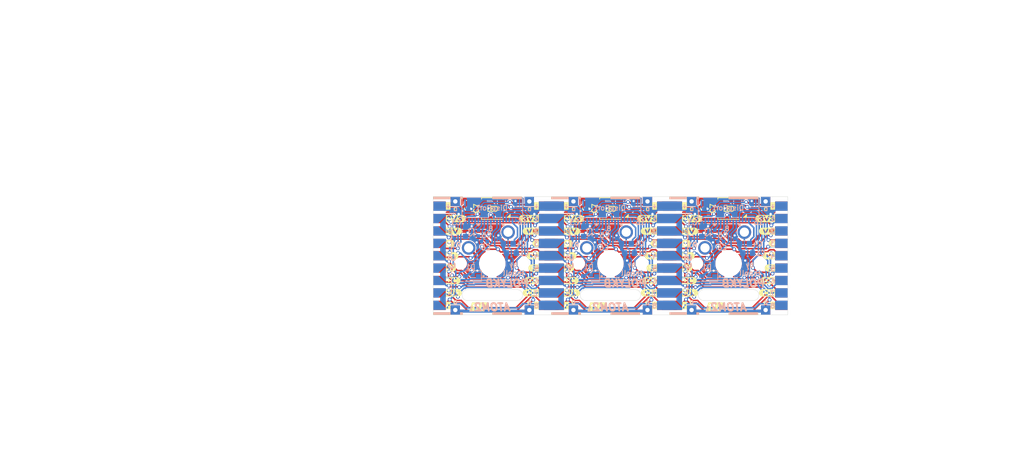
<source format=kicad_pcb>
(kicad_pcb (version 20211014) (generator pcbnew)
  (title_block (title "PolyKB Atom") (date "2022-02-01") (rev "2.1") (company "thpoll"))
  (layers (0 "F.Cu" signal) (31 "B.Cu" signal) (34 "B.Paste" user) (35 "F.Paste" user) (36 "B.SilkS" user "B.Silkscreen") (37 "F.SilkS" user "F.Silkscreen") (38 "B.Mask" user) (39 "F.Mask" user) (44 "Edge.Cuts" user))
  (net 0 "")
  (net 1 "/Keyboard/sheet605ED2EB/GND")
  (net 2 "/Keyboard/sheet605ED2EB/3V3")
  (net 3 "/Keyboard/sheet605ED2EB/4V2")
  (net 4 "Net-(C4-Pad1)")
  (net 5 "Net-(C5-Pad2)")
  (net 6 "Net-(C5-Pad1)")
  (net 7 "Net-(C6-Pad2)")
  (net 8 "Net-(C6-Pad1)")
  (net 9 "/Keyboard/sheet605ED2EB/CS")
  (net 10 "/Keyboard/sheet605ED2EB/RESET")
  (net 11 "/Keyboard/sheet605ED2EB/D-C")
  (net 12 "/Keyboard/sheet605ED2EB/SCLK")
  (net 13 "/Keyboard/sheet605ED2EB/SDIN")
  (net 14 "/Keyboard/sheet605ED2EB/LED_DIN")
  (net 15 "/Keyboard/sheet605ED2EB/5V")
  (net 16 "Net-(D1-Pad2)")
  (net 17 "/Keyboard/sheet605ED2EB/KeyRow")
  (net 18 "/Keyboard/sheet605ED2EB/KeyCol")
  (net 19 "CS8")
  (net 20 "CS7")
  (net 21 "CS6")
  (net 22 "CS5")
  (net 23 "CS4")
  (net 24 "CS3")
  (net 25 "CS2")
  (net 26 "CS1")
  (net 27 "Net-(C1-Pad1)")
  (footprint "poly_kb:AtomConnect2" (layer "F.Cu") (at 93.218 63.6778 -90)
    (fp_text reference "J3" hide)
    (fp_text value "WestFront")
  )
  (footprint "poly_kb:AtomConnect2" (layer "F.Cu") (at 110.236 63.6778 -90)
    (fp_text reference "J4" hide)
    (fp_text value "EastFront")
  )
  (footprint "poly_kb:WS2812B-Mini" (layer "F.Cu") (at 101.727 56.0578)
    (fp_text reference "LED1" hide)
    (fp_text value "WS2812B-Mini")
  )
  (footprint "poly_kb:SW_Cherry_MX_1.00u_PCB_NoSilk" (layer "F.Cu") (at 104.267 59.8678)
    (fp_text reference "SW1" hide)
    (fp_text value "SW_Push")
  )
  (footprint "poly_kb:TestPoin_1.5x1.5mm_Drill0.7mm" (layer "F.Cu") (at 107.696 54.9148)
    (fp_text reference "J2" hide)
    (fp_text value "North")
  )
  (footprint "poly_kb:TestPoin_1.5x1.5mm_Drill0.7mm" (layer "F.Cu") (at 95.758 54.9148)
    (fp_text reference "J8" hide)
    (fp_text value "North2")
  )
  (footprint "poly_kb:TestPoin_1.5x1.5mm_Drill0.7mm" (layer "F.Cu") (at 107.696 72.4408)
    (fp_text reference "J9" hide)
    (fp_text value "South2")
  )
  (footprint "poly_kb:TestPoin_1.5x1.5mm_Drill0.7mm" (layer "F.Cu") (at 95.758 72.4408)
    (fp_text reference "J7" hide)
    (fp_text value "South")
  )
  (footprint "kibuzzard-61EFD908" (layer "F.Cu") (at 94.615 71.7042)
    (fp_text reference "kibuzzard-61EFD908" hide)
    (fp_text value "G***" hide)
  )
  (footprint "kibuzzard-61EFACF9" (layer "F.Cu") (at 145.5166 59.7154)
    (fp_text reference "kibuzzard-61EFACF9" hide)
    (fp_text value "G***" hide)
  )
  (footprint "kibuzzard-61EFD879" (layer "F.Cu") (at 133.944 57.6906)
    (fp_text reference "kibuzzard-61EFD879" hide)
    (fp_text value "G***" hide)
  )
  (footprint "kibuzzard-61EFBE2C" (layer "F.Cu") (at 114.4778 67.691)
    (fp_text reference "kibuzzard-61EFBE2C" hide)
    (fp_text value "G***" hide)
  )
  (footprint "kibuzzard-61EFAA6D" (layer "F.Cu") (at 127.2794 63.6778)
    (fp_text reference "kibuzzard-61EFAA6D" hide)
    (fp_text value "G***" hide)
  )
  (footprint "kibuzzard-61EFD879" (layer "F.Cu") (at 114.894 57.6906)
    (fp_text reference "kibuzzard-61EFD879" hide)
    (fp_text value "G***" hide)
  )
  (footprint "kibuzzard-61EFBE3D" (layer "F.Cu") (at 133.6294 69.6722)
    (fp_text reference "kibuzzard-61EFBE3D" hide)
    (fp_text value "G***" hide)
  )
  (footprint "kibuzzard-61EFABBF" (layer "F.Cu") (at 127.0762 67.691)
    (fp_text reference "kibuzzard-61EFABBF" hide)
    (fp_text value "G***" hide)
  )
  (footprint "kibuzzard-61EFACF9" (layer "F.Cu") (at 126.4666 59.7154)
    (fp_text reference "kibuzzard-61EFACF9" hide)
    (fp_text value "G***" hide)
  )
  (footprint "kibuzzard-61EFD7F9" (layer "F.Cu") (at 127.4318 65.659)
    (fp_text reference "kibuzzard-61EFD7F9" hide)
    (fp_text value "G***" hide)
  )
  (footprint "kibuzzard-61EFDD1E" (layer "F.Cu") (at 99.441 71.9328)
    (fp_text reference "kibuzzard-61EFDD1E" hide)
    (fp_text value "G***" hide)
  )
  (footprint "kibuzzard-61EFD947" (layer "F.Cu") (at 146.939 55.6514)
    (fp_text reference "kibuzzard-61EFD947" hide)
    (fp_text value "G***" hide)
  )
  (footprint "kibuzzard-61EFD908" (layer "F.Cu") (at 127.889 71.7042)
    (fp_text reference "kibuzzard-61EFD908" hide)
    (fp_text value "G***" hide)
  )
  (footprint "kibuzzard-61EFBE87" (layer "F.Cu") (at 96.0374 59.7154)
    (fp_text reference "kibuzzard-61EFBE87" hide)
    (fp_text value "G***" hide)
  )
  (footprint "kibuzzard-61EFDAC6" (layer "F.Cu") (at 108.7882 61.6966)
    (fp_text reference "kibuzzard-61EFDAC6" hide)
    (fp_text value "G***" hide)
  )
  (footprint "Capacitor_SMD:C_0603_1608Metric" (layer "F.Cu") (at 116.7765 56.0578 -90)
    (fp_text reference "C7")
    (fp_text value "100nF")
  )
  (footprint "kibuzzard-61EFBE87" (layer "F.Cu") (at 115.0874 59.7154)
    (fp_text reference "kibuzzard-61EFBE87" hide)
    (fp_text value "G***" hide)
  )
  (footprint "kibuzzard-61EFBE2C" (layer "F.Cu") (at 133.5278 67.691)
    (fp_text reference "kibuzzard-61EFBE2C" hide)
    (fp_text value "G***" hide)
  )
  (footprint "kibuzzard-61EFAA6D" (layer "F.Cu") (at 146.3294 63.6778)
    (fp_text reference "kibuzzard-61EFAA6D" hide)
    (fp_text value "G***" hide)
  )
  (footprint "kibuzzard-61EFBE2C" (layer "F.Cu") (at 95.4278 67.691)
    (fp_text reference "kibuzzard-61EFBE2C" hide)
    (fp_text value "G***" hide)
  )
  (footprint "poly_kb:WS2812B-Mini" (layer "F.Cu") (at 139.827 56.0578)
    (fp_text reference "LED1" hide)
    (fp_text value "WS2812B-Mini")
  )
  (footprint "kibuzzard-61EFDD1E" (layer "F.Cu") (at 137.541 71.9328)
    (fp_text reference "kibuzzard-61EFDD1E" hide)
    (fp_text value "G***" hide)
  )
  (footprint "kibuzzard-61EFA8F1" (layer "F.Cu") (at 146.0246 69.6722)
    (fp_text reference "kibuzzard-61EFA8F1" hide)
    (fp_text value "G***" hide)
  )
  (footprint "poly_kb:TestPoin_1.5x1.5mm_Drill0.7mm" (layer "F.Cu") (at 133.858 54.9148)
    (fp_text reference "J8" hide)
    (fp_text value "North2")
  )
  (footprint "poly_kb:TestPoin_1.5x1.5mm_Drill0.7mm" (layer "F.Cu") (at 126.746 54.9148)
    (fp_text reference "J2" hide)
    (fp_text value "North")
  )
  (footprint "kibuzzard-61EFBE21" (layer "F.Cu") (at 133.1722 65.659)
    (fp_text reference "kibuzzard-61EFBE21" hide)
    (fp_text value "G***" hide)
  )
  (footprint "poly_kb:AtomConnect2" (layer "F.Cu") (at 112.268 63.6778 -90)
    (fp_text reference "J3" hide)
    (fp_text value "WestFront")
  )
  (footprint "kibuzzard-61EFDAC6" (layer "F.Cu") (at 127.8382 61.6966)
    (fp_text reference "kibuzzard-61EFDAC6" hide)
    (fp_text value "G***" hide)
  )
  (footprint "kibuzzard-61EFDAA0" (layer "F.Cu") (at 114.0206 61.6966)
    (fp_text reference "kibuzzard-61EFDAA0" hide)
    (fp_text value "G***" hide)
  )
  (footprint "kibuzzard-61EFD863" (layer "F.Cu") (at 145.7198 57.6834)
    (fp_text reference "kibuzzard-61EFD863" hide)
    (fp_text value "G***" hide)
  )
  (footprint "kibuzzard-61EFD947" (layer "F.Cu") (at 132.715 55.6514)
    (fp_text reference "kibuzzard-61EFD947" hide)
    (fp_text value "G***" hide)
  )
  (footprint "kibuzzard-61EFD947" (layer "F.Cu") (at 108.839 55.6514)
    (fp_text reference "kibuzzard-61EFD947" hide)
    (fp_text value "G***" hide)
  )
  (footprint "poly_kb:WS2812B-Mini" (layer "F.Cu") (at 120.777 56.0578)
    (fp_text reference "LED1" hide)
    (fp_text value "WS2812B-Mini")
  )
  (footprint "kibuzzard-61EFDAEE" (layer "F.Cu") (at 114.304239 63.677507)
    (fp_text reference "kibuzzard-61EFDAEE" hide)
    (fp_text value "G***" hide)
  )
  (footprint "kibuzzard-61EFD863" (layer "F.Cu") (at 126.6698 57.6834)
    (fp_text reference "kibuzzard-61EFD863" hide)
    (fp_text value "G***" hide)
  )
  (footprint "kibuzzard-61EFD7F9" (layer "F.Cu") (at 146.4818 65.659)
    (fp_text reference "kibuzzard-61EFD7F9" hide)
    (fp_text value "G***" hide)
  )
  (footprint "kibuzzard-61EFA8F1" (layer "F.Cu") (at 107.9246 69.6722)
    (fp_text reference "kibuzzard-61EFA8F1" hide)
    (fp_text value "G***" hide)
  )
  (footprint "poly_kb:TestPoin_1.5x1.5mm_Drill0.7mm" (layer "F.Cu") (at 145.796 54.9148)
    (fp_text reference "J2" hide)
    (fp_text value "North")
  )
  (footprint "poly_kb:AtomConnect2" (layer "F.Cu") (at 131.318 63.6778 -90)
    (fp_text reference "J3" hide)
    (fp_text value "WestFront")
  )
  (footprint "kibuzzard-61EFDAA0" (layer "F.Cu") (at 94.9706 61.6966)
    (fp_text reference "kibuzzard-61EFDAA0" hide)
    (fp_text value "G***" hide)
  )
  (footprint "poly_kb:TestPoin_1.5x1.5mm_Drill0.7mm" (layer "F.Cu") (at 114.808 54.9148)
    (fp_text reference "J8" hide)
    (fp_text value "North2")
  )
  (footprint "kibuzzard-61EFD947" (layer "F.Cu") (at 113.665 55.6514)
    (fp_text reference "kibuzzard-61EFD947" hide)
    (fp_text value "G***" hide)
  )
  (footprint "kibuzzard-61EFDD1E" (layer "F.Cu") (at 118.491 71.9328)
    (fp_text reference "kibuzzard-61EFDD1E" hide)
    (fp_text value "G***" hide)
  )
  (footprint "poly_kb:SW_Cherry_MX_1.00u_PCB_NoSilk" (layer "F.Cu") (at 142.367 59.8678)
    (fp_text reference "SW1" hide)
    (fp_text value "SW_Push")
  )
  (footprint "kibuzzard-61EFBE3D" (layer "F.Cu") (at 114.5794 69.6722)
    (fp_text reference "kibuzzard-61EFBE3D" hide)
    (fp_text value "G***" hide)
  )
  (footprint "poly_kb:TestPoin_1.5x1.5mm_Drill0.7mm" (layer "F.Cu") (at 114.808 72.4408)
    (fp_text reference "J7" hide)
    (fp_text value "South")
  )
  (footprint "kibuzzard-61EFD7F9" (layer "F.Cu") (at 108.3818 65.659)
    (fp_text reference "kibuzzard-61EFD7F9" hide)
    (fp_text value "G***" hide)
  )
  (footprint "kibuzzard-61EFD908" (layer "F.Cu") (at 132.715 71.7042)
    (fp_text reference "kibuzzard-61EFD908" hide)
    (fp_text value "G***" hide)
  )
  (footprint "kibuzzard-61EFDAA0" (layer "F.Cu") (at 133.0706 61.6966)
    (fp_text reference "kibuzzard-61EFDAA0" hide)
    (fp_text value "G***" hide)
  )
  (footprint "poly_kb:AtomConnect2" (layer "F.Cu") (at 148.336 63.6778 -90)
    (fp_text reference "J4" hide)
    (fp_text value "EastFront")
  )
  (footprint "kibuzzard-61EFD863" (layer "F.Cu") (at 107.6198 57.6834)
    (fp_text reference "kibuzzard-61EFD863" hide)
    (fp_text value "G***" hide)
  )
  (footprint "kibuzzard-61EFD879" (layer "F.Cu") (at 95.844 57.6906)
    (fp_text reference "kibuzzard-61EFD879" hide)
    (fp_text value "G***" hide)
  )
  (footprint "kibuzzard-61EFD908" (layer "F.Cu") (at 108.839 71.7042)
    (fp_text reference "kibuzzard-61EFD908" hide)
    (fp_text value "G***" hide)
  )
  (footprint "kibuzzard-61EFACF9" (layer "F.Cu") (at 107.4166 59.7154)
    (fp_text reference "kibuzzard-61EFACF9" hide)
    (fp_text value "G***" hide)
  )
  (footprint "poly_kb:SW_Cherry_MX_1.00u_PCB_NoSilk" (layer "F.Cu") (at 123.317 59.8678)
    (fp_text reference "SW1" hide)
    (fp_text value "SW_Push")
  )
  (footprint "kibuzzard-61EFD908" (layer "F.Cu") (at 113.665 71.7042)
    (fp_text reference "kibuzzard-61EFD908" hide)
    (fp_text value "G***" hide)
  )
  (footprint "kibuzzard-61EFDAEE" (layer "F.Cu") (at 95.254239 63.677507)
    (fp_text reference "kibuzzard-61EFDAEE" hide)
    (fp_text value "G***" hide)
  )
  (footprint "poly_kb:TestPoin_1.5x1.5mm_Drill0.7mm" (layer "F.Cu") (at 133.858 72.4408)
    (fp_text reference "J7" hide)
    (fp_text value "South")
  )
  (footprint "Capacitor_SMD:C_0603_1608Metric" (layer "F.Cu") (at 135.8265 56.0578 -90)
    (fp_text reference "C7")
    (fp_text value "100nF")
  )
  (footprint "kibuzzard-61EFBE21" (layer "F.Cu") (at 95.0722 65.659)
    (fp_text reference "kibuzzard-61EFBE21" hide)
    (fp_text value "G***" hide)
  )
  (footprint "kibuzzard-61EFABBF" (layer "F.Cu") (at 108.0262 67.691)
    (fp_text reference "kibuzzard-61EFABBF" hide)
    (fp_text value "G***" hide)
  )
  (footprint "kibuzzard-61EFD947" (layer "F.Cu") (at 94.615 55.6514)
    (fp_text reference "kibuzzard-61EFD947" hide)
    (fp_text value "G***" hide)
  )
  (footprint "kibuzzard-61EFBE87" (layer "F.Cu") (at 134.1374 59.7154)
    (fp_text reference "kibuzzard-61EFBE87" hide)
    (fp_text value "G***" hide)
  )
  (footprint "kibuzzard-61EFA8F1" (layer "F.Cu") (at 126.9746 69.6722)
    (fp_text reference "kibuzzard-61EFA8F1" hide)
    (fp_text value "G***" hide)
  )
  (footprint "Capacitor_SMD:C_0603_1608Metric" (layer "F.Cu") (at 97.7265 56.0578 -90)
    (fp_text reference "C7")
    (fp_text value "100nF")
  )
  (footprint "kibuzzard-61EFBE3D" (layer "F.Cu") (at 95.5294 69.6722)
    (fp_text reference "kibuzzard-61EFBE3D" hide)
    (fp_text value "G***" hide)
  )
  (footprint "kibuzzard-61EFDAC6" (layer "F.Cu") (at 146.8882 61.6966)
    (fp_text reference "kibuzzard-61EFDAC6" hide)
    (fp_text value "G***" hide)
  )
  (footprint "kibuzzard-61EFDAEE" (layer "F.Cu") (at 133.354239 63.677507)
    (fp_text reference "kibuzzard-61EFDAEE" hide)
    (fp_text value "G***" hide)
  )
  (footprint "kibuzzard-61EFAA6D" (layer "F.Cu") (at 108.2294 63.6778)
    (fp_text reference "kibuzzard-61EFAA6D" hide)
    (fp_text value "G***" hide)
  )
  (footprint "poly_kb:AtomConnect2" (layer "F.Cu") (at 129.286 63.6778 -90)
    (fp_text reference "J4" hide)
    (fp_text value "EastFront")
  )
  (footprint "poly_kb:TestPoin_1.5x1.5mm_Drill0.7mm" (layer "F.Cu") (at 126.746 72.4408)
    (fp_text reference "J9" hide)
    (fp_text value "South2")
  )
  (footprint "kibuzzard-61EFABBF" (layer "F.Cu") (at 146.1262 67.691)
    (fp_text reference "kibuzzard-61EFABBF" hide)
    (fp_text value "G***" hide)
  )
  (footprint "kibuzzard-61EFD908" (layer "F.Cu") (at 146.939 71.7042)
    (fp_text reference "kibuzzard-61EFD908" hide)
    (fp_text value "G***" hide)
  )
  (footprint "kibuzzard-61EFBE21" (layer "F.Cu") (at 114.1222 65.659)
    (fp_text reference "kibuzzard-61EFBE21" hide)
    (fp_text value "G***" hide)
  )
  (footprint "poly_kb:TestPoin_1.5x1.5mm_Drill0.7mm" (layer "F.Cu") (at 145.796 72.4408)
    (fp_text reference "J9" hide)
    (fp_text value "South2")
  )
  (footprint "kibuzzard-61EFD947" (layer "F.Cu") (at 127.889 55.6514)
    (fp_text reference "kibuzzard-61EFD947" hide)
    (fp_text value "G***" hide)
  )
  (footprint "Capacitor_SMD:C_0603_1608Metric" (layer "B.Cu") (at 104.802 63.2528 180)
    (fp_text reference "C1")
    (fp_text value "2.2uF")
  )
  (footprint "Capacitor_SMD:C_0603_1608Metric" (layer "B.Cu") (at 97.409 59.8046 90)
    (fp_text reference "C2")
    (fp_text value "2.2uF")
  )
  (footprint "Capacitor_SMD:C_0402_1005Metric" (layer "B.Cu") (at 95.123 56.9468 90)
    (fp_text reference "C3" hide)
    (fp_text value "1uF")
  )
  (footprint "Capacitor_SMD:C_0603_1608Metric" (layer "B.Cu") (at 104.302 61.7528 180)
    (fp_text reference "C4")
    (fp_text value "4.7uF")
  )
  (footprint "Capacitor_SMD:C_0402_1005Metric" (layer "B.Cu") (at 99.4918 60.0176 90)
    (fp_text reference "C5")
    (fp_text value "1uF")
  )
  (footprint "Capacitor_SMD:C_0402_1005Metric" (layer "B.Cu") (at 100.457 61.3918)
    (fp_text reference "C6")
    (fp_text value "1uF")
  )
  (footprint "poly_kb:D_SOD-323Ext" (layer "B.Cu") (at 98.425 66.9528 180)
    (fp_text reference "D1")
    (fp_text value "D_Small")
  )
  (footprint "poly_kb:FPC_16_JUSHUO_AFC05_S16FIA_00" (layer "B.Cu") (at 101.727 57.9628)
    (fp_text reference "J1" hide)
    (fp_text value "Conn_01x16")
  )
  (footprint "poly_kb:AtomConnect2" (layer "B.Cu") (at 110.236 63.6778 -90)
    (fp_text reference "J6" hide)
    (fp_text value "EastBack")
  )
  (footprint "poly_kb:AtomConnectCS" (layer "B.Cu") (at 93.218 63.6778 -90)
    (fp_text reference "J5" hide)
    (fp_text value "WestBack")
  )
  (footprint "Capacitor_SMD:C_0402_1005Metric" (layer "B.Cu") (at 133.223 56.9468 90)
    (fp_text reference "C3" hide)
    (fp_text value "1uF")
  )
  (footprint "poly_kb:FPC_16_JUSHUO_AFC05_S16FIA_00" (layer "B.Cu") (at 120.777 57.9628)
    (fp_text reference "J1" hide)
    (fp_text value "Conn_01x16")
  )
  (footprint "Capacitor_SMD:C_0603_1608Metric" (layer "B.Cu") (at 142.902 63.2528 180)
    (fp_text reference "C1")
    (fp_text value "2.2uF")
  )
  (footprint "Capacitor_SMD:C_0603_1608Metric" (layer "B.Cu") (at 135.509 59.8046 90)
    (fp_text reference "C2")
    (fp_text value "2.2uF")
  )
  (footprint "Capacitor_SMD:C_0603_1608Metric" (layer "B.Cu") (at 142.402 61.7528 180)
    (fp_text reference "C4")
    (fp_text value "4.7uF")
  )
  (footprint "Capacitor_SMD:C_0402_1005Metric" (layer "B.Cu") (at 118.5418 60.0176 90)
    (fp_text reference "C5")
    (fp_text value "1uF")
  )
  (footprint "Capacitor_SMD:C_0402_1005Metric" (layer "B.Cu") (at 119.507 61.3918)
    (fp_text reference "C6")
    (fp_text value "1uF")
  )
  (footprint "Resistor_SMD:R_0402_1005Metric" (layer "B.Cu") (at 133.702 60.3906 -90)
    (fp_text reference "R1")
    (fp_text value "1M")
  )
  (footprint "Resistor_SMD:R_0402_1005Metric" (layer "B.Cu") (at 114.652 60.3906 -90)
    (fp_text reference "R1")
    (fp_text value "1M")
  )
  (footprint "poly_kb:AtomConnect2" (layer "B.Cu") (at 148.336 63.6778 -90)
    (fp_text reference "J6" hide)
    (fp_text value "EastBack")
  )
  (footprint "poly_kb:D_SOD-323Ext" (layer "B.Cu") (at 117.475 66.9528 180)
    (fp_text reference "D1")
    (fp_text value "D_Small")
  )
  (footprint "Capacitor_SMD:C_0603_1608Metric" (layer "B.Cu") (at 123.352 61.7528 180)
    (fp_text reference "C4")
    (fp_text value "4.7uF")
  )
  (footprint "Resistor_SMD:R_0402_1005Metric" (layer "B.Cu") (at 95.602 60.3906 -90)
    (fp_text reference "R1")
    (fp_text value "1M")
  )
  (footprint "poly_kb:D_SOD-323Ext" (layer "B.Cu") (at 136.525 66.9528 180)
    (fp_text reference "D1")
    (fp_text value "D_Small")
  )
  (footprint "Capacitor_SMD:C_0402_1005Metric" (layer "B.Cu") (at 137.5918 60.0176 90)
    (fp_text reference "C5")
    (fp_text value "1uF")
  )
  (footprint "Capacitor_SMD:C_0603_1608Metric" (layer "B.Cu") (at 123.852 63.2528 180)
    (fp_text reference "C1")
    (fp_text value "2.2uF")
  )
  (footprint "poly_kb:AtomConnect2" (layer "B.Cu") (at 129.286 63.6778 -90)
    (fp_text reference "J6" hide)
    (fp_text value "EastBack")
  )
  (footprint "Capacitor_SMD:C_0402_1005Metric" (layer "B.Cu") (at 114.173 56.9468 90)
    (fp_text reference "C3" hide)
    (fp_text value "1uF")
  )
  (footprint "poly_kb:FPC_16_JUSHUO_AFC05_S16FIA_00" (layer "B.Cu") (at 139.827 57.9628)
    (fp_text reference "J1" hide)
    (fp_text value "Conn_01x16")
  )
  (footprint "Capacitor_SMD:C_0603_1608Metric" (layer "B.Cu") (at 116.459 59.8046 90)
    (fp_text reference "C2")
    (fp_text value "2.2uF")
  )
  (footprint "Capacitor_SMD:C_0402_1005Metric" (layer "B.Cu") (at 138.557 61.3918)
    (fp_text reference "C6")
    (fp_text value "1uF")
  )
  (footprint "poly_kb:AtomConnectCS" (layer "B.Cu") (at 131.318 63.6778 -90)
    (fp_text reference "J5" hide)
    (fp_text value "WestBack")
  )
  (footprint "poly_kb:AtomConnectCS" (layer "B.Cu") (at 112.268 63.6778 -90)
    (fp_text reference "J5" hide)
    (fp_text value "WestBack")
  )
  (gr_poly (pts (xy 106.4895 73.2282) (xy 101.727 73.2282) (xy 101.727 72.7964) (xy 106.4895 72.7964)) (layer "B.SilkS") (width 0) (fill solid))
  (gr_poly (pts (xy 94.9706 54.5608) (xy 92.1766 54.5608) (xy 92.1766 54.1274) (xy 94.9706 54.1274)) (layer "B.SilkS") (width 0) (fill solid))
  (gr_poly (pts (xy 96.9645 54.5608) (xy 96.5454 54.5608) (xy 96.5454 54.1274) (xy 96.9645 54.1274)) (layer "B.SilkS") (width 0) (fill solid))
  (gr_poly (pts (xy 96.9645 73.2282) (xy 96.5454 73.2282) (xy 96.5454 72.8091) (xy 96.9645 72.8091)) (layer "B.SilkS") (width 0) (fill solid))
  (gr_poly (pts (xy 94.9706 73.2282) (xy 92.202 73.2282) (xy 92.202 72.788864) (xy 94.9706 72.788864)) (layer "B.SilkS") (width 0) (fill solid))
  (gr_line (start 108.839 55.3466) (end 108.839 55.7022) (layer "B.SilkS") (width 0.12))
  (gr_line (start 122.727 58.7528) (end 122.552 58.4778) (layer "B.SilkS") (width 0.12))
  (gr_line (start 141.777 58.7528) (end 141.602 58.4778) (layer "B.SilkS") (width 0.12))
  (gr_line (start 118.352 58.7528) (end 118.702 58.7528) (layer "B.SilkS") (width 0.12))
  (gr_line (start 95.123 63.4238) (end 95.123 59.3598) (layer "B.SilkS") (width 0.12))
  (gr_line (start 113.665 62.6618) (end 114.173 62.6618) (layer "B.SilkS") (width 0.12))
  (gr_line (start 118.452 58.7028) (end 118.602 58.7028) (layer "B.SilkS") (width 0.12))
  (gr_line (start 122.477 58.7028) (end 122.627 58.7028) (layer "B.SilkS") (width 0.12))
  (gr_line (start 103.502 58.4778) (end 103.502 58.9278) (layer "B.SilkS") (width 0.12))
  (gr_line (start 94.615 66.7258) (end 95.123 66.7258) (layer "B.SilkS") (width 0.12))
  (gr_line (start 103.327 58.7528) (end 103.677 58.7528) (layer "B.SilkS") (width 0.12))
  (gr_line (start 94.615 55.3466) (end 94.615 55.7022) (layer "B.SilkS") (width 0.12))
  (gr_poly (pts (xy 125.5395 54.5608) (xy 120.777 54.5608) (xy 120.777 54.1274) (xy 125.5395 54.1274)) (layer "B.SilkS") (width 0) (fill solid))
  (gr_line (start 95.123 69.5198) (end 94.615 70.0278) (layer "B.SilkS") (width 0.12))
  (gr_line (start 94.615 55.7022) (end 94.361 55.7022) (layer "B.SilkS") (width 0.12))
  (gr_line (start 146.939 55.7022) (end 146.685 55.7022) (layer "B.SilkS") (width 0.12))
  (gr_line (start 137.502 58.7028) (end 137.652 58.7028) (layer "B.SilkS") (width 0.12))
  (gr_line (start 99.302 58.7528) (end 99.652 58.7528) (layer "B.SilkS") (width 0.12))
  (gr_poly (pts (xy 133.0706 73.2282) (xy 130.302 73.2282) (xy 130.302 72.788864) (xy 133.0706 72.788864)) (layer "B.SilkS") (width 0) (fill solid))
  (gr_line (start 141.602 58.4778) (end 141.602 58.9278) (layer "B.SilkS") (width 0.12))
  (gr_line (start 108.7882 56.007) (end 108.8898 56.007) (layer "B.SilkS") (width 0.12))
  (gr_poly (pts (xy 114.0206 73.2282) (xy 111.252 73.2282) (xy 111.252 72.788864) (xy 114.0206 72.788864)) (layer "B.SilkS") (width 0) (fill solid))
  (gr_line (start 139.577 58.6528) (end 139.577 58.4778) (layer "B.SilkS") (width 0.12))
  (gr_line (start 113.665 66.7258) (end 114.173 66.7258) (layer "B.SilkS") (width 0.12))
  (gr_line (start 94.615 55.7022) (end 94.869 55.7022) (layer "B.SilkS") (width 0.12))
  (gr_line (start 114.173 63.4238) (end 114.173 59.3598) (layer "B.SilkS") (width 0.12))
  (gr_line (start 114.173 69.5198) (end 113.665 70.0278) (layer "B.SilkS") (width 0.12))
  (gr_line (start 146.8882 56.007) (end 146.9898 56.007) (layer "B.SilkS") (width 0.12))
  (gr_line (start 113.665 55.7022) (end 113.411 55.7022) (layer "B.SilkS") (width 0.12))
  (gr_line (start 99.402 58.7028) (end 99.552 58.7028) (layer "B.SilkS") (width 0.12))
  (gr_line (start 103.427 58.7028) (end 103.577 58.7028) (layer "B.SilkS") (width 0.12))
  (gr_line (start 127.889 55.7022) (end 127.635 55.7022) (layer "B.SilkS") (width 0.12))
  (gr_line (start 118.527 58.4778) (end 118.527 58.9278) (layer "B.SilkS") (width 0.12))
  (gr_line (start 146.939 55.3466) (end 146.939 55.7022) (layer "B.SilkS") (width 0.12))
  (gr_line (start 122.377 58.7528) (end 122.727 58.7528) (layer "B.SilkS") (width 0.12))
  (gr_poly (pts (xy 116.0145 73.2282) (xy 115.5954 73.2282) (xy 115.5954 72.8091) (xy 116.0145 72.8091)) (layer "B.SilkS") (width 0) (fill solid))
  (gr_line (start 133.223 65.9638) (end 133.223 69.5198) (layer "B.SilkS") (width 0.12))
  (gr_line (start 122.552 58.4778) (end 122.552 58.9278) (layer "B.SilkS") (width 0.12))
  (gr_line (start 99.477 58.4778) (end 99.302 58.7528) (layer "B.SilkS") (width 0.12))
  (gr_line (start 141.602 58.4778) (end 141.427 58.7528) (layer "B.SilkS") (width 0.12))
  (gr_line (start 146.7866 55.8546) (end 147.0914 55.8546) (layer "B.SilkS") (width 0.12))
  (gr_line (start 103.677 58.7528) (end 103.502 58.4778) (layer "B.SilkS") (width 0.12))
  (gr_line (start 132.715 62.6618) (end 133.223 62.6618) (layer "B.SilkS") (width 0.12))
  (gr_line (start 108.839 55.7022) (end 109.093 55.7022) (layer "B.SilkS") (width 0.12))
  (gr_line (start 141.527 58.7028) (end 141.677 58.7028) (layer "B.SilkS") (width 0.12))
  (gr_line (start 108.839 55.7022) (end 108.585 55.7022) (layer "B.SilkS") (width 0.12))
  (gr_poly (pts (xy 125.5395 73.2282) (xy 120.777 73.2282) (xy 120.777 72.7964) (xy 125.5395 72.7964)) (layer "B.SilkS") (width 0) (fill solid))
  (gr_line (start 146.939 55.7022) (end 147.193 55.7022) (layer "B.SilkS") (width 0.12))
  (gr_poly (pts (xy 144.5895 73.2282) (xy 139.827 73.2282) (xy 139.827 72.7964) (xy 144.5895 72.7964)) (layer "B.SilkS") (width 0) (fill solid))
  (gr_line (start 132.5626 55.8546) (end 132.8674 55.8546) (layer "B.SilkS") (width 0.12))
  (gr_line (start 137.402 58.7528) (end 137.752 58.7528) (layer "B.SilkS") (width 0.12))
  (gr_line (start 113.665 55.7022) (end 113.919 55.7022) (layer "B.SilkS") (width 0.12))
  (gr_line (start 118.527 58.4778) (end 118.352 58.7528) (layer "B.SilkS") (width 0.12))
  (gr_poly (pts (xy 106.4895 54.5608) (xy 101.727 54.5608) (xy 101.727 54.1274) (xy 106.4895 54.1274)) (layer "B.SilkS") (width 0) (fill solid))
  (gr_line (start 94.4626 55.8546) (end 94.7674 55.8546) (layer "B.SilkS") (width 0.12))
  (gr_line (start 113.6142 56.007) (end 113.7158 56.007) (layer "B.SilkS") (width 0.12))
  (gr_line (start 127.889 55.7022) (end 128.143 55.7022) (layer "B.SilkS") (width 0.12))
  (gr_line (start 132.715 55.3466) (end 132.715 55.7022) (layer "B.SilkS") (width 0.12))
  (gr_line (start 94.615 62.6618) (end 95.123 62.6618) (layer "B.SilkS") (width 0.12))
  (gr_line (start 127.7366 55.8546) (end 128.0414 55.8546) (layer "B.SilkS") (width 0.12))
  (gr_poly (pts (xy 133.0706 54.5608) (xy 130.2766 54.5608) (xy 130.2766 54.1274) (xy 133.0706 54.1274)) (layer "B.SilkS") (width 0) (fill solid))
  (gr_line (start 137.577 58.4778) (end 137.402 58.7528) (layer "B.SilkS") (width 0.12))
  (gr_line (start 127.8382 56.007) (end 127.9398 56.007) (layer "B.SilkS") (width 0.12))
  (gr_line (start 99.652 58.7528) (end 99.477 58.4778) (layer "B.SilkS") (width 0.12))
  (gr_line (start 133.223 69.5198) (end 132.715 70.0278) (layer "B.SilkS") (width 0.12))
  (gr_poly (pts (xy 144.5895 54.5608) (xy 139.827 54.5608) (xy 139.827 54.1274) (xy 144.5895 54.1274)) (layer "B.SilkS") (width 0) (fill solid))
  (gr_line (start 95.123 65.9638) (end 95.123 69.5198) (layer "B.SilkS") (width 0.12))
  (gr_line (start 133.223 59.3598) (end 132.715 58.8518) (layer "B.SilkS") (width 0.12))
  (gr_line (start 103.502 58.4778) (end 103.327 58.7528) (layer "B.SilkS") (width 0.12))
  (gr_line (start 101.477 58.6528) (end 101.477 58.4778) (layer "B.SilkS") (width 0.12))
  (gr_poly (pts (xy 135.0645 54.5608) (xy 134.6454 54.5608) (xy 134.6454 54.1274) (xy 135.0645 54.1274)) (layer "B.SilkS") (width 0) (fill solid))
  (gr_line (start 113.5126 55.8546) (end 113.8174 55.8546) (layer "B.SilkS") (width 0.12))
  (gr_line (start 120.527 58.6528) (end 120.527 58.4778) (layer "B.SilkS") (width 0.12))
  (gr_line (start 141.427 58.7528) (end 141.777 58.7528) (layer "B.SilkS") (width 0.12))
  (gr_line (start 127.889 55.3466) (end 127.889 55.7022) (layer "B.SilkS") (width 0.12))
  (gr_line (start 137.752 58.7528) (end 137.577 58.4778) (layer "B.SilkS") (width 0.12))
  (gr_line (start 113.665 55.3466) (end 113.665 55.7022) (layer "B.SilkS") (width 0.12))
  (gr_poly (pts (xy 135.0645 73.2282) (xy 134.6454 73.2282) (xy 134.6454 72.8091) (xy 135.0645 72.8091)) (layer "B.SilkS") (width 0) (fill solid))
  (gr_line (start 95.123 59.3598) (end 94.615 58.8518) (layer "B.SilkS") (width 0.12))
  (gr_line (start 132.6642 56.007) (end 132.7658 56.007) (layer "B.SilkS") (width 0.12))
  (gr_line (start 133.223 63.4238) (end 133.223 59.3598) (layer "B.SilkS") (width 0.12))
  (gr_poly (pts (xy 116.0145 54.5608) (xy 115.5954 54.5608) (xy 115.5954 54.1274) (xy 116.0145 54.1274)) (layer "B.SilkS") (width 0) (fill solid))
  (gr_line (start 132.715 66.7258) (end 133.223 66.7258) (layer "B.SilkS") (width 0.12))
  (gr_line (start 114.173 59.3598) (end 113.665 58.8518) (layer "B.SilkS") (width 0.12))
  (gr_line (start 118.702 58.7528) (end 118.527 58.4778) (layer "B.SilkS") (width 0.12))
  (gr_line (start 132.715 55.7022) (end 132.969 55.7022) (layer "B.SilkS") (width 0.12))
  (gr_line (start 114.173 65.9638) (end 114.173 69.5198) (layer "B.SilkS") (width 0.12))
  (gr_line (start 122.552 58.4778) (end 122.377 58.7528) (layer "B.SilkS") (width 0.12))
  (gr_poly (pts (xy 114.0206 54.5608) (xy 111.2266 54.5608) (xy 111.2266 54.1274) (xy 114.0206 54.1274)) (layer "B.SilkS") (width 0) (fill solid))
  (gr_line (start 108.6866 55.8546) (end 108.9914 55.8546) (layer "B.SilkS") (width 0.12))
  (gr_line (start 99.477 58.4778) (end 99.477 58.9278) (layer "B.SilkS") (width 0.12))
  (gr_line (start 132.715 55.7022) (end 132.461 55.7022) (layer "B.SilkS") (width 0.12))
  (gr_line (start 137.577 58.4778) (end 137.577 58.9278) (layer "B.SilkS") (width 0.12))
  (gr_line (start 94.5642 56.007) (end 94.6658 56.007) (layer "B.SilkS") (width 0.12))
  (gr_poly (pts (xy 106.4895 54.5608) (xy 101.727 54.5608) (xy 101.727 54.1274) (xy 106.4895 54.1274)) (layer "F.SilkS") (width 0) (fill solid))
  (gr_line (start 94.7928 59.2582) (end 94.7928 59.309) (layer "F.SilkS") (width 0.12))
  (gr_line (start 114.046 59.7662) (end 113.5888 59.7662) (layer "F.SilkS") (width 0.12))
  (gr_line (start 108.2294 59.2074) (end 108.2294 60.2234) (layer "F.SilkS") (width 0.135))
  (gr_poly (pts (xy 135.0645 54.5608) (xy 134.6454 54.5608) (xy 134.6454 54.1274) (xy 135.0645 54.1274)) (layer "F.SilkS") (width 0) (fill solid))
  (gr_line (start 146.812 59.2582) (end 146.812 59.309) (layer "F.SilkS") (width 0.12))
  (gr_poly (pts (xy 133.0706 54.5608) (xy 130.2766 54.5608) (xy 130.2766 54.1274) (xy 133.0706 54.1274)) (layer "F.SilkS") (width 0) (fill solid))
  (gr_line (start 147.066 59.309) (end 147.066 59.2074) (layer "F.SilkS") (width 0.12))
  (gr_line (start 146.2786 59.2074) (end 147.2438 59.2074) (layer "F.SilkS") (width 0.135))
  (gr_line (start 109.1438 59.2074) (end 109.1438 60.2234) (layer "F.SilkS") (width 0.135))
  (gr_line (start 113.5888 59.9694) (end 114.046 59.9694) (layer "F.SilkS") (width 0.12))
  (gr_line (start 108.712 59.309) (end 108.6612 59.309) (layer "F.SilkS") (width 0.12))
  (gr_line (start 108.712 59.2582) (end 108.712 59.309) (layer "F.SilkS") (width 0.12))
  (gr_line (start 113.411 59.309) (end 113.538 59.309) (layer "F.SilkS") (width 0.12))
  (gr_line (start 128.1938 59.2074) (end 128.1938 60.2234) (layer "F.SilkS") (width 0.135))
  (gr_line (start 146.3802 59.309) (end 146.5072 59.309) (layer "F.SilkS") (width 0.12))
  (gr_line (start 147.2184 59.309) (end 147.066 59.309) (layer "F.SilkS") (width 0.12))
  (gr_line (start 127.9652 59.7662) (end 127.508 59.7662) (layer "F.SilkS") (width 0.12))
  (gr_poly (pts (xy 144.5895 73.2282) (xy 139.827 73.2282) (xy 139.827 72.8218) (xy 144.5895 72.8218)) (layer "F.SilkS") (width 0) (fill solid))
  (gr_line (start 127.762 59.309) (end 127.7112 59.309) (layer "F.SilkS") (width 0.12))
  (gr_line (start 146.3294 59.2074) (end 146.3294 60.2234) (layer "F.SilkS") (width 0.135))
  (gr_line (start 95.0468 59.309) (end 95.0468 59.2074) (layer "F.SilkS") (width 0.12))
  (gr_line (start 108.4072 59.309) (end 108.4072 59.2074) (layer "F.SilkS") (width 0.12))
  (gr_line (start 132.588 59.309) (end 132.588 59.2074) (layer "F.SilkS") (width 0.12))
  (gr_line (start 128.1938 60.2234) (end 127.2286 60.2234) (layer "F.SilkS") (width 0.135))
  (gr_line (start 146.558 59.563) (end 147.0152 59.563) (layer "F.SilkS") (width 0.12))
  (gr_line (start 132.8928 59.309) (end 132.842 59.309) (layer "F.SilkS") (width 0.12))
  (gr_line (start 113.8428 59.2582) (end 113.8428 59.309) (layer "F.SilkS") (width 0.12))
  (gr_line (start 146.5072 59.309) (end 146.5072 59.2074) (layer "F.SilkS") (width 0.12))
  (gr_line (start 94.3102 59.2074) (end 95.2754 59.2074) (layer "F.SilkS") (width 0.135))
  (gr_line (start 133.1468 59.309) (end 133.1468 59.2074) (layer "F.SilkS") (width 0.12))
  (gr_poly (pts (xy 114.0206 54.5608) (xy 111.2266 54.5608) (xy 111.2266 54.1274) (xy 114.0206 54.1274)) (layer "F.SilkS") (width 0) (fill solid))
  (gr_line (start 94.742 59.309) (end 94.742 59.2582) (layer "F.SilkS") (width 0.12))
  (gr_line (start 95.1992 59.309) (end 95.0468 59.309) (layer "F.SilkS") (width 0.12))
  (gr_line (start 113.792 59.309) (end 113.792 59.2582) (layer "F.SilkS") (width 0.12))
  (gr_line (start 133.3246 59.2074) (end 133.3246 60.2234) (layer "F.SilkS") (width 0.135))
  (gr_line (start 146.558 59.9694) (end 147.0152 59.9694) (layer "F.SilkS") (width 0.12))
  (gr_line (start 113.8428 59.309) (end 113.792 59.309) (layer "F.SilkS") (width 0.12))
  (gr_poly (pts (xy 144.5895 54.5608) (xy 139.827 54.5608) (xy 139.827 54.1274) (xy 144.5895 54.1274)) (layer "F.SilkS") (width 0) (fill solid))
  (gr_line (start 132.842 59.309) (end 132.842 59.2582) (layer "F.SilkS") (width 0.12))
  (gr_poly (pts (xy 125.5395 73.2282) (xy 120.777 73.2282) (xy 120.777 72.8218) (xy 125.5395 72.8218)) (layer "F.SilkS") (width 0) (fill solid))
  (gr_poly (pts (xy 133.0706 73.2282) (xy 130.2766 73.2282) (xy 130.2766 72.8218) (xy 133.0706 72.8218)) (layer "F.SilkS") (width 0) (fill solid))
  (gr_line (start 147.0152 59.7662) (end 146.558 59.7662) (layer "F.SilkS") (width 0.12))
  (gr_line (start 132.6388 59.563) (end 133.096 59.563) (layer "F.SilkS") (width 0.12))
  (gr_line (start 95.2754 60.2234) (end 94.3102 60.2234) (layer "F.SilkS") (width 0.135))
  (gr_line (start 113.3602 59.2074) (end 113.3602 60.2234) (layer "F.SilkS") (width 0.135))
  (gr_line (start 147.2438 60.2234) (end 146.2786 60.2234) (layer "F.SilkS") (width 0.135))
  (gr_line (start 127.7112 59.309) (end 127.7112 59.2582) (layer "F.SilkS") (width 0.12))
  (gr_poly (pts (xy 116.0145 73.2282) (xy 115.5954 73.2282) (xy 115.5954 72.8218) (xy 116.0145 72.8218)) (layer "F.SilkS") (width 0) (fill solid))
  (gr_poly (pts (xy 114.0206 73.2282) (xy 111.2266 73.2282) (xy 111.2266 72.8218) (xy 114.0206 72.8218)) (layer "F.SilkS") (width 0) (fill solid))
  (gr_line (start 128.1684 59.309) (end 128.016 59.309) (layer "F.SilkS") (width 0.12))
  (gr_line (start 94.361 59.309) (end 94.488 59.309) (layer "F.SilkS") (width 0.12))
  (gr_line (start 114.0968 59.309) (end 114.0968 59.2074) (layer "F.SilkS") (width 0.12))
  (gr_line (start 127.2286 59.2074) (end 128.1938 59.2074) (layer "F.SilkS") (width 0.135))
  (gr_line (start 127.762 59.2582) (end 127.762 59.309) (layer "F.SilkS") (width 0.12))
  (gr_line (start 147.2438 59.2074) (end 147.2438 60.2234) (layer "F.SilkS") (width 0.135))
  (gr_line (start 133.096 59.7662) (end 132.6388 59.7662) (layer "F.SilkS") (width 0.12))
  (gr_line (start 108.458 59.563) (end 108.9152 59.563) (layer "F.SilkS") (width 0.12))
  (gr_line (start 146.7612 59.309) (end 146.7612 59.2582) (layer "F.SilkS") (width 0.12))
  (gr_line (start 94.3102 59.2074) (end 94.3102 60.2234) (layer "F.SilkS") (width 0.135))
  (gr_line (start 133.3754 60.2234) (end 132.4102 60.2234) (layer "F.SilkS") (width 0.135))
  (gr_line (start 109.1184 59.309) (end 108.966 59.309) (layer "F.SilkS") (width 0.12))
  (gr_poly (pts (xy 96.9645 54.5608) (xy 96.5454 54.5608) (xy 96.5454 54.1274) (xy 96.9645 54.1274)) (layer "F.SilkS") (width 0) (fill solid))
  (gr_line (start 133.2992 59.309) (end 133.1468 59.309) (layer "F.SilkS") (width 0.12))
  (gr_line (start 94.5388 59.563) (end 94.996 59.563) (layer "F.SilkS") (width 0.12))
  (gr_line (start 132.461 59.309) (end 132.588 59.309) (layer "F.SilkS") (width 0.12))
  (gr_line (start 114.2492 59.309) (end 114.0968 59.309) (layer "F.SilkS") (width 0.12))
  (gr_line (start 132.6388 59.9694) (end 133.096 59.9694) (layer "F.SilkS") (width 0.12))
  (gr_line (start 94.5388 59.9694) (end 94.996 59.9694) (layer "F.SilkS") (width 0.12))
  (gr_line (start 113.5888 59.563) (end 114.046 59.563) (layer "F.SilkS") (width 0.12))
  (gr_poly (pts (xy 94.9706 54.5608) (xy 92.1766 54.5608) (xy 92.1766 54.1274) (xy 94.9706 54.1274)) (layer "F.SilkS") (width 0) (fill solid))
  (gr_line (start 108.9152 59.7662) (end 108.458 59.7662) (layer "F.SilkS") (width 0.12))
  (gr_line (start 127.3302 59.309) (end 127.4572 59.309) (layer "F.SilkS") (width 0.12))
  (gr_line (start 128.016 59.309) (end 128.016 59.2074) (layer "F.SilkS") (width 0.12))
  (gr_line (start 132.4102 59.2074) (end 132.4102 60.2234) (layer "F.SilkS") (width 0.135))
  (gr_line (start 132.8928 59.2582) (end 132.8928 59.309) (layer "F.SilkS") (width 0.12))
  (gr_line (start 108.966 59.309) (end 108.966 59.2074) (layer "F.SilkS") (width 0.12))
  (gr_line (start 94.7928 59.309) (end 94.742 59.309) (layer "F.SilkS") (width 0.12))
  (gr_line (start 114.3254 60.2234) (end 113.3602 60.2234) (layer "F.SilkS") (width 0.135))
  (gr_line (start 113.538 59.309) (end 113.538 59.2074) (layer "F.SilkS") (width 0.12))
  (gr_line (start 109.1438 60.2234) (end 108.1786 60.2234) (layer "F.SilkS") (width 0.135))
  (gr_line (start 127.508 59.563) (end 127.9652 59.563) (layer "F.SilkS") (width 0.12))
  (gr_line (start 127.2794 59.2074) (end 127.2794 60.2234) (layer "F.SilkS") (width 0.135))
  (gr_poly (pts (xy 135.0645 73.2282) (xy 134.6454 73.2282) (xy 134.6454 72.8218) (xy 135.0645 72.8218)) (layer "F.SilkS") (width 0) (fill solid))
  (gr_line (start 108.2802 59.309) (end 108.4072 59.309) (layer "F.SilkS") (width 0.12))
  (gr_line (start 94.996 59.7662) (end 94.5388 59.7662) (layer "F.SilkS") (width 0.12))
  (gr_poly (pts (xy 96.9645 73.2282) (xy 96.5454 73.2282) (xy 96.5454 72.8218) (xy 96.9645 72.8218)) (layer "F.SilkS") (width 0) (fill solid))
  (gr_line (start 146.812 59.309) (end 146.7612 59.309) (layer "F.SilkS") (width 0.12))
  (gr_line (start 127.508 59.9694) (end 127.9652 59.9694) (layer "F.SilkS") (width 0.12))
  (gr_line (start 113.3602 59.2074) (end 114.3254 59.2074) (layer "F.SilkS") (width 0.135))
  (gr_line (start 94.488 59.309) (end 94.488 59.2074) (layer "F.SilkS") (width 0.12))
  (gr_poly (pts (xy 106.4895 73.2282) (xy 101.727 73.2282) (xy 101.727 72.8218) (xy 106.4895 72.8218)) (layer "F.SilkS") (width 0) (fill solid))
  (gr_line (start 132.4102 59.2074) (end 133.3754 59.2074) (layer "F.SilkS") (width 0.135))
  (gr_line (start 108.458 59.9694) (end 108.9152 59.9694) (layer "F.SilkS") (width 0.12))
  (gr_line (start 127.4572 59.309) (end 127.4572 59.2074) (layer "F.SilkS") (width 0.12))
  (gr_line (start 95.2246 59.2074) (end 95.2246 60.2234) (layer "F.SilkS") (width 0.135))
  (gr_poly (pts (xy 125.5395 54.5608) (xy 120.777 54.5608) (xy 120.777 54.1274) (xy 125.5395 54.1274)) (layer "F.SilkS") (width 0) (fill solid))
  (gr_line (start 114.2746 59.2074) (end 114.2746 60.2234) (layer "F.SilkS") (width 0.135))
  (gr_poly (pts (xy 116.0145 54.5608) (xy 115.5954 54.5608) (xy 115.5954 54.1274) (xy 116.0145 54.1274)) (layer "F.SilkS") (width 0) (fill solid))
  (gr_line (start 108.6612 59.309) (end 108.6612 59.2582) (layer "F.SilkS") (width 0.12))
  (gr_line (start 108.1786 59.2074) (end 109.1438 59.2074) (layer "F.SilkS") (width 0.135))
  (gr_poly (pts (xy 94.9706 73.2282) (xy 92.1766 73.2282) (xy 92.1766 72.8218) (xy 94.9706 72.8218)) (layer "F.SilkS") (width 0) (fill solid))
  (gr_line (start 111.252 54.1528) (end 92.202 54.1528) (layer "Edge.Cuts") (width 0.05))
  (gr_line (start 92.202 54.1528) (end 92.202 73.2028) (layer "Edge.Cuts") (width 0.05))
  (gr_line (start 111.252 73.2028) (end 92.202 73.2028) (layer "Edge.Cuts") (width 0.05))
  (gr_arc (start 116.786 70.9168) (mid 115.897 70.0278) (end 116.786 69.1388) (layer "Edge.Cuts") (width 0.05))
  (gr_line (start 130.302 54.1528) (end 111.252 54.1528) (layer "Edge.Cuts") (width 0.05))
  (gr_line (start 143.818 69.1388) (end 135.836 69.1388) (layer "Edge.Cuts") (width 0.05))
  (gr_line (start 124.768 69.1388) (end 116.786 69.1388) (layer "Edge.Cuts") (width 0.05))
  (gr_arc (start 105.718 69.1388) (mid 106.607 70.0278) (end 105.718 70.9168) (layer "Edge.Cuts") (width 0.05))
  (gr_arc (start 124.768 69.1388) (mid 125.657 70.0278) (end 124.768 70.9168) (layer "Edge.Cuts") (width 0.05))
  (gr_line (start 149.352 54.1528) (end 149.352 73.2028) (layer "Edge.Cuts") (width 0.05))
  (gr_arc (start 143.818 69.1388) (mid 144.707 70.0278) (end 143.818 70.9168) (layer "Edge.Cuts") (width 0.05))
  (gr_line (start 105.718 69.1388) (end 97.736 69.1388) (layer "Edge.Cuts") (width 0.05))
  (gr_arc (start 97.736 70.9168) (mid 96.847 70.0278) (end 97.736 69.1388) (layer "Edge.Cuts") (width 0.05))
  (gr_line (start 105.718 70.9168) (end 97.736 70.9168) (layer "Edge.Cuts") (width 0.05))
  (gr_line (start 124.768 70.9168) (end 116.786 70.9168) (layer "Edge.Cuts") (width 0.05))
  (gr_line (start 149.352 54.1528) (end 130.302 54.1528) (layer "Edge.Cuts") (width 0.05))
  (gr_arc (start 135.836 70.9168) (mid 134.947 70.0278) (end 135.836 69.1388) (layer "Edge.Cuts") (width 0.05))
  (gr_line (start 149.352 73.2028) (end 130.302 73.2028) (layer "Edge.Cuts") (width 0.05))
  (gr_line (start 143.818 70.9168) (end 135.836 70.9168) (layer "Edge.Cuts") (width 0.05))
  (gr_line (start 130.302 73.2028) (end 111.252 73.2028) (layer "Edge.Cuts") (width 0.05))
  (gr_text "ATOM2" (at 101.7778 71.9963) (layer "B.SilkS") (effects (font (size 1.2 1.2) (thickness 0.3) italic) (justify mirror)))
  (gr_text "1" (at 108.839 57.7088) (layer "B.SilkS") (effects (font (size 0.8 0.8) (thickness 0.153)) (justify mirror)))
  (gr_text "c" (at 95.7834 71.12) (layer "B.SilkS") (effects (font (size 0.8 0.8) (thickness 0.153)) (justify mirror)))
  (gr_text "c" (at 107.7214 71.1454) (layer "B.SilkS") (effects (font (size 0.8 0.8) (thickness 0.153)) (justify mirror)))
  (gr_text "c" (at 95.7834 56.0578) (layer "B.SilkS") (effects (font (size 0.8 0.8) (thickness 0.153)) (justify mirror)))
  (gr_text ".1" (at 98.5012 72.2503) (layer "B.SilkS") (effects (font (size 0.8 0.8) (thickness 0.153)) (justify mirror)))
  (gr_text ".1" (at 117.5512 72.2503) (layer "B.SilkS") (effects (font (size 0.8 0.8) (thickness 0.153)) (justify mirror)))
  (gr_text "4" (at 127.889 63.741299) (layer "B.SilkS") (effects (font (size 0.8 0.8) (thickness 0.153)) (justify mirror)))
  (gr_text "POLYKB" (at 123.19 68.1482) (layer "B.SilkS") (effects (font (size 1.2 1.2) (thickness 0.3) italic) (justify mirror)))
  (gr_text "4" (at 108.839 63.741299) (layer "B.SilkS") (effects (font (size 0.8 0.8) (thickness 0.153)) (justify mirror)))
  (gr_text "CS" (at 133.223 64.6938 270) (layer "B.SilkS") (effects (font (size 1 1.2) (thickness 0.25)) (justify mirror)))
  (gr_text "POLYKB" (at 104.14 68.1482) (layer "B.SilkS") (effects (font (size 1.2 1.2) (thickness 0.3) italic) (justify mirror)))
  (gr_text "8" (at 139.577 59.3278) (layer "B.SilkS") (effects (font (size 0.8 0.8) (thickness 0.153)) (justify mirror)))
  (gr_text "3" (at 146.939 61.730466) (layer "B.SilkS") (effects (font (size 0.8 0.8) (thickness 0.153)) (justify mirror)))
  (gr_text "." (at 100.302 66.5028) (layer "B.SilkS") (effects (font (size 1.2 1.2) (thickness 0.25)) (justify mirror)))
  (gr_text "2" (at 108.839 59.719633) (layer "B.SilkS") (effects (font (size 0.8 0.8) (thickness 0.153)) (justify mirror)))
  (gr_text ".1" (at 136.6012 72.2503) (layer "B.SilkS") (effects (font (size 0.8 0.8) (thickness 0.153)) (justify mirror)))
  (gr_text "ATOM2" (at 139.8778 71.9963) (layer "B.SilkS") (effects (font (size 1.2 1.2) (thickness 0.3) italic) (justify mirror)))
  (gr_text "16" (at 144.627 58.2778) (layer "B.SilkS") (effects (font (size 0.8 0.8) (thickness 0.153)) (justify mirror)))
  (gr_text "c" (at 126.7714 71.1454) (layer "B.SilkS") (effects (font (size 0.8 0.8) (thickness 0.153)) (justify mirror)))
  (gr_text "." (at 138.402 66.5028) (layer "B.SilkS") (effects (font (size 1.2 1.2) (thickness 0.25)) (justify mirror)))
  (gr_text "5" (at 108.839 65.752132) (layer "B.SilkS") (effects (font (size 0.8 0.8) (thickness 0.153)) (justify mirror)))
  (gr_text "6" (at 108.839 67.762965) (layer "B.SilkS") (effects (font (size 0.8 0.8) (thickness 0.153)) (justify mirror)))
  (gr_text "by\nthpoll" (at 105.156 65.8368) (layer "B.SilkS") (effects (font (size 0.8 0.8)) (justify mirror)))
  (gr_text "c" (at 126.7714 56.0578) (layer "B.SilkS") (effects (font (size 0.8 0.8) (thickness 0.153)) (justify mirror)))
  (gr_text "8" (at 101.477 59.3278) (layer "B.SilkS") (effects (font (size 0.8 0.8) (thickness 0.153)) (justify mirror)))
  (gr_text "POLYKB" (at 142.24 68.1482) (layer "B.SilkS") (effects (font (size 1.2 1.2) (thickness 0.3) italic) (justify mirror)))
  (gr_text "16" (at 106.527 58.2778) (layer "B.SilkS") (effects (font (size 0.8 0.8) (thickness 0.153)) (justify mirror)))
  (gr_text "c" (at 145.8214 71.1454) (layer "B.SilkS") (effects (font (size 0.8 0.8) (thickness 0.153)) (justify mirror)))
  (gr_text "." (at 119.352 66.5028) (layer "B.SilkS") (effects (font (size 1.2 1.2) (thickness 0.25)) (justify mirror)))
  (gr_text "16" (at 125.577 58.2778) (layer "B.SilkS") (effects (font (size 0.8 0.8) (thickness 0.153)) (justify mirror)))
  (gr_text "1" (at 127.889 57.7088) (layer "B.SilkS") (effects (font (size 0.8 0.8) (thickness 0.153)) (justify mirror)))
  (gr_text "2" (at 146.939 59.719633) (layer "B.SilkS") (effects (font (size 0.8 0.8) (thickness 0.153)) (justify mirror)))
  (gr_text "." (at 135.452 57.5278) (layer "B.SilkS") (effects (font (size 1.2 1.2) (thickness 0.25)) (justify mirror)))
  (gr_text "C3" (at 95.952 58.3278) (layer "B.SilkS") (effects (font (size 0.8 0.8)) (justify mirror)))
  (gr_text "DispPort" (at 139.7762 55.9562) (layer "B.SilkS") (effects (font (size 0.8 0.8) (thickness 0.153)) (justify mirror)))
  (gr_text "8" (at 127.889 71.755) (layer "B.SilkS") (effects (font (size 0.8 0.8) (thickness 0.153)) (justify mirror)))
  (gr_text "c" (at 107.7214 56.0578) (layer "B.SilkS") (effects (font (size 0.8 0.8) (thickness 0.153)) (justify mirror)))
  (gr_text "5" (at 127.889 65.752132) (layer "B.SilkS") (effects (font (size 0.8 0.8) (thickness 0.153)) (justify mirror)))
  (gr_text "DispPort" (at 120.7262 55.9562) (layer "B.SilkS") (effects (font (size 0.8 0.8) (thickness 0.153)) (justify mirror)))
  (gr_text "7" (at 146.939 69.7738) (layer "B.SilkS") (effects (font (size 0.8 0.8) (thickness 0.153)) (justify mirror)))
  (gr_text "5" (at 146.939 65.752132) (layer "B.SilkS") (effects (font (size 0.8 0.8) (thickness 0.153)) (justify mirror)))
  (gr_text "DispPort" (at 101.6762 55.9562) (layer "B.SilkS") (effects (font (size 0.8 0.8) (thickness 0.153)) (justify mirror)))
  (gr_text "CS" (at 114.173 64.6938 270) (layer "B.SilkS") (effects (font (size 1 1.2) (thickness 0.25)) (justify mirror)))
  (gr_text "." (at 116.402 57.5278) (layer "B.SilkS") (effects (font (size 1.2 1.2) (thickness 0.25)) (justify mirror)))
  (gr_text "C3" (at 115.002 58.3278) (layer "B.SilkS") (effects (font (size 0.8 0.8)) (justify mirror)))
  (gr_text "3" (at 108.839 61.730466) (layer "B.SilkS") (effects (font (size 0.8 0.8) (thickness 0.153)) (justify mirror)))
  (gr_text "c" (at 133.8834 71.12) (layer "B.SilkS") (effects (font (size 0.8 0.8) (thickness 0.153)) (justify mirror)))
  (gr_text "c" (at 114.8334 71.12) (layer "B.SilkS") (effects (font (size 0.8 0.8) (thickness 0.153)) (justify mirror)))
  (gr_text "c" (at 145.8214 56.0578) (layer "B.SilkS") (effects (font (size 0.8 0.8) (thickness 0.153)) (justify mirror)))
  (gr_text "c" (at 114.8334 56.0578) (layer "B.SilkS") (effects (font (size 0.8 0.8) (thickness 0.153)) (justify mirror)))
  (gr_text "3" (at 127.889 61.730466) (layer "B.SilkS") (effects (font (size 0.8 0.8) (thickness 0.153)) (justify mirror)))
  (gr_text "8" (at 120.527 59.3278) (layer "B.SilkS") (effects (font (size 0.8 0.8) (thickness 0.153)) (justify mirror)))
  (gr_text "6" (at 146.939 67.762965) (layer "B.SilkS") (effects (font (size 0.8 0.8) (thickness 0.153)) (justify mirror)))
  (gr_text "CS" (at 95.123 64.6938 270) (layer "B.SilkS") (effects (font (size 1 1.2) (thickness 0.25)) (justify mirror)))
  (gr_text "by\nthpoll" (at 143.256 65.8368) (layer "B.SilkS") (effects (font (size 0.8 0.8)) (justify mirror)))
  (gr_text "." (at 97.352 57.5278) (layer "B.SilkS") (effects (font (size 1.2 1.2) (thickness 0.25)) (justify mirror)))
  (gr_text "by\nthpoll" (at 124.206 65.8368) (layer "B.SilkS") (effects (font (size 0.8 0.8)) (justify mirror)))
  (gr_text "6" (at 127.889 67.762965) (layer "B.SilkS") (effects (font (size 0.8 0.8) (thickness 0.153)) (justify mirror)))
  (gr_text "7" (at 127.889 69.7738) (layer "B.SilkS") (effects (font (size 0.8 0.8) (thickness 0.153)) (justify mirror)))
  (gr_text "4" (at 146.939 63.741299) (layer "B.SilkS") (effects (font (size 0.8 0.8) (thickness 0.153)) (justify mirror)))
  (gr_text "c" (at 133.8834 56.0578) (layer "B.SilkS") (effects (font (size 0.8 0.8) (thickness 0.153)) (justify mirror)))
  (gr_text "8" (at 146.939 71.755) (layer "B.SilkS") (effects (font (size 0.8 0.8) (thickness 0.153)) (justify mirror)))
  (gr_text "1" (at 146.939 57.7088) (layer "B.SilkS") (effects (font (size 0.8 0.8) (thickness 0.153)) (justify mirror)))
  (gr_text "8" (at 108.839 71.755) (layer "B.SilkS") (effects (font (size 0.8 0.8) (thickness 0.153)) (justify mirror)))
  (gr_text "7" (at 108.839 69.7738) (layer "B.SilkS") (effects (font (size 0.8 0.8) (thickness 0.153)) (justify mirror)))
  (gr_text "2" (at 127.889 59.719633) (layer "B.SilkS") (effects (font (size 0.8 0.8) (thickness 0.153)) (justify mirror)))
  (gr_text "ATOM2" (at 120.8278 71.9963) (layer "B.SilkS") (effects (font (size 1.2 1.2) (thickness 0.3) italic) (justify mirror)))
  (gr_text "C3" (at 134.052 58.3278) (layer "B.SilkS") (effects (font (size 0.8 0.8)) (justify mirror)))
  (gr_text "c" (at 95.7326 71.0946) (layer "F.SilkS") (effects (font (size 0.8 0.8) (thickness 0.153))))
  (gr_text "c" (at 107.7214 56.0578) (layer "F.SilkS") (effects (font (size 0.8 0.8) (thickness 0.153))))
  (gr_text "c" (at 107.6706 71.1454) (layer "F.SilkS") (effects (font (size 0.8 0.8) (thickness 0.153))))
  (gr_text "L" (at 120.1928 56.134) (layer "F.SilkS") (effects (font (size 0.8 0.8))))
  (gr_text "c" (at 145.7706 71.1454) (layer "F.SilkS") (effects (font (size 0.8 0.8) (thickness 0.153))))
  (gr_text "c" (at 133.8326 71.0946) (layer "F.SilkS") (effects (font (size 0.8 0.8) (thickness 0.153))))
  (gr_text "c" (at 126.7206 71.1454) (layer "F.SilkS") (effects (font (size 0.8 0.8) (thickness 0.153))))
  (gr_text "E" (at 101.727 56.134) (layer "F.SilkS") (effects (font (size 0.8 0.8))))
  (gr_text "c" (at 126.7714 56.0578) (layer "F.SilkS") (effects (font (size 0.8 0.8) (thickness 0.153))))
  (gr_text "D" (at 102.3112 56.134) (layer "F.SilkS") (effects (font (size 0.8 0.8))))
  (gr_text "c" (at 145.8214 56.0578) (layer "F.SilkS") (effects (font (size 0.8 0.8) (thickness 0.153))))
  (gr_text "c" (at 114.7826 71.0946) (layer "F.SilkS") (effects (font (size 0.8 0.8) (thickness 0.153))))
  (gr_text "L" (at 101.1428 56.134) (layer "F.SilkS") (effects (font (size 0.8 0.8))))
  (gr_text "c" (at 95.7834 56.0578) (layer "F.SilkS") (effects (font (size 0.8 0.8) (thickness 0.153))))
  (gr_text "D" (at 140.4112 56.134) (layer "F.SilkS") (effects (font (size 0.8 0.8))))
  (gr_text "E" (at 139.827 56.134) (layer "F.SilkS") (effects (font (size 0.8 0.8))))
  (gr_text "L" (at 139.2428 56.134) (layer "F.SilkS") (effects (font (size 0.8 0.8))))
  (gr_text "c" (at 114.8334 56.0578) (layer "F.SilkS") (effects (font (size 0.8 0.8) (thickness 0.153))))
  (gr_text "c" (at 133.8834 56.0578) (layer "F.SilkS") (effects (font (size 0.8 0.8) (thickness 0.153))))
  (gr_text "E" (at 120.777 56.134) (layer "F.SilkS") (effects (font (size 0.8 0.8))))
  (gr_text "D" (at 121.3612 56.134) (layer "F.SilkS") (effects (font (size 0.8 0.8))))
  (segment (start 98.407521 56.0578) (end 98.34306 56.122261) (width 0.5) (layer "F.Cu") (net 1))
  (segment (start 101.092 56.0578) (end 98.407521 56.0578) (width 0.5) (layer "F.Cu") (net 1))
  (segment (start 95.662917 58.91646) (end 95.585745 58.993632) (width 0.2921) (layer "F.Cu") (net 1))
  (segment (start 146.405862 57.148938) (end 146.602 56.9528) (width 0.5) (layer "F.Cu") (net 1))
  (segment (start 139.590858 56.0578) (end 140.681996 57.148938) (width 0.5) (layer "F.Cu") (net 1))
  (segment (start 101.490858 56.0578) (end 102.581996 57.148938) (width 0.5) (layer "F.Cu") (net 1))
  (segment (start 139.192 56.0578) (end 136.507521 56.0578) (width 0.5) (layer "F.Cu") (net 1))
  (segment (start 133.762917 58.91646) (end 133.685745 58.993632) (width 0.2921) (layer "F.Cu") (net 1))
  (segment (start 120.142 56.0578) (end 117.457521 56.0578) (width 0.5) (layer "F.Cu") (net 1))
  (segment (start 117.455358 58.91646) (end 114.712917 58.91646) (width 0.2921) (layer "F.Cu") (net 1))
  (segment (start 139.31566 58.91646) (end 140.802 60.4028) (width 0.2921) (layer "F.Cu") (net 1))
  (segment (start 121.631996 57.148938) (end 127.355862 57.148938) (width 0.5) (layer "F.Cu") (net 1))
  (segment (start 136.505358 58.91646) (end 133.762917 58.91646) (width 0.2921) (layer "F.Cu") (net 1))
  (segment (start 120.540858 56.0578) (end 121.631996 57.148938) (width 0.5) (layer "F.Cu") (net 1))
  (segment (start 140.681996 57.148938) (end 146.405862 57.148938) (width 0.5) (layer "F.Cu") (net 1))
  (segment (start 98.405358 58.91646) (end 95.662917 58.91646) (width 0.2921) (layer "F.Cu") (net 1))
  (segment (start 120.26566 58.91646) (end 121.752 60.4028) (width 0.2921) (layer "F.Cu") (net 1))
  (segment (start 136.505358 58.91646) (end 139.31566 58.91646) (width 0.2921) (layer "F.Cu") (net 1))
  (segment (start 102.581996 57.148938) (end 108.305862 57.148938) (width 0.5) (layer "F.Cu") (net 1))
  (segment (start 134.603206 56.824825) (end 135.740496 56.824825) (width 0.5) (layer "F.Cu") (net 1))
  (segment (start 101.092 56.0578) (end 101.490858 56.0578) (width 0.5) (layer "F.Cu") (net 1))
  (segment (start 139.192 56.0578) (end 139.590858 56.0578) (width 0.5) (layer "F.Cu") (net 1))
  (segment (start 116.690496 56.824825) (end 117.39306 56.122261) (width 0.5) (layer "F.Cu") (net 1))
  (segment (start 98.405358 58.91646) (end 101.21566 58.91646) (width 0.2921) (layer "F.Cu") (net 1))
  (segment (start 101.21566 58.91646) (end 102.702 60.4028) (width 0.2921) (layer "F.Cu") (net 1))
  (segment (start 97.640496 56.824825) (end 98.34306 56.122261) (width 0.5) (layer "F.Cu") (net 1))
  (segment (start 117.457521 56.0578) (end 117.39306 56.122261) (width 0.5) (layer "F.Cu") (net 1))
  (segment (start 120.142 56.0578) (end 120.540858 56.0578) (width 0.5) (layer "F.Cu") (net 1))
  (segment (start 117.455358 58.91646) (end 120.26566 58.91646) (width 0.2921) (layer "F.Cu") (net 1))
  (segment (start 96.503206 56.824825) (end 97.640496 56.824825) (width 0.5) (layer "F.Cu") (net 1))
  (segment (start 136.507521 56.0578) (end 136.44306 56.122261) (width 0.5) (layer "F.Cu") (net 1))
  (segment (start 108.305862 57.148938) (end 108.502 56.9528) (width 0.5) (layer "F.Cu") (net 1))
  (segment (start 127.355862 57.148938) (end 127.552 56.9528) (width 0.5) (layer "F.Cu") (net 1))
  (segment (start 114.712917 58.91646) (end 114.635745 58.993632) (width 0.2921) (layer "F.Cu") (net 1))
  (segment (start 135.740496 56.824825) (end 136.44306 56.122261) (width 0.5) (layer "F.Cu") (net 1))
  (segment (start 115.553206 56.824825) (end 116.690496 56.824825) (width 0.5) (layer "F.Cu") (net 1))
  (via (at 137.302 61.5188) (size 0.6096) (drill 0.3556) (layers "F.Cu" "B.Cu") (net 1))
  (via (at 99.202 61.5188) (size 0.6096) (drill 0.3556) (layers "F.Cu" "B.Cu") (net 1))
  (via (at 127.552 56.9528) (size 0.8) (drill 0.4) (layers "F.Cu" "B.Cu") (net 1))
  (via (at 142.494 64.4652) (size 0.6096) (drill 0.3556) (layers "F.Cu" "B.Cu") (net 1))
  (via (at 115.352 56.9528) (size 0.8) (drill 0.4) (layers "F.Cu" "B.Cu") (net 1))
  (via (at 140.802 60.4028) (size 0.6096) (drill 0.3556) (layers "F.Cu" "B.Cu") (net 1))
  (via (at 133.707733 58.996357) (size 0.6096) (drill 0.3556) (layers "F.Cu" "B.Cu") (net 1))
  (via (at 104.394 64.4652) (size 0.6096) (drill 0.3556) (layers "F.Cu" "B.Cu") (net 1))
  (via (at 136.44306 56.122261) (size 0.6096) (drill 0.3556) (layers "F.Cu" "B.Cu") (net 1))
  (via (at 118.364 66.0908) (size 0.6096) (drill 0.3556) (layers "F.Cu" "B.Cu") (net 1))
  (via (at 101.092 56.0578) (size 0.6096) (drill 0.3556) (layers "F.Cu" "B.Cu") (net 1))
  (via (at 118.252 61.5188) (size 0.6096) (drill 0.3556) (layers "F.Cu" "B.Cu") (net 1))
  (via (at 120.142 56.0578) (size 0.6096) (drill 0.3556) (layers "F.Cu" "B.Cu") (net 1))
  (via (at 139.192 56.0578) (size 0.6096) (drill 0.3556) (layers "F.Cu" "B.Cu") (net 1))
  (via (at 98.405358 58.91646) (size 0.6096) (drill 0.3556) (layers "F.Cu" "B.Cu") (net 1))
  (via (at 108.502 56.9528) (size 0.8) (drill 0.4) (layers "F.Cu" "B.Cu") (net 1))
  (via (at 105.452 54.8528) (size 0.6096) (drill 0.3556) (layers "F.Cu" "B.Cu") (net 1))
  (via (at 143.552 54.8528) (size 0.6096) (drill 0.3556) (layers "F.Cu" "B.Cu") (net 1))
  (via (at 102.702 60.4028) (size 0.6096) (drill 0.3556) (layers "F.Cu" "B.Cu") (net 1))
  (via (at 146.602 56.9528) (size 0.8) (drill 0.4) (layers "F.Cu" "B.Cu") (net 1))
  (via (at 117.39306 56.122261) (size 0.6096) (drill 0.3556) (layers "F.Cu" "B.Cu") (net 1))
  (via (at 123.444 64.4652) (size 0.6096) (drill 0.3556) (layers "F.Cu" "B.Cu") (net 1))
  (via (at 114.657733 58.996357) (size 0.6096) (drill 0.3556) (layers "F.Cu" "B.Cu") (net 1))
  (via (at 98.34306 56.122261) (size 0.6096) (drill 0.3556) (layers "F.Cu" "B.Cu") (net 1))
  (via (at 137.414 66.0908) (size 0.6096) (drill 0.3556) (layers "F.Cu" "B.Cu") (net 1))
  (via (at 134.402 56.9528) (size 0.8) (drill 0.4) (layers "F.Cu" "B.Cu") (net 1))
  (via (at 117.455358 58.91646) (size 0.6096) (drill 0.3556) (layers "F.Cu" "B.Cu") (net 1))
  (via (at 121.752 60.4028) (size 0.6096) (drill 0.3556) (layers "F.Cu" "B.Cu") (net 1))
  (via (at 124.502 54.8528) (size 0.6096) (drill 0.3556) (layers "F.Cu" "B.Cu") (net 1))
  (via (at 95.607733 58.996357) (size 0.6096) (drill 0.3556) (layers "F.Cu" "B.Cu") (net 1))
  (via (at 96.302 56.9528) (size 0.8) (drill 0.4) (layers "F.Cu" "B.Cu") (net 1))
  (via (at 99.314 66.0908) (size 0.6096) (drill 0.3556) (layers "F.Cu" "B.Cu") (net 1))
  (via (at 136.505358 58.91646) (size 0.6096) (drill 0.3556) (layers "F.Cu" "B.Cu") (net 1))
  (segment (start 102.702 60.7528) (end 102.702 60.4028) (width 0.5) (layer "B.Cu") (net 1))
  (segment (start 114.913181 56.1848) (end 115.352 56.623619) (width 0.5) (layer "B.Cu") (net 1))
  (segment (start 103.527 61.6458) (end 103.527 61.5778) (width 0.5) (layer "B.Cu") (net 1))
  (segment (start 98.452 60.7838) (end 99.187 61.5188) (width 0.2921) (layer "B.Cu") (net 1))
  (segment (start 114.28199 56.35781) (end 114.173 56.4668) (width 0.5) (layer "B.Cu") (net 1))
  (segment (start 133.685745 58.993632) (end 133.802 58.877377) (width 0.2921) (layer "B.Cu") (net 1))
  (segment (start 115.302 57.0028) (end 115.352 56.9528) (width 0.2921) (layer "B.Cu") (net 1))
  (segment (start 140.802 60.7528) (end 140.802 60.4028) (width 0.5) (layer "B.Cu") (net 1))
  (segment (start 116.459 58.8388) (end 116.66881 58.8388) (width 0.2921) (layer "B.Cu") (net 1))
  (segment (start 114.28199 56.1848) (end 114.28199 56.35781) (width 0.5) (layer "B.Cu") (net 1))
  (segment (start 93.472 55.6778) (end 93.979 56.1848) (width 0.5) (layer "B.Cu") (net 1))
  (segment (start 115.352 56.623619) (end 115.352 56.9528) (width 0.5) (layer "B.Cu") (net 1))
  (segment (start 134.352 57.5528) (end 134.352 57.0028) (width 0.2921) (layer "B.Cu") (net 1))
  (segment (start 135.509 58.8388) (end 135.71881 58.8388) (width 0.2921) (layer "B.Cu") (net 1))
  (segment (start 115.302 57.5528) (end 115.302 57.0028) (width 0.2921) (layer "B.Cu") (net 1))
  (segment (start 136.505358 58.91646) (end 136.552 58.963102) (width 0.2921) (layer "B.Cu") (net 1))
  (segment (start 121.752 60.7528) (end 121.752 60.4028) (width 0.5) (layer "B.Cu") (net 1))
  (segment (start 96.252 57.5528) (end 96.252 57.0028) (width 0.2921) (layer "B.Cu") (net 1))
  (segment (start 129.286 55.6778) (end 131.318 55.6778) (width 1.5) (layer "B.Cu") (net 1))
  (segment (start 109.982 55.6778) (end 109.777 55.6778) (width 0.5) (layer "B.Cu") (net 1))
  (segment (start 117.027 57.9628) (end 117.027 58.48061) (width 0.2921) (layer "B.Cu") (net 1))
  (segment (start 141.627 61.6458) (end 141.627 61.5778) (width 0.5) (layer "B.Cu") (net 1))
  (segment (start 117.027 58.48061) (end 117.455358 58.908968) (width 0.2921) (layer "B.Cu") (net 1))
  (segment (start 133.33199 56.1848) (end 133.963181 56.1848) (width 0.5) (layer "B.Cu") (net 1))
  (segment (start 123.063 63.1698) (end 122.5742 62.681) (width 0.5) (layer "B.Cu") (net 1))
  (segment (start 95.23199 56.1848) (end 95.863181 56.1848) (width 0.5) (layer "B.Cu") (net 1))
  (segment (start 103.527 61.5778) (end 102.702 60.7528) (width 0.5) (layer "B.Cu") (net 1))
  (segment (start 128.827 55.6778) (end 127.552 56.9528) (width 0.5) (layer "B.Cu") (net 1))
  (segment (start 103.5242 62.681) (end 103.5242 61.6458) (width 0.5) (layer "B.Cu") (net 1))
  (segment (start 142.113 63.1698) (end 141.6242 62.681) (width 0.5) (layer "B.Cu") (net 1))
  (segment (start 95.702 58.1028) (end 96.252 57.5528) (width 0.2921) (layer "B.Cu") (net 1))
  (segment (start 96.252 57.0028) (end 96.302 56.9528) (width 0.2921) (layer "B.Cu") (net 1))
  (segment (start 98.977 58.4778) (end 98.53834 58.91646) (width 0.2921) (layer "B.Cu") (net 1))
  (segment (start 133.802 58.1028) (end 134.352 57.5528) (width 0.2921) (layer "B.Cu") (net 1))
  (segment (start 136.552 58.963102) (end 136.552 60.7838) (width 0.2921) (layer "B.Cu") (net 1))
  (segment (start 116.66881 58.8388) (end 117.027 58.48061) (width 0.2921) (layer "B.Cu") (net 1))
  (segment (start 117.502 60.7838) (end 118.237 61.5188) (width 0.2921) (layer "B.Cu") (net 1))
  (segment (start 114.752 58.1028) (end 115.302 57.5528) (width 0.2921) (layer "B.Cu") (net 1))
  (segment (start 133.802 58.877377) (end 133.802 58.1028) (width 0.2921) (layer "B.Cu") (net 1))
  (segment (start 96.302 56.623619) (end 96.302 56.9528) (width 0.5) (layer "B.Cu") (net 1))
  (segment (start 136.552 60.7838) (end 137.287 61.5188) (width 0.2921) (layer "B.Cu") (net 1))
  (segment (start 129.032 55.6778) (end 128.827 55.6778) (width 0.5) (layer "B.Cu") (net 1))
  (segment (start 122.577 61.5778) (end 121.752 60.7528) (width 0.5) (layer "B.Cu") (net 1))
  (segment (start 97.409 58.8388) (end 97.61881 58.8388) (width 0.2921) (layer "B.Cu") (net 1))
  (segment (start 97.977 57.9628) (end 97.977 58.48061) (width 0.2921) (layer "B.Cu") (net 1))
  (segment (start 134.352 57.0028) (end 134.402 56.9528) (width 0.2921) (layer "B.Cu") (net 1))
  (segment (start 98.452 58.963102) (end 98.452 60.7838) (width 0.2921) (layer "B.Cu") (net 1))
  (segment (start 117.502 58.963102) (end 117.502 60.7838) (width 0.2921) (layer "B.Cu") (net 1))
  (segment (start 113.029 56.1848) (end 114.28199 56.1848) (width 0.5) (layer "B.Cu") (net 1))
  (segment (start 147.877 55.6778) (end 146.602 56.9528) (width 0.5) (layer "B.Cu") (net 1))
  (segment (start 95.23199 56.1848) (end 95.23199 56.35781) (width 0.5) (layer "B.Cu") (net 1))
  (segment (start 131.572 55.6778) (end 132.079 56.1848) (width 0.5) (layer "B.Cu") (net 1))
  (segment (start 137.077 58.4778) (end 136.63834 58.91646) (width 0.2921) (layer "B.Cu") (net 1))
  (segment (start 97.977 58.48061) (end 98.405358 58.908968) (width 0.2921) (layer "B.Cu") (net 1))
  (segment (start 95.23199 56.35781) (end 95.123 56.4668) (width 0.5) (layer "B.Cu") (net 1))
  (segment (start 132.079 56.1848) (end 133.33199 56.1848) (width 0.5) (layer "B.Cu") (net 1))
  (segment (start 117.455358 58.91646) (end 117.502 58.963102) (width 0.2921) (layer "B.Cu") (net 1))
  (segment (start 98.405358 58.91646) (end 98.452 58.963102) (width 0.2921) (layer "B.Cu") (net 1))
  (segment (start 109.777 55.6778) (end 108.502 56.9528) (width 0.5) (layer "B.Cu") (net 1))
  (segment (start 134.402 56.623619) (end 134.402 56.9528) (width 0.5) (layer "B.Cu") (net 1))
  (segment (start 98.53834 58.91646) (end 98.405358 58.91646) (width 0.2921) (layer "B.Cu") (net 1))
  (segment (start 141.6242 62.681) (end 141.6242 61.6458) (width 0.5) (layer "B.Cu") (net 1))
  (segment (start 112.522 55.6778) (end 113.029 56.1848) (width 0.5) (layer "B.Cu") (net 1))
  (segment (start 137.077 57.9628) (end 137.077 58.4778) (width 0.2921) (layer "B.Cu") (net 1))
  (segment (start 104.013 63.1698) (end 103.5242 62.681) (width 0.5) (layer "B.Cu") (net 1))
  (segment (start 136.077 57.9628) (end 136.077 58.48061) (width 0.2921) (layer "B.Cu") (net 1))
  (segment (start 117.455358 58.908968) (end 117.455358 58.91646) (width 0.2921) (layer "B.Cu") (net 1))
  (segment (start 148.082 55.6778) (end 147.877 55.6778) (width 0.5) (layer "B.Cu") (net 1))
  (segment (start 95.863181 56.1848) (end 96.302 56.623619) (width 0.5) (layer "B.Cu") (net 1))
  (segment (start 122.5742 62.681) (end 122.5742 61.6458) (width 0.5) (layer "B.Cu") (net 1))
  (segment (start 136.077 58.48061) (end 136.505358 58.908968) (width 0.2921) (layer "B.Cu") (net 1))
  (segment (start 122.577 61.6458) (end 122.577 61.5778) (width 0.5) (layer "B.Cu") (net 1))
  (segment (start 95.585745 58.993632) (end 95.702 58.877377) (width 0.2921) (layer "B.Cu") (net 1))
  (segment (start 114.28199 56.1848) (end 114.913181 56.1848) (width 0.5) (layer "B.Cu") (net 1))
  (segment (start 98.405358 58.908968) (end 98.405358 58.91646) (width 0.2921) (layer "B.Cu") (net 1))
  (segment (start 114.635745 58.993632) (end 114.752 58.877377) (width 0.2921) (layer "B.Cu") (net 1))
  (segment (start 133.33199 56.1848) (end 133.33199 56.35781) (width 0.5) (layer "B.Cu") (net 1))
  (segment (start 97.61881 58.8388) (end 97.977 58.48061) (width 0.2921) (layer "B.Cu") (net 1))
  (segment (start 136.63834 58.91646) (end 136.505358 58.91646) (width 0.2921) (layer "B.Cu") (net 1))
  (segment (start 133.963181 56.1848) (end 134.402 56.623619) (width 0.5) (layer "B.Cu") (net 1))
  (segment (start 93.979 56.1848) (end 95.23199 56.1848) (width 0.5) (layer "B.Cu") (net 1))
  (segment (start 114.752 58.877377) (end 114.752 58.1028) (width 0.2921) (layer "B.Cu") (net 1))
  (segment (start 141.627 61.5778) (end 140.802 60.7528) (width 0.5) (layer "B.Cu") (net 1))
  (segment (start 95.702 58.877377) (end 95.702 58.1028) (width 0.2921) (layer "B.Cu") (net 1))
  (segment (start 117.58834 58.91646) (end 117.455358 58.91646) (width 0.2921) (layer "B.Cu") (net 1))
  (segment (start 98.977 57.9628) (end 98.977 58.4778) (width 0.2921) (layer "B.Cu") (net 1))
  (segment (start 133.33199 56.35781) (end 133.223 56.4668) (width 0.5) (layer "B.Cu") (net 1))
  (segment (start 118.027 57.9628) (end 118.027 58.4778) (width 0.2921) (layer "B.Cu") (net 1))
  (segment (start 136.505358 58.908968) (end 136.505358 58.91646) (width 0.2921) (layer "B.Cu") (net 1))
  (segment (start 135.71881 58.8388) (end 136.077 58.48061) (width 0.2921) (layer "B.Cu") (net 1))
  (segment (start 110.236 55.6778) (end 112.268 55.6778) (width 1.5) (layer "B.Cu") (net 1))
  (segment (start 118.027 58.4778) (end 117.58834 58.91646) (width 0.2921) (layer "B.Cu") (net 1))
  (segment (start 112.268 57.6778) (end 112.635251 57.6778) (width 0.25) (layer "F.Cu") (net 2))
  (segment (start 113.976892 57.229292) (end 114.541142 57.229292) (width 0.5) (layer "F.Cu") (net 2))
  (segment (start 131.318 57.6778) (end 131.8244 57.1714) (width 0.5) (layer "F.Cu") (net 2))
  (segment (start 93.585251 57.6778) (end 94.842315 58.934864) (width 0.25) (layer "F.Cu") (net 2))
  (segment (start 101.473 57.0738) (end 101.473 57.5818) (width 0.5) (layer "F.Cu") (net 2))
  (segment (start 131.572 57.6778) (end 131.7696 57.4802) (width 0.5) (layer "F.Cu") (net 2))
  (segment (start 133.591142 57.276002) (end 133.591142 57.229292) (width 0.5) (layer "F.Cu") (net 2))
  (segment (start 139.573 57.0738) (end 139.573 57.5818) (width 0.5) (layer "F.Cu") (net 2))
  (segment (start 110.236 57.6778) (end 112.268 57.6778) (width 1.5) (layer "F.Cu") (net 2))
  (segment (start 139.718511 57.727311) (end 139.427489 57.727311) (width 0.5) (layer "F.Cu") (net 2))
  (segment (start 120.523 57.5818) (end 120.668511 57.727311) (width 0.5) (layer "F.Cu") (net 2))
  (segment (start 139.573 57.5818) (end 139.718511 57.727311) (width 0.5) (layer "F.Cu") (net 2))
  (segment (start 139.573 57.5818) (end 139.427489 57.727311) (width 0.5) (layer "F.Cu") (net 2))
  (segment (start 120.523 57.0738) (end 120.523 57.5818) (width 0.5) (layer "F.Cu") (net 2))
  (segment (start 114.541142 57.276002) (end 114.541142 57.229292) (width 0.5) (layer "F.Cu") (net 2))
  (segment (start 101.618511 57.727311) (end 101.327489 57.727311) (width 0.5) (layer "F.Cu") (net 2))
  (segment (start 120.377489 57.727311) (end 120.327489 57.777311) (width 0.5) (layer "F.Cu") (net 2))
  (segment (start 129.286 57.6778) (end 129.162951 57.800849) (width 0.5) (layer "F.Cu") (net 2))
  (segment (start 101.473 57.5818) (end 101.327489 57.727311) (width 0.5) (layer "F.Cu") (net 2))
  (segment (start 113.919 57.1714) (end 113.976892 57.229292) (width 0.5) (layer "F.Cu") (net 2))
  (segment (start 131.809316 57.186484) (end 131.318 57.6778) (width 0.3) (layer "F.Cu") (net 2))
  (segment (start 93.218 57.6778) (end 93.7244 57.1714) (width 0.5) (layer "F.Cu") (net 2))
  (segment (start 131.685251 57.6778) (end 132.942315 58.934864) (width 0.25) (layer "F.Cu") (net 2))
  (segment (start 93.472 57.6778) (end 93.6696 57.4802) (width 0.5) (layer "F.Cu") (net 2))
  (segment (start 134.115989 57.800849) (end 133.591142 57.276002) (width 0.5) (layer "F.Cu") (net 2))
  (segment (start 131.8244 57.1714) (end 132.969 57.1714) (width 0.5) (layer "F.Cu") (net 2))
  (segment (start 93.218 57.6778) (end 93.585251 57.6778) (width 0.25) (layer "F.Cu") (net 2))
  (segment (start 129.162951 57.800849) (end 115.065989 57.800849) (width 0.5) (layer "F.Cu") (net 2))
  (segment (start 139.427489 57.727311) (end 139.377489 57.777311) (width 0.5) (layer "F.Cu") (net 2))
  (segment (start 133.026892 57.229292) (end 133.591142 57.229292) (width 0.5) (layer "F.Cu") (net 2))
  (segment (start 148.336 57.6778) (end 148.212951 57.800849) (width 0.5) (layer "F.Cu") (net 2))
  (segment (start 101.473 57.5818) (end 101.618511 57.727311) (width 0.5) (layer "F.Cu") (net 2))
  (segment (start 148.212951 57.800849) (end 134.115989 57.800849) (width 0.5) (layer "F.Cu") (net 2))
  (segment (start 131.318 57.6778) (end 129.286 57.6778) (width 1.5) (layer "F.Cu") (net 2))
  (segment (start 93.7244 57.1714) (end 94.869 57.1714) (width 0.5) (layer "F.Cu") (net 2))
  (segment (start 112.7744 57.1714) (end 113.919 57.1714) (width 0.5) (layer "F.Cu") (net 2))
  (segment (start 94.926892 57.229292) (end 95.491142 57.229292) (width 0.5) (layer "F.Cu") (net 2))
  (segment (start 131.318 57.6778) (end 131.685251 57.6778) (width 0.25) (layer "F.Cu") (net 2))
  (segment (start 120.523 57.5818) (end 120.377489 57.727311) (width 0.5) (layer "F.Cu") (net 2))
  (segment (start 112.759316 57.186484) (end 112.268 57.6778) (width 0.3) (layer "F.Cu") (net 2))
  (segment (start 110.112951 57.800849) (end 96.015989 57.800849) (width 0.5) (layer "F.Cu") (net 2))
  (segment (start 95.491142 57.276002) (end 95.491142 57.229292) (width 0.5) (layer "F.Cu") (net 2))
  (segment (start 112.268 57.6778) (end 112.7744 57.1714) (width 0.5) (layer "F.Cu") (net 2))
  (segment (start 112.635251 57.6778) (end 113.892315 58.934864) (width 0.25) (layer "F.Cu") (net 2))
  (segment (start 132.969 57.1714) (end 133.026892 57.229292) (width 0.5) (layer "F.Cu") (net 2))
  (segment (start 112.522 57.6778) (end 112.7196 57.4802) (width 0.5) (layer "F.Cu") (net 2))
  (segment (start 94.869 57.1714) (end 94.926892 57.229292) (width 0.5) (layer "F.Cu") (net 2))
  (segment (start 93.709316 57.186484) (end 93.218 57.6778) (width 0.3) (layer "F.Cu") (net 2))
  (segment (start 115.065989 57.800849) (end 114.541142 57.276002) (width 0.5) (layer "F.Cu") (net 2))
  (segment (start 101.327489 57.727311) (end 101.277489 57.777311) (width 0.5) (layer "F.Cu") (net 2))
  (segment (start 110.236 57.6778) (end 110.112951 57.800849) (width 0.5) (layer "F.Cu") (net 2))
  (segment (start 96.015989 57.800849) (end 95.491142 57.276002) (width 0.5) (layer "F.Cu") (net 2))
  (segment (start 120.668511 57.727311) (end 120.377489 57.727311) (width 0.5) (layer "F.Cu") (net 2))
  (via (at 133.591142 57.229292) (size 0.6096) (drill 0.3556) (layers "F.Cu" "B.Cu") (net 2))
  (via (at 120.523 57.0738) (size 0.6096) (drill 0.3556) (layers "F.Cu" "B.Cu") (net 2))
  (via (at 94.842315 58.934864) (size 0.6096) (drill 0.3556) (layers "F.Cu" "B.Cu") (net 2))
  (via (at 101.473 57.0738) (size 0.6096) (drill 0.3556) (layers "F.Cu" "B.Cu") (net 2))
  (via (at 132.942315 58.934864) (size 0.6096) (drill 0.3556) (layers "F.Cu" "B.Cu") (net 2))
  (via (at 114.541142 57.229292) (size 0.6096) (drill 0.3556) (layers "F.Cu" "B.Cu") (net 2))
  (via (at 95.491142 57.229292) (size 0.6096) (drill 0.3556) (layers "F.Cu" "B.Cu") (net 2))
  (via (at 139.573 57.0738) (size 0.6096) (drill 0.3556) (layers "F.Cu" "B.Cu") (net 2))
  (via (at 113.892315 58.934864) (size 0.6096) (drill 0.3556) (layers "F.Cu" "B.Cu") (net 2))
  (segment (start 114.173 57.4268) (end 114.343634 57.4268) (width 0.3) (layer "B.Cu") (net 2))
  (segment (start 95.267846 59.8806) (end 94.842315 59.455069) (width 0.25) (layer "B.Cu") (net 2))
  (segment (start 132.942315 59.455069) (end 132.942315 58.934864) (width 0.25) (layer "B.Cu") (net 2))
  (segment (start 95.123 57.4268) (end 95.293634 57.4268) (width 0.3) (layer "B.Cu") (net 2))
  (segment (start 139.873 57.0738) (end 139.573 57.0738) (width 0.3) (layer "B.Cu") (net 2))
  (segment (start 120.823 57.0738) (end 120.523 57.0738) (width 0.3) (layer "B.Cu") (net 2))
  (segment (start 140.077 57.2778) (end 139.873 57.0738) (width 0.3) (layer "B.Cu") (net 2))
  (segment (start 94.842315 59.455069) (end 94.842315 58.934864) (width 0.25) (layer "B.Cu") (net 2))
  (segment (start 133.223 57.4268) (end 133.393634 57.4268) (width 0.3) (layer "B.Cu") (net 2))
  (segment (start 133.367846 59.8806) (end 132.942315 59.455069) (width 0.25) (layer "B.Cu") (net 2))
  (segment (start 114.343634 57.4268) (end 114.541142 57.229292) (width 0.3) (layer "B.Cu") (net 2))
  (segment (start 95.293634 57.4268) (end 95.491142 57.229292) (width 0.3) (layer "B.Cu") (net 2))
  (segment (start 114.317846 59.8806) (end 113.892315 59.455069) (width 0.25) (layer "B.Cu") (net 2))
  (segment (start 101.977 57.9628) (end 101.977 57.2778) (width 0.3) (layer "B.Cu") (net 2))
  (segment (start 113.892315 59.455069) (end 113.892315 58.934864) (width 0.25) (layer "B.Cu") (net 2))
  (segment (start 140.077 57.9628) (end 140.077 57.2778) (width 0.3) (layer "B.Cu") (net 2))
  (segment (start 121.027 57.2778) (end 120.823 57.0738) (width 0.3) (layer "B.Cu") (net 2))
  (segment (start 114.694 59.8806) (end 114.317846 59.8806) (width 0.25) (layer "B.Cu") (net 2))
  (segment (start 133.744 59.8806) (end 133.367846 59.8806) (width 0.25) (layer "B.Cu") (net 2))
  (segment (start 121.027 57.9628) (end 121.027 57.2778) (width 0.3) (layer "B.Cu") (net 2))
  (segment (start 101.773 57.0738) (end 101.473 57.0738) (width 0.3) (layer "B.Cu") (net 2))
  (segment (start 101.977 57.2778) (end 101.773 57.0738) (width 0.3) (layer "B.Cu") (net 2))
  (segment (start 133.393634 57.4268) (end 133.591142 57.229292) (width 0.3) (layer "B.Cu") (net 2))
  (segment (start 95.644 59.8806) (end 95.267846 59.8806) (width 0.25) (layer "B.Cu") (net 2))
  (segment (start 105.5818 61.5528) (end 103.702 61.5528) (width 0.5) (layer "F.Cu") (net 3))
  (segment (start 103.258701 61.109501) (end 102.002089 61.109501) (width 0.5) (layer "F.Cu") (net 3))
  (segment (start 129.032 59.6778) (end 126.5068 59.6778) (width 0.5) (layer "F.Cu") (net 3))
  (segment (start 129.286 59.6778) (end 131.318 59.6778) (width 1.5) (layer "F.Cu") (net 3))
  (segment (start 100.633388 59.7408) (end 101.128688 60.2361) (width 0.5) (layer "F.Cu") (net 3))
  (segment (start 124.6318 61.5528) (end 122.752 61.5528) (width 0.5) (layer "F.Cu") (net 3))
  (segment (start 107.4568 59.6778) (end 105.5818 61.5528) (width 0.5) (layer "F.Cu") (net 3))
  (segment (start 122.752 61.5528) (end 122.308701 61.109501) (width 0.5) (layer "F.Cu") (net 3))
  (segment (start 102.002089 61.109501) (end 101.128688 60.2361) (width 0.5) (layer "F.Cu") (net 3))
  (segment (start 97.752 59.8044) (end 97.752 60.0028) (width 0.5) (layer "F.Cu") (net 3))
  (segment (start 143.6818 61.5528) (end 141.802 61.5528) (width 0.5) (layer "F.Cu") (net 3))
  (segment (start 112.268 59.6778) (end 110.236 59.6778) (width 1.5) (layer "F.Cu") (net 3))
  (segment (start 93.281 59.7408) (end 100.633388 59.7408) (width 0.5) (layer "F.Cu") (net 3))
  (segment (start 122.308701 61.109501) (end 121.052089 61.109501) (width 0.5) (layer "F.Cu") (net 3))
  (segment (start 135.852 59.8044) (end 135.852 60.0028) (width 0.5) (layer "F.Cu") (net 3))
  (segment (start 138.733388 59.7408) (end 139.228688 60.2361) (width 0.5) (layer "F.Cu") (net 3))
  (segment (start 119.683388 59.7408) (end 120.178688 60.2361) (width 0.5) (layer "F.Cu") (net 3))
  (segment (start 112.331 59.7408) (end 119.683388 59.7408) (width 0.5) (layer "F.Cu") (net 3))
  (segment (start 141.802 61.5528) (end 141.358701 61.109501) (width 0.5) (layer "F.Cu") (net 3))
  (segment (start 126.5068 59.6778) (end 124.6318 61.5528) (width 0.5) (layer "F.Cu") (net 3))
  (segment (start 148.082 59.6778) (end 145.5568 59.6778) (width 0.5) (layer "F.Cu") (net 3))
  (segment (start 109.982 59.6778) (end 107.4568 59.6778) (width 0.5) (layer "F.Cu") (net 3))
  (segment (start 145.5568 59.6778) (end 143.6818 61.5528) (width 0.5) (layer "F.Cu") (net 3))
  (segment (start 116.802 59.8044) (end 116.802 60.0028) (width 0.5) (layer "F.Cu") (net 3))
  (segment (start 112.268 59.6778) (end 112.331 59.7408) (width 0.5) (layer "F.Cu") (net 3))
  (segment (start 141.358701 61.109501) (end 140.102089 61.109501) (width 0.5) (layer "F.Cu") (net 3))
  (segment (start 131.318 59.6778) (end 131.381 59.7408) (width 0.5) (layer "F.Cu") (net 3))
  (segment (start 121.052089 61.109501) (end 120.178688 60.2361) (width 0.5) (layer "F.Cu") (net 3))
  (segment (start 140.102089 61.109501) (end 139.228688 60.2361) (width 0.5) (layer "F.Cu") (net 3))
  (segment (start 93.218 59.6778) (end 93.281 59.7408) (width 0.5) (layer "F.Cu") (net 3))
  (segment (start 131.381 59.7408) (end 138.733388 59.7408) (width 0.5) (layer "F.Cu") (net 3))
  (segment (start 103.702 61.5528) (end 103.258701 61.109501) (width 0.5) (layer "F.Cu") (net 3))
  (via (at 101.128688 60.2361) (size 0.6096) (drill 0.3556) (layers "F.Cu" "B.Cu") (net 3))
  (via (at 139.228688 60.2361) (size 0.6096) (drill 0.3556) (layers "F.Cu" "B.Cu") (net 3))
  (via (at 120.178688 60.2361) (size 0.6096) (drill 0.3556) (layers "F.Cu" "B.Cu") (net 3))
  (via (at 97.752 60.0028) (size 0.6096) (drill 0.3556) (layers "F.Cu" "B.Cu") (net 3))
  (via (at 135.852 60.0028) (size 0.6096) (drill 0.3556) (layers "F.Cu" "B.Cu") (net 3))
  (via (at 116.802 60.0028) (size 0.6096) (drill 0.3556) (layers "F.Cu" "B.Cu") (net 3))
  (segment (start 101.477 57.9628) (end 101.477 59.571705) (width 0.3) (layer "B.Cu") (net 3))
  (segment (start 101.128688 59.920017) (end 101.128688 60.2361) (width 0.3) (layer "B.Cu") (net 3))
  (segment (start 116.802 60.0458) (end 116.802 60.0028) (width 0.3) (layer "B.Cu") (net 3))
  (segment (start 135.509 60.3888) (end 135.852 60.0458) (width 0.3) (layer "B.Cu") (net 3))
  (segment (start 120.178688 59.920017) (end 120.178688 60.2361) (width 0.3) (layer "B.Cu") (net 3))
  (segment (start 116.459 60.3888) (end 116.802 60.0458) (width 0.3) (layer "B.Cu") (net 3))
  (segment (start 139.577 57.9628) (end 139.577 59.571705) (width 0.3) (layer "B.Cu") (net 3))
  (segment (start 120.527 59.571705) (end 120.178688 59.920017) (width 0.3) (layer "B.Cu") (net 3))
  (segment (start 97.409 60.3888) (end 97.752 60.0458) (width 0.3) (layer "B.Cu") (net 3))
  (segment (start 97.752 60.0458) (end 97.752 60.0028) (width 0.3) (layer "B.Cu") (net 3))
  (segment (start 135.852 60.0458) (end 135.852 60.0028) (width 0.3) (layer "B.Cu") (net 3))
  (segment (start 139.577 59.571705) (end 139.228688 59.920017) (width 0.3) (layer "B.Cu") (net 3))
  (segment (start 101.477 59.571705) (end 101.128688 59.920017) (width 0.3) (layer "B.Cu") (net 3))
  (segment (start 120.527 57.9628) (end 120.527 59.571705) (width 0.3) (layer "B.Cu") (net 3))
  (segment (start 139.228688 59.920017) (end 139.228688 60.2361) (width 0.3) (layer "B.Cu") (net 3))
  (segment (start 124.027 58.3486) (end 124.027 57.9628) (width 0.254) (layer "B.Cu") (net 4))
  (segment (start 143.894 60.598892) (end 143.894 59.1656) (width 0.254) (layer "B.Cu") (net 4))
  (segment (start 143.077 58.3486) (end 143.077 57.9628) (width 0.254) (layer "B.Cu") (net 4))
  (segment (start 104.977 58.3486) (end 104.977 57.9628) (width 0.254) (layer "B.Cu") (net 4))
  (segment (start 124.844 60.598892) (end 124.844 59.1656) (width 0.254) (layer "B.Cu") (net 4))
  (segment (start 124.844 59.1656) (end 124.027 58.3486) (width 0.254) (layer "B.Cu") (net 4))
  (segment (start 143.396 61.096892) (end 143.894 60.598892) (width 0.254) (layer "B.Cu") (net 4))
  (segment (start 143.396 61.6458) (end 143.396 61.096892) (width 0.254) (layer "B.Cu") (net 4))
  (segment (start 143.894 59.1656) (end 143.077 58.3486) (width 0.254) (layer "B.Cu") (net 4))
  (segment (start 105.794 60.598892) (end 105.794 59.1656) (width 0.254) (layer "B.Cu") (net 4))
  (segment (start 124.346 61.096892) (end 124.844 60.598892) (width 0.254) (layer "B.Cu") (net 4))
  (segment (start 105.794 59.1656) (end 104.977 58.3486) (width 0.254) (layer "B.Cu") (net 4))
  (segment (start 124.346 61.6458) (end 124.346 61.096892) (width 0.254) (layer "B.Cu") (net 4))
  (segment (start 105.296 61.096892) (end 105.794 60.598892) (width 0.254) (layer "B.Cu") (net 4))
  (segment (start 105.296 61.6458) (end 105.296 61.096892) (width 0.254) (layer "B.Cu") (net 4))
  (segment (start 119.027 58.87242) (end 118.5418 59.35762) (width 0.254) (layer "B.Cu") (net 5))
  (segment (start 138.077 57.9628) (end 138.077 58.87242) (width 0.254) (layer "B.Cu") (net 5))
  (segment (start 99.4918 59.35762) (end 99.4918 59.5376) (width 0.254) (layer "B.Cu") (net 5))
  (segment (start 119.027 57.9628) (end 119.027 58.87242) (width 0.254) (layer "B.Cu") (net 5))
  (segment (start 138.077 58.87242) (end 137.5918 59.35762) (width 0.254) (layer "B.Cu") (net 5))
  (segment (start 137.5918 59.35762) (end 137.5918 59.5376) (width 0.254) (layer "B.Cu") (net 5))
  (segment (start 99.977 58.87242) (end 99.4918 59.35762) (width 0.254) (layer "B.Cu") (net 5))
  (segment (start 99.977 57.9628) (end 99.977 58.87242) (width 0.254) (layer "B.Cu") (net 5))
  (segment (start 118.5418 59.35762) (end 118.5418 59.5376) (width 0.254) (layer "B.Cu") (net 5))
  (segment (start 99.477 58.64911) (end 98.90228 59.22383) (width 0.254) (layer "B.Cu") (net 6))
  (segment (start 117.95228 59.22383) (end 117.95228 59.90808) (width 0.254) (layer "B.Cu") (net 6))
  (segment (start 117.95228 59.90808) (end 118.5418 60.4976) (width 0.254) (layer "B.Cu") (net 6))
  (segment (start 98.90228 59.90808) (end 99.4918 60.4976) (width 0.254) (layer "B.Cu") (net 6))
  (segment (start 137.577 58.64911) (end 137.00228 59.22383) (width 0.254) (layer "B.Cu") (net 6))
  (segment (start 118.527 58.64911) (end 117.95228 59.22383) (width 0.254) (layer "B.Cu") (net 6))
  (segment (start 137.577 57.9628) (end 137.577 58.64911) (width 0.254) (layer "B.Cu") (net 6))
  (segment (start 137.00228 59.22383) (end 137.00228 59.90808) (width 0.254) (layer "B.Cu") (net 6))
  (segment (start 137.00228 59.90808) (end 137.5918 60.4976) (width 0.254) (layer "B.Cu") (net 6))
  (segment (start 98.90228 59.22383) (end 98.90228 59.90808) (width 0.254) (layer "B.Cu") (net 6))
  (segment (start 118.527 57.9628) (end 118.527 58.64911) (width 0.254) (layer "B.Cu") (net 6))
  (segment (start 99.477 57.9628) (end 99.477 58.64911) (width 0.254) (layer "B.Cu") (net 6))
  (segment (start 100.544987 60.999787) (end 100.937 61.3918) (width 0.254) (layer "B.Cu") (net 7))
  (segment (start 119.594987 60.999787) (end 119.987 61.3918) (width 0.254) (layer "B.Cu") (net 7))
  (segment (start 139.077 57.9628) (end 139.077 59.3826) (width 0.254) (layer "B.Cu") (net 7))
  (segment (start 100.977 57.9628) (end 100.977 59.3826) (width 0.254) (layer "B.Cu") (net 7))
  (segment (start 119.594987 59.814613) (end 119.594987 60.999787) (width 0.254) (layer "B.Cu") (net 7))
  (segment (start 138.644987 60.999787) (end 139.037 61.3918) (width 0.254) (layer "B.Cu") (net 7))
  (segment (start 139.077 59.3826) (end 138.644987 59.814613) (width 0.254) (layer "B.Cu") (net 7))
  (segment (start 100.977 59.3826) (end 100.544987 59.814613) (width 0.254) (layer "B.Cu") (net 7))
  (segment (start 120.027 57.9628) (end 120.027 59.3826) (width 0.254) (layer "B.Cu") (net 7))
  (segment (start 120.027 59.3826) (end 119.594987 59.814613) (width 0.254) (layer "B.Cu") (net 7))
  (segment (start 100.544987 59.814613) (end 100.544987 60.999787) (width 0.254) (layer "B.Cu") (net 7))
  (segment (start 138.644987 59.814613) (end 138.644987 60.999787) (width 0.254) (layer "B.Cu") (net 7))
  (segment (start 138.537099 58.002701) (end 138.537099 59.070541) (width 0.254) (layer "B.Cu") (net 8))
  (segment (start 138.22752 59.38012) (end 138.22752 61.24128) (width 0.254) (layer "B.Cu") (net 8))
  (segment (start 119.17752 61.24128) (end 119.027 61.3918) (width 0.254) (layer "B.Cu") (net 8))
  (segment (start 119.17752 59.38012) (end 119.17752 61.24128) (width 0.254) (layer "B.Cu") (net 8))
  (segment (start 100.437099 59.070541) (end 100.12752 59.38012) (width 0.254) (layer "B.Cu") (net 8))
  (segment (start 100.477 57.9628) (end 100.437099 58.002701) (width 0.254) (layer "B.Cu") (net 8))
  (segment (start 138.22752 61.24128) (end 138.077 61.3918) (width 0.254) (layer "B.Cu") (net 8))
  (segment (start 100.12752 61.24128) (end 99.977 61.3918) (width 0.254) (layer "B.Cu") (net 8))
  (segment (start 138.577 57.9628) (end 138.537099 58.002701) (width 0.254) (layer "B.Cu") (net 8))
  (segment (start 119.487099 58.002701) (end 119.487099 59.070541) (width 0.254) (layer "B.Cu") (net 8))
  (segment (start 119.487099 59.070541) (end 119.17752 59.38012) (width 0.254) (layer "B.Cu") (net 8))
  (segment (start 138.537099 59.070541) (end 138.22752 59.38012) (width 0.254) (layer "B.Cu") (net 8))
  (segment (start 100.12752 59.38012) (end 100.12752 61.24128) (width 0.254) (layer "B.Cu") (net 8))
  (segment (start 119.527 57.9628) (end 119.487099 58.002701) (width 0.254) (layer "B.Cu") (net 8))
  (segment (start 100.437099 58.002701) (end 100.437099 59.070541) (width 0.254) (layer "B.Cu") (net 8))
  (segment (start 115.252 63.2528) (end 114.002 63.2528) (width 0.254) (layer "F.Cu") (net 9))
  (segment (start 133.052 63.2528) (end 132.952 63.1528) (width 0.254) (layer "F.Cu") (net 9))
  (segment (start 114.002 63.2528) (end 113.902 63.1528) (width 0.254) (layer "F.Cu") (net 9))
  (segment (start 115.469094 67.059304) (end 114.508198 67.059304) (width 0.254) (layer "F.Cu") (net 9))
  (segment (start 134.519094 67.059304) (end 133.558198 67.059304) (width 0.254) (layer "F.Cu") (net 9))
  (segment (start 114.508198 67.059304) (end 114.301694 66.8528) (width 0.254) (layer "F.Cu") (net 9))
  (segment (start 96.202 63.2528) (end 94.952 63.2528) (width 0.254) (layer "F.Cu") (net 9))
  (segment (start 94.952 63.2528) (end 94.852 63.1528) (width 0.254) (layer "F.Cu") (net 9))
  (segment (start 95.458198 67.059304) (end 95.251694 66.8528) (width 0.254) (layer "F.Cu") (net 9))
  (segment (start 133.558198 67.059304) (end 133.351694 66.8528) (width 0.254) (layer "F.Cu") (net 9))
  (segment (start 96.419094 67.059304) (end 95.458198 67.059304) (width 0.254) (layer "F.Cu") (net 9))
  (segment (start 134.302 63.2528) (end 133.052 63.2528) (width 0.254) (layer "F.Cu") (net 9))
  (via (at 134.519094 67.059304) (size 0.6096) (drill 0.3556) (layers "F.Cu" "B.Cu") (net 9))
  (via (at 115.469094 67.059304) (size 0.6096) (drill 0.3556) (layers "F.Cu" "B.Cu") (net 9))
  (via (at 114.301694 66.8528) (size 0.6096) (drill 0.3556) (layers "F.Cu" "B.Cu") (net 9))
  (via (at 96.202 63.2528) (size 0.6096) (drill 0.3556) (layers "F.Cu" "B.Cu") (net 9))
  (via (at 115.252 63.2528) (size 0.6096) (drill 0.3556) (layers "F.Cu" "B.Cu") (net 9))
  (via (at 95.251694 66.8528) (size 0.6096) (drill 0.3556) (layers "F.Cu" "B.Cu") (net 9))
  (via (at 94.852 63.1528) (size 0.6096) (drill 0.3556) (layers "F.Cu" "B.Cu") (net 9))
  (via (at 133.351694 66.8528) (size 0.6096) (drill 0.3556) (layers "F.Cu" "B.Cu") (net 9))
  (via (at 132.952 63.1528) (size 0.6096) (drill 0.3556) (layers "F.Cu" "B.Cu") (net 9))
  (via (at 113.902 63.1528) (size 0.6096) (drill 0.3556) (layers "F.Cu" "B.Cu") (net 9))
  (via (at 134.302 63.2528) (size 0.6096) (drill 0.3556) (layers "F.Cu" "B.Cu") (net 9))
  (via (at 96.419094 67.059304) (size 0.6096) (drill 0.3556) (layers "F.Cu" "B.Cu") (net 9))
  (segment (start 95.340179 61.913081) (end 94.852 62.40126) (width 0.254) (layer "B.Cu") (net 9))
  (segment (start 113.902 62.40126) (end 113.902 63.1528) (width 0.254) (layer "B.Cu") (net 9))
  (segment (start 98.53829 64.6938) (end 97.79 64.6938) (width 0.254) (layer "B.Cu") (net 9))
  (segment (start 140.577 57.9628) (end 140.577 59.178277) (width 0.254) (layer "B.Cu") (net 9))
  (segment (start 114.652 60.9006) (end 114.652 61.354713) (width 0.254) (layer "B.Cu") (net 9))
  (segment (start 95.602 60.9006) (end 95.602 61.354713) (width 0.254) (layer "B.Cu") (net 9))
  (segment (start 134.702873 63.2528) (end 134.302 63.2528) (width 0.254) (layer "B.Cu") (net 9))
  (segment (start 120.762388 59.942889) (end 120.762388 61.519702) (width 0.254) (layer "B.Cu") (net 9))
  (segment (start 97.79 64.6938) (end 97.79 65.4812) (width 0.254) (layer "B.Cu") (net 9))
  (segment (start 133.702 61.354713) (end 133.440179 61.616532) (width 0.254) (layer "B.Cu") (net 9))
  (segment (start 102.477 59.178277) (end 101.712388 59.942889) (width 0.254) (layer "B.Cu") (net 9))
  (segment (start 98.043873 64.6938) (end 96.602873 63.2528) (width 0.254) (layer "B.Cu") (net 9))
  (segment (start 113.885 63.1698) (end 113.902 63.1528) (width 0.254) (layer "B.Cu") (net 9))
  (segment (start 113.018 70.1778) (end 113.293 69.9028) (width 0.254) (layer "B.Cu") (net 9))
  (segment (start 94.243 69.9028) (end 95.077479 69.9028) (width 0.254) (layer "B.Cu") (net 9))
  (segment (start 113.018 67.1778) (end 113.976694 67.1778) (width 0.254) (layer "B.Cu") (net 9))
  (segment (start 93.968 67.1778) (end 94.926694 67.1778) (width 0.254) (layer "B.Cu") (net 9))
  (segment (start 94.926694 67.1778) (end 95.251694 66.8528) (width 0.254) (layer "B.Cu") (net 9))
  (segment (start 115.748651 66.210949) (end 115.469094 66.490506) (width 0.254) (layer "B.Cu") (net 9))
  (segment (start 114.3 66.8528) (end 114.301694 66.8528) (width 0.254) (layer "B.Cu") (net 9))
  (segment (start 95.385701 69.594578) (end 95.385701 67.008316) (width 0.254) (layer "B.Cu") (net 9))
  (segment (start 114.435701 69.594578) (end 114.435701 67.008316) (width 0.254) (layer "B.Cu") (net 9))
  (segment (start 97.060251 66.210949) (end 96.698651 66.210949) (width 0.254) (layer "B.Cu") (net 9))
  (segment (start 133.485701 69.594578) (end 133.485701 67.008316) (width 0.254) (layer "B.Cu") (net 9))
  (segment (start 116.84 64.6938) (end 116.84 65.4812) (width 0.254) (layer "B.Cu") (net 9))
  (segment (start 95.385701 67.008316) (end 95.25 66.872615) (width 0.254) (layer "B.Cu") (net 9))
  (segment (start 134.519094 66.490506) (end 134.519094 67.059304) (width 0.254) (layer "B.Cu") (net 9))
  (segment (start 97.79 65.4812) (end 97.060251 66.210949) (width 0.254) (layer "B.Cu") (net 9))
  (segment (start 116.110251 66.210949) (end 115.748651 66.210949) (width 0.254) (layer "B.Cu") (net 9))
  (segment (start 93.968 70.1778) (end 94.243 69.9028) (width 0.254) (layer "B.Cu") (net 9))
  (segment (start 133.35 66.8528) (end 133.351694 66.8528) (width 0.254) (layer "B.Cu") (net 9))
  (segment (start 101.712388 59.942889) (end 101.712388 61.519702) (width 0.254) (layer "B.Cu") (net 9))
  (segment (start 95.340179 61.616532) (end 95.340179 61.913081) (width 0.254) (layer "B.Cu") (net 9))
  (segment (start 95.25 66.8528) (end 95.251694 66.8528) (width 0.254) (layer "B.Cu") (net 9))
  (segment (start 132.076 63.1698) (end 132.935 63.1698) (width 0.254) (layer "B.Cu") (net 9))
  (segment (start 93.968 59.149142) (end 93.968 58.1778) (width 0.25) (layer "B.Cu") (net 9))
  (segment (start 117.093873 64.6938) (end 115.652873 63.2528) (width 0.254) (layer "B.Cu") (net 9))
  (segment (start 133.026694 67.1778) (end 133.351694 66.8528) (width 0.254) (layer "B.Cu") (net 9))
  (segment (start 95.602 60.783142) (end 93.968 59.149142) (width 0.25) (layer "B.Cu") (net 9))
  (segment (start 117.58829 64.6938) (end 116.84 64.6938) (width 0.254) (layer "B.Cu") (net 9))
  (segment (start 121.527 57.9628) (end 121.527 59.178277) (width 0.254) (layer "B.Cu") (net 9))
  (segment (start 132.068 59.149142) (end 132.068 58.1778) (width 0.25) (layer "B.Cu") (net 9))
  (segment (start 96.698651 66.210949) (end 96.419094 66.490506) (width 0.254) (layer "B.Cu") (net 9))
  (segment (start 132.343 69.9028) (end 133.177479 69.9028) (width 0.254) (layer "B.Cu") (net 9))
  (segment (start 114.390179 61.913081) (end 113.902 62.40126) (width 0.254) (layer "B.Cu") (net 9))
  (segment (start 114.652 61.354713) (end 114.390179 61.616532) (width 0.254) (layer "B.Cu") (net 9))
  (segment (start 136.143873 64.6938) (end 134.702873 63.2528) (width 0.254) (layer "B.Cu") (net 9))
  (segment (start 113.976694 67.1778) (end 114.301694 66.8528) (width 0.254) (layer "B.Cu") (net 9))
  (segment (start 114.390179 61.616532) (end 114.390179 61.913081) (width 0.254) (layer "B.Cu") (net 9))
  (segment (start 134.798651 66.210949) (end 134.519094 66.490506) (width 0.254) (layer "B.Cu") (net 9))
  (segment (start 120.762388 61.519702) (end 117.58829 64.6938) (width 0.254) (layer "B.Cu") (net 9))
  (segment (start 136.63829 64.6938) (end 135.89 64.6938) (width 0.254) (layer "B.Cu") (net 9))
  (segment (start 93.976 63.1698) (end 94.835 63.1698) (width 0.254) (layer "B.Cu") (net 9))
  (segment (start 133.702 60.9006) (end 133.702 60.783142) (width 0.25) (layer "B.Cu") (net 9))
  (segment (start 140.577 59.178277) (end 139.812388 59.942889) (width 0.254) (layer "B.Cu") (net 9))
  (segment (start 132.952 62.40126) (end 132.952 63.1528) (width 0.254) (layer "B.Cu") (net 9))
  (segment (start 133.177479 69.9028) (end 133.485701 69.594578) (width 0.254) (layer "B.Cu") (net 9))
  (segment (start 94.852 62.40126) (end 94.852 63.1528) (width 0.254) (layer "B.Cu") (net 9))
  (segment (start 133.702 60.9006) (end 133.702 61.354713) (width 0.254) (layer "B.Cu") (net 9))
  (segment (start 132.068 67.1778) (end 133.026694 67.1778) (width 0.254) (layer "B.Cu") (net 9))
  (segment (start 133.440179 61.913081) (end 132.952 62.40126) (width 0.254) (layer "B.Cu") (net 9))
  (segment (start 133.485701 67.008316) (end 133.35 66.872615) (width 0.254) (layer "B.Cu") (net 9))
  (segment (start 96.602873 63.2528) (end 96.202 63.2528) (width 0.254) (layer "B.Cu") (net 9))
  (segment (start 114.435701 67.008316) (end 114.3 66.872615) (width 0.254) (layer "B.Cu") (net 9))
  (segment (start 115.469094 66.490506) (end 115.469094 67.059304) (width 0.254) (layer "B.Cu") (net 9))
  (segment (start 135.89 64.6938) (end 135.89 65.4812) (width 0.254) (layer "B.Cu") (net 9))
  (segment (start 139.812388 61.519702) (end 136.63829 64.6938) (width 0.254) (layer "B.Cu") (net 9))
  (segment (start 139.812388 59.942889) (end 139.812388 61.519702) (width 0.254) (layer "B.Cu") (net 9))
  (segment (start 121.527 59.178277) (end 120.762388 59.942889) (width 0.254) (layer "B.Cu") (net 9))
  (segment (start 114.127479 69.9028) (end 114.435701 69.594578) (width 0.254) (layer "B.Cu") (net 9))
  (segment (start 132.935 63.1698) (end 132.952 63.1528) (width 0.254) (layer "B.Cu") (net 9))
  (segment (start 95.602 60.9006) (end 95.602 60.783142) (width 0.25) (layer "B.Cu") (net 9))
  (segment (start 101.712388 61.519702) (end 98.53829 64.6938) (width 0.254) (layer "B.Cu") (net 9))
  (segment (start 102.477 57.9628) (end 102.477 59.178277) (width 0.254) (layer "B.Cu") (net 9))
  (segment (start 96.419094 66.490506) (end 96.419094 67.059304) (width 0.254) (layer "B.Cu") (net 9))
  (segment (start 132.068 70.1778) (end 132.343 69.9028) (width 0.254) (layer "B.Cu") (net 9))
  (segment (start 94.835 63.1698) (end 94.852 63.1528) (width 0.254) (layer "B.Cu") (net 9))
  (segment (start 113.018 59.149142) (end 113.018 58.1778) (width 0.25) (layer "B.Cu") (net 9))
  (segment (start 113.293 69.9028) (end 114.127479 69.9028) (width 0.254) (layer "B.Cu") (net 9))
  (segment (start 133.702 60.783142) (end 132.068 59.149142) (width 0.25) (layer "B.Cu") (net 9))
  (segment (start 135.89 65.4812) (end 135.160251 66.210949) (width 0.254) (layer "B.Cu") (net 9))
  (segment (start 116.84 65.4812) (end 116.110251 66.210949) (width 0.254) (layer "B.Cu") (net 9))
  (segment (start 133.440179 61.616532) (end 133.440179 61.913081) (width 0.254) (layer "B.Cu") (net 9))
  (segment (start 114.652 60.783142) (end 113.018 59.149142) (width 0.25) (layer "B.Cu") (net 9))
  (segment (start 95.077479 69.9028) (end 95.385701 69.594578) (width 0.254) (layer "B.Cu") (net 9))
  (segment (start 135.160251 66.210949) (end 134.798651 66.210949) (width 0.254) (layer "B.Cu") (net 9))
  (segment (start 115.652873 63.2528) (end 115.252 63.2528) (width 0.254) (layer "B.Cu") (net 9))
  (segment (start 95.602 61.354713) (end 95.340179 61.616532) (width 0.254) (layer "B.Cu") (net 9))
  (segment (start 114.652 60.9006) (end 114.652 60.783142) (width 0.25) (layer "B.Cu") (net 9))
  (segment (start 113.026 63.1698) (end 113.885 63.1698) (width 0.254) (layer "B.Cu") (net 9))
  (segment (start 131.571333 63.931133) (end 134.198809 63.931133) (width 0.254) (layer "F.Cu") (net 10))
  (segment (start 96.098809 63.931133) (end 96.188663 63.841279) (width 0.254) (layer "F.Cu") (net 10))
  (segment (start 148.082 63.6778) (end 147.116199 62.711999) (width 0.254) (layer "F.Cu") (net 10))
  (segment (start 109.016199 62.711999) (end 108.431662 62.711999) (width 0.254) (layer "F.Cu") (net 10))
  (segment (start 127.481662 62.711999) (end 127.429406 62.764255) (width 0.254) (layer "F.Cu") (net 10))
  (segment (start 127.429406 62.764255) (end 127.332929 62.764255) (width 0.254) (layer "F.Cu") (net 10))
  (segment (start 129.286 63.6778) (end 131.318 63.6778) (width 1.5) (layer "F.Cu") (net 10))
  (segment (start 146.531662 62.711999) (end 146.479406 62.764255) (width 0.254) (layer "F.Cu") (net 10))
  (segment (start 141.16453 63.064311) (end 140.728242 62.628023) (width 0.254) (layer "F.Cu") (net 10))
  (segment (start 129.032 63.6778) (end 128.066199 62.711999) (width 0.254) (layer "F.Cu") (net 10))
  (segment (start 138.1506 62.2046) (end 138.574023 62.628023) (width 0.254) (layer "F.Cu") (net 10))
  (segment (start 127.332929 62.764255) (end 127.032873 63.064311) (width 0.254) (layer "F.Cu") (net 10))
  (segment (start 112.521333 63.931133) (end 115.148809 63.931133) (width 0.254) (layer "F.Cu") (net 10))
  (segment (start 108.379406 62.764255) (end 108.282929 62.764255) (width 0.254) (layer "F.Cu") (net 10))
  (segment (start 112.268 63.6778) (end 112.521333 63.931133) (width 0.254) (layer "F.Cu") (net 10))
  (segment (start 146.382929 62.764255) (end 146.082873 63.064311) (width 0.254) (layer "F.Cu") (net 10))
  (segment (start 147.116199 62.711999) (end 146.531662 62.711999) (width 0.254) (layer "F.Cu") (net 10))
  (segment (start 115.148809 63.931133) (end 115.238663 63.841279) (width 0.254) (layer "F.Cu") (net 10))
  (segment (start 107.982873 63.064311) (end 103.06453 63.064311) (width 0.254) (layer "F.Cu") (net 10))
  (segment (start 131.318 63.6778) (end 131.571333 63.931133) (width 0.254) (layer "F.Cu") (net 10))
  (segment (start 127.032873 63.064311) (end 122.11453 63.064311) (width 0.254) (layer "F.Cu") (net 10))
  (segment (start 117.067679 63.841279) (end 117.2725 64.0461) (width 0.254) (layer "F.Cu") (net 10))
  (segment (start 119.524023 62.628023) (end 121.678242 62.628023) (width 0.254) (layer "F.Cu") (net 10))
  (segment (start 128.066199 62.711999) (end 127.481662 62.711999) (width 0.254) (layer "F.Cu") (net 10))
  (segment (start 108.431662 62.711999) (end 108.379406 62.764255) (width 0.254) (layer "F.Cu") (net 10))
  (segment (start 98.017679 63.841279) (end 98.2225 64.0461) (width 0.254) (layer "F.Cu") (net 10))
  (segment (start 119.1006 62.2046) (end 119.524023 62.628023) (width 0.254) (layer "F.Cu") (net 10))
  (segment (start 108.282929 62.764255) (end 107.982873 63.064311) (width 0.254) (layer "F.Cu") (net 10))
  (segment (start 93.471333 63.931133) (end 96.098809 63.931133) (width 0.254) (layer "F.Cu") (net 10))
  (segment (start 109.982 63.6778) (end 109.016199 62.711999) (width 0.254) (layer "F.Cu") (net 10))
  (segment (start 122.11453 63.064311) (end 121.678242 62.628023) (width 0.254) (layer "F.Cu") (net 10))
  (segment (start 134.288663 63.841279) (end 136.117679 63.841279) (width 0.254) (layer "F.Cu") (net 10))
  (segment (start 134.198809 63.931133) (end 134.288663 63.841279) (width 0.254) (layer "F.Cu") (net 10))
  (segment (start 100.474023 62.628023) (end 102.628242 62.628023) (width 0.254) (layer "F.Cu") (net 10))
  (segment (start 100.0506 62.2046) (end 100.474023 62.628023) (width 0.254) (layer "F.Cu") (net 10))
  (segment (start 136.117679 63.841279) (end 136.3225 64.0461) (width 0.254) (layer "F.Cu") (net 10))
  (segment (start 146.082873 63.064311) (end 141.16453 63.064311) (width 0.254) (layer "F.Cu") (net 10))
  (segment (start 146.479406 62.764255) (end 146.382929 62.764255) (width 0.254) (layer "F.Cu") (net 10))
  (segment (start 115.238663 63.841279) (end 117.067679 63.841279) (width 0.254) (layer "F.Cu") (net 10))
  (segment (start 96.188663 63.841279) (end 98.017679 63.841279) (width 0.254) (layer "F.Cu") (net 10))
  (segment (start 138.574023 62.628023) (end 140.728242 62.628023) (width 0.254) (layer "F.Cu") (net 10))
  (segment (start 112.268 63.6778) (end 110.236 63.6778) (width 1.5) (layer "F.Cu") (net 10))
  (segment (start 93.218 63.6778) (end 93.471333 63.931133) (width 0.254) (layer "F.Cu") (net 10))
  (segment (start 103.06453 63.064311) (end 102.628242 62.628023) (width 0.254) (layer "F.Cu") (net 10))
  (via (at 121.678242 62.628023) (size 0.6096) (drill 0.3556) (layers "F.Cu" "B.Cu") (net 10))
  (via (at 136.3225 64.0461) (size 0.6096) (drill 0.3556) (layers "F.Cu" "B.Cu") (net 10))
  (via (at 98.2225 64.0461) (size 0.6096) (drill 0.3556) (layers "F.Cu" "B.Cu") (net 10))
  (via (at 102.628242 62.628023) (size 0.6096) (drill 0.3556) (layers "F.Cu" "B.Cu") (net 10))
  (via (at 138.1506 62.2046) (size 0.6096) (drill 0.3556) (layers "F.Cu" "B.Cu") (net 10))
  (via (at 119.1006 62.2046) (size 0.6096) (drill 0.3556) (layers "F.Cu" "B.Cu") (net 10))
  (via (at 117.2725 64.0461) (size 0.6096) (drill 0.3556) (layers "F.Cu" "B.Cu") (net 10))
  (via (at 140.728242 62.628023) (size 0.6096) (drill 0.3556) (layers "F.Cu" "B.Cu") (net 10))
  (via (at 100.0506 62.2046) (size 0.6096) (drill 0.3556) (layers "F.Cu" "B.Cu") (net 10))
  (segment (start 119.1006 62.2046) (end 119.1006 62.44808) (width 0.254) (layer "B.Cu") (net 10))
  (segment (start 119.1006 62.44808) (end 117.50258 64.0461) (width 0.254) (layer "B.Cu") (net 10))
  (segment (start 102.118299 62.11808) (end 102.628242 62.628023) (width 0.254) (layer "B.Cu") (net 10))
  (segment (start 140.218299 62.11808) (end 140.728242 62.628023) (width 0.254) (layer "B.Cu") (net 10))
  (segment (start 138.1506 62.2046) (end 138.1506 62.44808) (width 0.254) (layer "B.Cu") (net 10))
  (segment (start 141.077 59.252321) (end 140.218299 60.111022) (width 0.254) (layer "B.Cu") (net 10))
  (segment (start 122.027 57.9628) (end 122.027 59.252321) (width 0.254) (layer "B.Cu") (net 10))
  (segment (start 141.077 57.9628) (end 141.077 59.252321) (width 0.254) (layer "B.Cu") (net 10))
  (segment (start 100.0506 62.44808) (end 98.45258 64.0461) (width 0.254) (layer "B.Cu") (net 10))
  (segment (start 102.118299 60.111022) (end 102.118299 62.11808) (width 0.254) (layer "B.Cu") (net 10))
  (segment (start 121.168299 60.111022) (end 121.168299 62.11808) (width 0.254) (layer "B.Cu") (net 10))
  (segment (start 102.977 57.9628) (end 102.977 59.252321) (width 0.254) (layer "B.Cu") (net 10))
  (segment (start 136.55258 64.0461) (end 136.3225 64.0461) (width 0.254) (layer "B.Cu") (net 10))
  (segment (start 122.027 59.252321) (end 121.168299 60.111022) (width 0.254) (layer "B.Cu") (net 10))
  (segment (start 102.977 59.252321) (end 102.118299 60.111022) (width 0.254) (layer "B.Cu") (net 10))
  (segment (start 98.45258 64.0461) (end 98.2225 64.0461) (width 0.254) (layer "B.Cu") (net 10))
  (segment (start 121.168299 62.11808) (end 121.678242 62.628023) (width 0.254) (layer "B.Cu") (net 10))
  (segment (start 138.1506 62.44808) (end 136.55258 64.0461) (width 0.254) (layer "B.Cu") (net 10))
  (segment (start 140.218299 60.111022) (end 140.218299 62.11808) (width 0.254) (layer "B.Cu") (net 10))
  (segment (start 117.50258 64.0461) (end 117.2725 64.0461) (width 0.254) (layer "B.Cu") (net 10))
  (segment (start 100.0506 62.2046) (end 100.0506 62.44808) (width 0.254) (layer "B.Cu") (net 10))
  (segment (start 94.943778 67.919099) (end 95.146291 68.121612) (width 0.254) (layer "F.Cu") (net 11))
  (segment (start 131.813299 67.919099) (end 133.043778 67.919099) (width 0.254) (layer "F.Cu") (net 11))
  (segment (start 112.522 67.6778) (end 112.763299 67.919099) (width 0.254) (layer "F.Cu") (net 11))
  (segment (start 135.79494 68.7324) (end 145.133982 68.7324) (width 0.254) (layer "F.Cu") (net 11))
  (segment (start 127.615087 67.632347) (end 127.66054 67.6778) (width 0.254) (layer "F.Cu") (net 11))
  (segment (start 135.184152 68.121612) (end 135.79494 68.7324) (width 0.254) (layer "F.Cu") (net 11))
  (segment (start 133.246291 68.121612) (end 135.184152 68.121612) (width 0.254) (layer "F.Cu") (net 11))
  (segment (start 93.472 67.6778) (end 93.713299 67.919099) (width 0.254) (layer "F.Cu") (net 11))
  (segment (start 97.084152 68.121612) (end 97.69494 68.7324) (width 0.254) (layer "F.Cu") (net 11))
  (segment (start 146.665087 67.632347) (end 146.71054 67.6778) (width 0.254) (layer "F.Cu") (net 11))
  (segment (start 145.133982 68.7324) (end 146.234035 67.632347) (width 0.254) (layer "F.Cu") (net 11))
  (segment (start 107.033982 68.7324) (end 108.134035 67.632347) (width 0.254) (layer "F.Cu") (net 11))
  (segment (start 116.134152 68.121612) (end 116.74494 68.7324) (width 0.254) (layer "F.Cu") (net 11))
  (segment (start 146.71054 67.6778) (end 148.082 67.6778) (width 0.254) (layer "F.Cu") (net 11))
  (segment (start 93.713299 67.919099) (end 94.943778 67.919099) (width 0.254) (layer "F.Cu") (net 11))
  (segment (start 116.74494 68.7324) (end 126.083982 68.7324) (width 0.254) (layer "F.Cu") (net 11))
  (segment (start 131.572 67.6778) (end 131.813299 67.919099) (width 0.254) (layer "F.Cu") (net 11))
  (segment (start 114.196291 68.121612) (end 116.134152 68.121612) (width 0.254) (layer "F.Cu") (net 11))
  (segment (start 108.565087 67.632347) (end 108.61054 67.6778) (width 0.254) (layer "F.Cu") (net 11))
  (segment (start 126.083982 68.7324) (end 127.184035 67.632347) (width 0.254) (layer "F.Cu") (net 11))
  (segment (start 127.66054 67.6778) (end 129.032 67.6778) (width 0.254) (layer "F.Cu") (net 11))
  (segment (start 97.69494 68.7324) (end 107.033982 68.7324) (width 0.254) (layer "F.Cu") (net 11))
  (segment (start 129.286 67.6778) (end 131.318 67.6778) (width 1.5) (layer "F.Cu") (net 11))
  (segment (start 127.184035 67.632347) (end 127.615087 67.632347) (width 0.254) (layer "F.Cu") (net 11))
  (segment (start 108.61054 67.6778) (end 109.982 67.6778) (width 0.254) (layer "F.Cu") (net 11))
  (segment (start 112.268 67.6778) (end 110.236 67.6778) (width 1.5) (layer "F.Cu") (net 11))
  (segment (start 108.134035 67.632347) (end 108.565087 67.632347) (width 0.254) (layer "F.Cu") (net 11))
  (segment (start 146.234035 67.632347) (end 146.665087 67.632347) (width 0.254) (layer "F.Cu") (net 11))
  (segment (start 133.043778 67.919099) (end 133.246291 68.121612) (width 0.254) (layer "F.Cu") (net 11))
  (segment (start 113.993778 67.919099) (end 114.196291 68.121612) (width 0.254) (layer "F.Cu") (net 11))
  (segment (start 95.146291 68.121612) (end 97.084152 68.121612) (width 0.254) (layer "F.Cu") (net 11))
  (segment (start 112.763299 67.919099) (end 113.993778 67.919099) (width 0.254) (layer "F.Cu") (net 11))
  (via (at 146.665086 67.632351) (size 0.6096) (drill 0.3556) (layers "F.Cu" "B.Cu") (net 11))
  (via (at 108.565086 67.632351) (size 0.6096) (drill 0.3556) (layers "F.Cu" "B.Cu") (net 11))
  (via (at 127.615086 67.632351) (size 0.6096) (drill 0.3556) (layers "F.Cu" "B.Cu") (net 11))
  (segment (start 108.245644 67.312904) (end 108.565087 67.632347) (width 0.254) (layer "B.Cu") (net 11))
  (segment (start 127.295644 66.760651) (end 127.295644 67.312904) (width 0.254) (layer "B.Cu") (net 11))
  (segment (start 127.263588 66.728595) (end 127.295644 66.760651) (width 0.254) (layer "B.Cu") (net 11))
  (segment (start 126.434044 63.198224) (end 127.523511 64.287691) (width 0.254) (layer "B.Cu") (net 11))
  (segment (start 145.484044 57.603518) (end 145.612044 57.731518) (width 0.254) (layer "B.Cu") (net 11))
  (segment (start 145.612044 57.731518) (end 145.612044 61.310528) (width 0.254) (layer "B.Cu") (net 11))
  (segment (start 103.477 56.8478) (end 103.886 56.4388) (width 0.254) (layer "B.Cu") (net 11))
  (segment (start 127.523511 64.287691) (end 127.523511 65.893509) (width 0.254) (layer "B.Cu") (net 11))
  (segment (start 107.512044 61.310528) (end 107.384044 61.438528) (width 0.254) (layer "B.Cu") (net 11))
  (segment (start 141.577 57.9628) (end 141.577 56.8478) (width 0.254) (layer "B.Cu") (net 11))
  (segment (start 146.345644 67.312904) (end 146.665087 67.632347) (width 0.254) (layer "B.Cu") (net 11))
  (segment (start 122.527 57.9628) (end 122.527 56.8478) (width 0.254) (layer "B.Cu") (net 11))
  (segment (start 146.573511 64.287691) (end 146.573511 65.893509) (width 0.254) (layer "B.Cu") (net 11))
  (segment (start 146.573511 65.893509) (end 146.313588 66.153432) (width 0.254) (layer "B.Cu") (net 11))
  (segment (start 108.213588 66.728595) (end 108.245644 66.760651) (width 0.254) (layer "B.Cu") (net 11))
  (segment (start 107.384044 57.603518) (end 107.512044 57.731518) (width 0.254) (layer "B.Cu") (net 11))
  (segment (start 145.484044 63.198224) (end 146.573511 64.287691) (width 0.254) (layer "B.Cu") (net 11))
  (segment (start 103.477 57.9628) (end 103.477 56.8478) (width 0.254) (layer "B.Cu") (net 11))
  (segment (start 103.886 56.4388) (end 106.220738 56.4388) (width 0.254) (layer "B.Cu") (net 11))
  (segment (start 126.562044 57.731518) (end 126.562044 61.310528) (width 0.254) (layer "B.Cu") (net 11))
  (segment (start 126.434044 61.438528) (end 126.434044 63.198224) (width 0.254) (layer "B.Cu") (net 11))
  (segment (start 141.577 56.8478) (end 141.986 56.4388) (width 0.254) (layer "B.Cu") (net 11))
  (segment (start 107.384044 61.438528) (end 107.384044 63.198224) (width 0.254) (layer "B.Cu") (net 11))
  (segment (start 146.345644 66.760651) (end 146.345644 67.312904) (width 0.254) (layer "B.Cu") (net 11))
  (segment (start 106.220738 56.4388) (end 107.384044 57.602107) (width 0.254) (layer "B.Cu") (net 11))
  (segment (start 144.320738 56.4388) (end 145.484044 57.602107) (width 0.254) (layer "B.Cu") (net 11))
  (segment (start 127.295644 67.312904) (end 127.615087 67.632347) (width 0.254) (layer "B.Cu") (net 11))
  (segment (start 127.523511 65.893509) (end 127.263588 66.153432) (width 0.254) (layer "B.Cu") (net 11))
  (segment (start 108.213588 66.153432) (end 108.213588 66.728595) (width 0.254) (layer "B.Cu") (net 11))
  (segment (start 125.270738 56.4388) (end 126.434044 57.602107) (width 0.254) (layer "B.Cu") (net 11))
  (segment (start 145.612044 61.310528) (end 145.484044 61.438528) (width 0.254) (layer "B.Cu") (net 11))
  (segment (start 126.562044 61.310528) (end 126.434044 61.438528) (width 0.254) (layer "B.Cu") (net 11))
  (segment (start 122.936 56.4388) (end 125.270738 56.4388) (width 0.254) (layer "B.Cu") (net 11))
  (segment (start 126.434044 57.603518) (end 126.562044 57.731518) (width 0.254) (layer "B.Cu") (net 11))
  (segment (start 107.512044 57.731518) (end 107.512044 61.310528) (width 0.254) (layer "B.Cu") (net 11))
  (segment (start 141.986 56.4388) (end 144.320738 56.4388) (width 0.254) (layer "B.Cu") (net 11))
  (segment (start 108.473511 64.287691) (end 108.473511 65.893509) (width 0.254) (layer "B.Cu") (net 11))
  (segment (start 107.384044 63.198224) (end 108.473511 64.287691) (width 0.254) (layer "B.Cu") (net 11))
  (segment (start 108.473511 65.893509) (end 108.213588 66.153432) (width 0.254) (layer "B.Cu") (net 11))
  (segment (start 107.384044 57.602107) (end 107.384044 57.603518) (width 0.254) (layer "B.Cu") (net 11))
  (segment (start 127.263588 66.153432) (end 127.263588 66.728595) (width 0.254) (layer "B.Cu") (net 11))
  (segment (start 108.245644 66.760651) (end 108.245644 67.312904) (width 0.254) (layer "B.Cu") (net 11))
  (segment (start 146.313588 66.728595) (end 146.345644 66.760651) (width 0.254) (layer "B.Cu") (net 11))
  (segment (start 126.434044 57.602107) (end 126.434044 57.603518) (width 0.254) (layer "B.Cu") (net 11))
  (segment (start 122.527 56.8478) (end 122.936 56.4388) (width 0.254) (layer "B.Cu") (net 11))
  (segment (start 145.484044 57.602107) (end 145.484044 57.603518) (width 0.254) (layer "B.Cu") (net 11))
  (segment (start 146.313588 66.153432) (end 146.313588 66.728595) (width 0.254) (layer "B.Cu") (net 11))
  (segment (start 145.484044 61.438528) (end 145.484044 63.198224) (width 0.254) (layer "B.Cu") (net 11))
  (segment (start 126.978845 69.6778) (end 129.286 69.6778) (width 0.254) (layer "F.Cu") (net 12))
  (segment (start 112.913299 70.069099) (end 114.093778 70.069099) (width 0.254) (layer "F.Cu") (net 12))
  (segment (start 146.74399 68.33979) (end 146.377757 68.33979) (width 0.254) (layer "F.Cu") (net 12))
  (segment (start 93.472 69.6778) (end 93.863299 70.069099) (width 0.254) (layer "F.Cu") (net 12))
  (segment (start 115.766344 70.8921) (end 116.959444 72.0852) (width 0.254) (layer "F.Cu") (net 12))
  (segment (start 131.963299 70.069099) (end 133.143778 70.069099) (width 0.254) (layer "F.Cu") (net 12))
  (segment (start 110.236 69.6778) (end 112.268 69.6778) (width 1.5) (layer "F.Cu") (net 12))
  (segment (start 136.009444 72.0852) (end 143.621445 72.0852) (width 0.254) (layer "F.Cu") (net 12))
  (segment (start 146.028845 69.6778) (end 148.336 69.6778) (width 0.254) (layer "F.Cu") (net 12))
  (segment (start 131.572 69.6778) (end 131.963299 70.069099) (width 0.254) (layer "F.Cu") (net 12))
  (segment (start 105.521445 72.0852) (end 107.928845 69.6778) (width 0.254) (layer "F.Cu") (net 12))
  (segment (start 93.863299 70.069099) (end 95.043778 70.069099) (width 0.254) (layer "F.Cu") (net 12))
  (segment (start 97.909444 72.0852) (end 105.521445 72.0852) (width 0.254) (layer "F.Cu") (net 12))
  (segment (start 116.959444 72.0852) (end 124.571445 72.0852) (width 0.254) (layer "F.Cu") (net 12))
  (segment (start 95.866779 70.8921) (end 96.716344 70.8921) (width 0.254) (layer "F.Cu") (net 12))
  (segment (start 95.043778 70.069099) (end 95.866779 70.8921) (width 0.254) (layer "F.Cu") (net 12))
  (segment (start 108.64399 68.33979) (end 108.277757 68.33979) (width 0.254) (layer "F.Cu") (net 12))
  (segment (start 109.982 69.6778) (end 108.64399 68.33979) (width 0.254) (layer "F.Cu") (net 12))
  (segment (start 124.571445 72.0852) (end 126.978845 69.6778) (width 0.254) (layer "F.Cu") (net 12))
  (segment (start 133.966779 70.8921) (end 134.816344 70.8921) (width 0.254) (layer "F.Cu") (net 12))
  (segment (start 133.143778 70.069099) (end 133.966779 70.8921) (width 0.254) (layer "F.Cu") (net 12))
  (segment (start 112.522 69.6778) (end 112.913299 70.069099) (width 0.254) (layer "F.Cu") (net 12))
  (segment (start 127.69399 68.33979) (end 127.327757 68.33979) (width 0.254) (layer "F.Cu") (net 12))
  (segment (start 148.082 69.6778) (end 146.74399 68.33979) (width 0.254) (layer "F.Cu") (net 12))
  (segment (start 107.928845 69.6778) (end 110.236 69.6778) (width 0.254) (layer "F.Cu") (net 12))
  (segment (start 134.816344 70.8921) (end 136.009444 72.0852) (width 0.254) (layer "F.Cu") (net 12))
  (segment (start 129.032 69.6778) (end 127.69399 68.33979) (width 0.254) (layer "F.Cu") (net 12))
  (segment (start 131.318 69.6778) (end 129.286 69.6778) (width 1.5) (layer "F.Cu") (net 12))
  (segment (start 114.093778 70.069099) (end 114.916779 70.8921) (width 0.254) (layer "F.Cu") (net 12))
  (segment (start 143.621445 72.0852) (end 146.028845 69.6778) (width 0.254) (layer "F.Cu") (net 12))
  (segment (start 114.916779 70.8921) (end 115.766344 70.8921) (width 0.254) (layer "F.Cu") (net 12))
  (segment (start 96.716344 70.8921) (end 97.909444 72.0852) (width 0.254) (layer "F.Cu") (net 12))
  (via (at 127.327762 68.339792) (size 0.6096) (drill 0.3556) (layers "F.Cu" "B.Cu") (net 12))
  (via (at 108.277762 68.339792) (size 0.6096) (drill 0.3556) (layers "F.Cu" "B.Cu") (net 12))
  (via (at 146.377762 68.339792) (size 0.6096) (drill 0.3556) (layers "F.Cu" "B.Cu") (net 12))
  (segment (start 126.004033 61.261119) (end 126.004033 63.375633) (width 0.254) (layer "B.Cu") (net 12))
  (segment (start 126.834067 66.906494) (end 126.866133 66.93856) (width 0.254) (layer "B.Cu") (net 12))
  (segment (start 146.377757 68.171343) (end 146.377757 68.33979) (width 0.254) (layer "B.Cu") (net 12))
  (segment (start 142.444989 56.868811) (end 144.142624 56.868811) (width 0.254) (layer "B.Cu") (net 12))
  (segment (start 106.954033 57.780223) (end 106.954033 57.780927) (width 0.254) (layer "B.Cu") (net 12))
  (segment (start 108.044 64.4656) (end 108.044 65.7156) (width 0.254) (layer "B.Cu") (net 12))
  (segment (start 123.394989 56.868811) (end 125.092624 56.868811) (width 0.254) (layer "B.Cu") (net 12))
  (segment (start 145.916133 66.93856) (end 145.916133 67.709719) (width 0.254) (layer "B.Cu") (net 12))
  (segment (start 108.044 65.7156) (end 107.784067 65.975533) (width 0.254) (layer "B.Cu") (net 12))
  (segment (start 126.132533 57.909427) (end 126.132533 61.132619) (width 0.254) (layer "B.Cu") (net 12))
  (segment (start 107.816133 66.93856) (end 107.816133 67.709719) (width 0.254) (layer "B.Cu") (net 12))
  (segment (start 145.884067 65.975533) (end 145.884067 66.906494) (width 0.254) (layer "B.Cu") (net 12))
  (segment (start 107.784067 65.975533) (end 107.784067 66.906494) (width 0.254) (layer "B.Cu") (net 12))
  (segment (start 106.954033 63.375633) (end 108.044 64.4656) (width 0.254) (layer "B.Cu") (net 12))
  (segment (start 126.132533 61.132619) (end 126.004033 61.261119) (width 0.254) (layer "B.Cu") (net 12))
  (segment (start 125.092624 56.868811) (end 126.004033 57.780223) (width 0.254) (layer "B.Cu") (net 12))
  (segment (start 145.916133 67.709719) (end 146.377757 68.171343) (width 0.254) (layer "B.Cu") (net 12))
  (segment (start 126.004033 63.375633) (end 127.094 64.4656) (width 0.254) (layer "B.Cu") (net 12))
  (segment (start 145.182533 57.909427) (end 145.182533 61.132619) (width 0.254) (layer "B.Cu") (net 12))
  (segment (start 127.327757 68.171343) (end 127.327757 68.33979) (width 0.254) (layer "B.Cu") (net 12))
  (segment (start 106.042624 56.868811) (end 106.954033 57.780223) (width 0.254) (layer "B.Cu") (net 12))
  (segment (start 126.004033 57.780223) (end 126.004033 57.780927) (width 0.254) (layer "B.Cu") (net 12))
  (segment (start 142.077 57.2368) (end 142.444989 56.868811) (width 0.254) (layer "B.Cu") (net 12))
  (segment (start 142.077 57.9628) (end 142.077 57.2368) (width 0.254) (layer "B.Cu") (net 12))
  (segment (start 146.144 64.4656) (end 146.144 65.7156) (width 0.254) (layer "B.Cu") (net 12))
  (segment (start 145.054033 57.780927) (end 145.182533 57.909427) (width 0.254) (layer "B.Cu") (net 12))
  (segment (start 106.954033 57.780927) (end 107.082533 57.909427) (width 0.254) (layer "B.Cu") (net 12))
  (segment (start 127.094 64.4656) (end 127.094 65.7156) (width 0.254) (layer "B.Cu") (net 12))
  (segment (start 127.094 65.7156) (end 126.834067 65.975533) (width 0.254) (layer "B.Cu") (net 12))
  (segment (start 146.144 65.7156) (end 145.884067 65.975533) (width 0.254) (layer "B.Cu") (net 12))
  (segment (start 126.004033 57.780927) (end 126.132533 57.909427) (width 0.254) (layer "B.Cu") (net 12))
  (segment (start 145.054033 63.375633) (end 146.144 64.4656) (width 0.254) (layer "B.Cu") (net 12))
  (segment (start 123.027 57.9628) (end 123.027 57.2368) (width 0.254) (layer "B.Cu") (net 12))
  (segment (start 107.082533 57.909427) (end 107.082533 61.132619) (width 0.254) (layer "B.Cu") (net 12))
  (segment (start 145.054033 61.261119) (end 145.054033 63.375633) (width 0.254) (layer "B.Cu") (net 12))
  (segment (start 145.182533 61.132619) (end 145.054033 61.261119) (width 0.254) (layer "B.Cu") (net 12))
  (segment (start 104.344989 56.868811) (end 106.042624 56.868811) (width 0.254) (layer "B.Cu") (net 12))
  (segment (start 126.834067 65.975533) (end 126.834067 66.906494) (width 0.254) (layer "B.Cu") (net 12))
  (segment (start 126.866133 67.709719) (end 127.327757 68.171343) (width 0.254) (layer "B.Cu") (net 12))
  (segment (start 123.027 57.2368) (end 123.394989 56.868811) (width 0.254) (layer "B.Cu") (net 12))
  (segment (start 106.954033 61.261119) (end 106.954033 63.375633) (width 0.254) (layer "B.Cu") (net 12))
  (segment (start 107.816133 67.709719) (end 108.277757 68.171343) (width 0.254) (layer "B.Cu") (net 12))
  (segment (start 108.277757 68.171343) (end 108.277757 68.33979) (width 0.254) (layer "B.Cu") (net 12))
  (segment (start 107.082533 61.132619) (end 106.954033 61.261119) (width 0.254) (layer "B.Cu") (net 12))
  (segment (start 144.142624 56.868811) (end 145.054033 57.780223) (width 0.254) (layer "B.Cu") (net 12))
  (segment (start 145.054033 57.780223) (end 145.054033 57.780927) (width 0.254) (layer "B.Cu") (net 12))
  (segment (start 107.784067 66.906494) (end 107.816133 66.93856) (width 0.254) (layer "B.Cu") (net 12))
  (segment (start 103.977 57.2368) (end 104.344989 56.868811) (width 0.254) (layer "B.Cu") (net 12))
  (segment (start 126.866133 66.93856) (end 126.866133 67.709719) (width 0.254) (layer "B.Cu") (net 12))
  (segment (start 103.977 57.9628) (end 103.977 57.2368) (width 0.254) (layer "B.Cu") (net 12))
  (segment (start 145.884067 66.906494) (end 145.916133 66.93856) (width 0.254) (layer "B.Cu") (net 12))
  (segment (start 131.318 65.6778) (end 129.286 65.6778) (width 1.5) (layer "F.Cu") (net 13))
  (segment (start 148.082 65.6778) (end 146.797107 65.6778) (width 0.254) (layer "F.Cu") (net 13))
  (segment (start 97.002795 66.825415) (end 98.050758 67.873378) (width 0.254) (layer "F.Cu") (net 13))
  (segment (start 125.412651 66.352629) (end 124.7141 65.654078) (width 0.254) (layer "F.Cu") (net 13))
  (segment (start 95.926483 66.507812) (end 96.145107 66.507812) (width 0.254) (layer "F.Cu") (net 13))
  (segment (start 93.516802 65.632998) (end 95.051669 65.632998) (width 0.254) (layer "F.Cu") (net 13))
  (segment (start 95.051669 65.632998) (end 95.926483 66.507812) (width 0.254) (layer "F.Cu") (net 13))
  (segment (start 114.101669 65.632998) (end 114.976483 66.507812) (width 0.254) (layer "F.Cu") (net 13))
  (segment (start 96.145107 66.507812) (end 96.177316 66.475603) (width 0.254) (layer "F.Cu") (net 13))
  (segment (start 131.572 65.6778) (end 131.616802 65.632998) (width 0.254) (layer "F.Cu") (net 13))
  (segment (start 96.660872 66.475603) (end 97.002795 66.817526) (width 0.254) (layer "F.Cu") (net 13))
  (segment (start 144.679146 67.873378) (end 145.270429 67.282095) (width 0.254) (layer "F.Cu") (net 13))
  (segment (start 136.150758 67.873378) (end 144.679146 67.873378) (width 0.254) (layer "F.Cu") (net 13))
  (segment (start 127.747107 65.6778) (end 127.072278 66.352629) (width 0.254) (layer "F.Cu") (net 13))
  (segment (start 115.195107 66.507812) (end 115.227316 66.475603) (width 0.254) (layer "F.Cu") (net 13))
  (segment (start 108.697107 65.6778) (end 108.022278 66.352629) (width 0.254) (layer "F.Cu") (net 13))
  (segment (start 129.032 65.6778) (end 127.747107 65.6778) (width 0.254) (layer "F.Cu") (net 13))
  (segment (start 145.270429 66.352629) (end 144.462651 66.352629) (width 0.254) (layer "F.Cu") (net 13))
  (segment (start 146.122278 66.352629) (end 145.270429 66.352629) (width 0.254) (layer "F.Cu") (net 13))
  (segment (start 117.100758 67.873378) (end 125.629146 67.873378) (width 0.254) (layer "F.Cu") (net 13))
  (segment (start 112.522 65.6778) (end 112.566802 65.632998) (width 0.254) (layer "F.Cu") (net 13))
  (segment (start 127.072278 66.352629) (end 126.220429 66.352629) (width 0.254) (layer "F.Cu") (net 13))
  (segment (start 135.102795 66.825415) (end 136.150758 67.873378) (width 0.254) (layer "F.Cu") (net 13))
  (segment (start 134.026483 66.507812) (end 134.245107 66.507812) (width 0.254) (layer "F.Cu") (net 13))
  (segment (start 109.982 65.6778) (end 108.697107 65.6778) (width 0.254) (layer "F.Cu") (net 13))
  (segment (start 106.362651 66.352629) (end 105.6641 65.654078) (width 0.254) (layer "F.Cu") (net 13))
  (segment (start 131.616802 65.632998) (end 133.151669 65.632998) (width 0.254) (layer "F.Cu") (net 13))
  (segment (start 126.220429 66.352629) (end 125.412651 66.352629) (width 0.254) (layer "F.Cu") (net 13))
  (segment (start 116.052795 66.817526) (end 116.052795 66.825415) (width 0.254) (layer "F.Cu") (net 13))
  (segment (start 134.760872 66.475603) (end 135.102795 66.817526) (width 0.254) (layer "F.Cu") (net 13))
  (segment (start 93.472 65.6778) (end 93.516802 65.632998) (width 0.254) (layer "F.Cu") (net 13))
  (segment (start 108.022278 66.352629) (end 107.170429 66.352629) (width 0.254) (layer "F.Cu") (net 13))
  (segment (start 106.579146 67.873378) (end 107.170429 67.282095) (width 0.254) (layer "F.Cu") (net 13))
  (segment (start 115.227316 66.475603) (end 115.710872 66.475603) (width 0.254) (layer "F.Cu") (net 13))
  (segment (start 126.220429 67.282095) (end 126.220429 66.352629) (width 0.254) (layer "F.Cu") (net 13))
  (segment (start 146.797107 65.6778) (end 146.122278 66.352629) (width 0.254) (layer "F.Cu") (net 13))
  (segment (start 112.566802 65.632998) (end 114.101669 65.632998) (width 0.254) (layer "F.Cu") (net 13))
  (segment (start 98.050758 67.873378) (end 106.579146 67.873378) (width 0.254) (layer "F.Cu") (net 13))
  (segment (start 133.151669 65.632998) (end 134.026483 66.507812) (width 0.254) (layer "F.Cu") (net 13))
  (segment (start 134.277316 66.475603) (end 134.760872 66.475603) (width 0.254) (layer "F.Cu") (net 13))
  (segment (start 115.710872 66.475603) (end 116.052795 66.817526) (width 0.254) (layer "F.Cu") (net 13))
  (segment (start 110.236 65.6778) (end 112.268 65.6778) (width 1.5) (layer "F.Cu") (net 13))
  (segment (start 114.976483 66.507812) (end 115.195107 66.507812) (width 0.254) (layer "F.Cu") (net 13))
  (segment (start 134.245107 66.507812) (end 134.277316 66.475603) (width 0.254) (layer "F.Cu") (net 13))
  (segment (start 116.052795 66.825415) (end 117.100758 67.873378) (width 0.254) (layer "F.Cu") (net 13))
  (segment (start 96.177316 66.475603) (end 96.660872 66.475603) (width 0.254) (layer "F.Cu") (net 13))
  (segment (start 125.629146 67.873378) (end 126.220429 67.282095) (width 0.254) (layer "F.Cu") (net 13))
  (segment (start 145.270429 67.282095) (end 145.270429 66.352629) (width 0.254) (layer "F.Cu") (net 13))
  (segment (start 144.462651 66.352629) (end 143.7641 65.654078) (width 0.254) (layer "F.Cu") (net 13))
  (segment (start 107.170429 67.282095) (end 107.170429 66.352629) (width 0.254) (layer "F.Cu") (net 13))
  (segment (start 97.002795 66.817526) (end 97.002795 66.825415) (width 0.254) (layer "F.Cu") (net 13))
  (segment (start 107.170429 66.352629) (end 106.362651 66.352629) (width 0.254) (layer "F.Cu") (net 13))
  (segment (start 135.102795 66.817526) (end 135.102795 66.825415) (width 0.254) (layer "F.Cu") (net 13))
  (via (at 105.664102 65.654072) (size 0.6096) (drill 0.3556) (layers "F.Cu" "B.Cu") (net 13))
  (via (at 143.764102 65.654072) (size 0.6096) (drill 0.3556) (layers "F.Cu" "B.Cu") (net 13))
  (via (at 124.714102 65.654072) (size 0.6096) (drill 0.3556) (layers "F.Cu" "B.Cu") (net 13))
  (segment (start 143.7641 64.427199) (end 143.7641 65.654078) (width 0.254) (layer "B.Cu") (net 13))
  (segment (start 123.527 57.9628) (end 123.527 57.483798) (width 0.254) (layer "B.Cu") (net 13))
  (segment (start 106.653022 58.087336) (end 106.653022 60.95471) (width 0.254) (layer "B.Cu") (net 13))
  (segment (start 106.524022 61.08371) (end 106.524022 63.567277) (width 0.254) (layer "B.Cu") (net 13))
  (segment (start 125.574022 63.567277) (end 124.7141 64.427199) (width 0.254) (layer "B.Cu") (net 13))
  (segment (start 125.703022 60.95471) (end 125.574022 61.08371) (width 0.254) (layer "B.Cu") (net 13))
  (segment (start 123.527 57.483798) (end 123.711976 57.298822) (width 0.254) (layer "B.Cu") (net 13))
  (segment (start 142.761976 57.298822) (end 143.964508 57.298822) (width 0.254) (layer "B.Cu") (net 13))
  (segment (start 144.753022 60.95471) (end 144.624022 61.08371) (width 0.254) (layer "B.Cu") (net 13))
  (segment (start 144.624022 63.567277) (end 143.7641 64.427199) (width 0.254) (layer "B.Cu") (net 13))
  (segment (start 144.753022 58.087336) (end 144.753022 60.95471) (width 0.254) (layer "B.Cu") (net 13))
  (segment (start 125.574022 61.08371) (end 125.574022 63.567277) (width 0.254) (layer "B.Cu") (net 13))
  (segment (start 124.7141 64.427199) (end 124.7141 65.654078) (width 0.254) (layer "B.Cu") (net 13))
  (segment (start 106.653022 60.95471) (end 106.524022 61.08371) (width 0.254) (layer "B.Cu") (net 13))
  (segment (start 106.524022 63.567277) (end 105.6641 64.427199) (width 0.254) (layer "B.Cu") (net 13))
  (segment (start 104.477 57.483798) (end 104.661976 57.298822) (width 0.254) (layer "B.Cu") (net 13))
  (segment (start 105.864508 57.298822) (end 106.653022 58.087336) (width 0.254) (layer "B.Cu") (net 13))
  (segment (start 104.477 57.9628) (end 104.477 57.483798) (width 0.254) (layer "B.Cu") (net 13))
  (segment (start 144.624022 61.08371) (end 144.624022 63.567277) (width 0.254) (layer "B.Cu") (net 13))
  (segment (start 125.703022 58.087336) (end 125.703022 60.95471) (width 0.254) (layer "B.Cu") (net 13))
  (segment (start 143.964508 57.298822) (end 144.753022 58.087336) (width 0.254) (layer "B.Cu") (net 13))
  (segment (start 142.577 57.483798) (end 142.761976 57.298822) (width 0.254) (layer "B.Cu") (net 13))
  (segment (start 142.577 57.9628) (end 142.577 57.483798) (width 0.254) (layer "B.Cu") (net 13))
  (segment (start 124.914508 57.298822) (end 125.703022 58.087336) (width 0.254) (layer "B.Cu") (net 13))
  (segment (start 104.661976 57.298822) (end 105.864508 57.298822) (width 0.254) (layer "B.Cu") (net 13))
  (segment (start 105.6641 64.427199) (end 105.6641 65.654078) (width 0.254) (layer "B.Cu") (net 13))
  (segment (start 123.711976 57.298822) (end 124.914508 57.298822) (width 0.254) (layer "B.Cu") (net 13))
  (segment (start 109.457 61.1528) (end 108.152 61.1528) (width 0.254) (layer "F.Cu") (net 14))
  (segment (start 122.142 55.1678) (end 122.541178 55.566978) (width 0.254) (layer "F.Cu") (net 14))
  (segment (start 123.661342 55.790326) (end 123.78857 55.790326) (width 0.254) (layer "F.Cu") (net 14))
  (segment (start 99.352 56.9528) (end 100.257 56.9528) (width 0.254) (layer "F.Cu") (net 14))
  (segment (start 110.236 61.6778) (end 112.268 61.6778) (width 1.5) (layer "F.Cu") (net 14))
  (segment (start 147.557 61.1528) (end 146.252 61.1528) (width 0.254) (layer "F.Cu") (net 14))
  (segment (start 137.452 56.9528) (end 138.357 56.9528) (width 0.254) (layer "F.Cu") (net 14))
  (segment (start 141.192 55.1678) (end 141.591178 55.566978) (width 0.254) (layer "F.Cu") (net 14))
  (segment (start 94.032638 62.492438) (end 96.160345 62.492438) (width 0.254) (layer "F.Cu") (net 14))
  (segment (start 131.318 61.6778) (end 129.286 61.6778) (width 1.5) (layer "F.Cu") (net 14))
  (segment (start 118.402 56.9528) (end 119.307 56.9528) (width 0.254) (layer "F.Cu") (net 14))
  (segment (start 119.307 56.9528) (end 119.312 56.9478) (width 0.254) (layer "F.Cu") (net 14))
  (segment (start 122.541178 55.566978) (end 123.437994 55.566978) (width 0.254) (layer "F.Cu") (net 14))
  (segment (start 123.437994 55.566978) (end 123.661342 55.790326) (width 0.254) (layer "F.Cu") (net 14))
  (segment (start 131.318 61.6778) (end 132.132638 62.492438) (width 0.254) (layer "F.Cu") (net 14))
  (segment (start 132.132638 62.492438) (end 134.260345 62.492438) (width 0.254) (layer "F.Cu") (net 14))
  (segment (start 148.082 61.6778) (end 147.557 61.1528) (width 0.254) (layer "F.Cu") (net 14))
  (segment (start 104.387994 55.566978) (end 104.611342 55.790326) (width 0.254) (layer "F.Cu") (net 14))
  (segment (start 112.268 61.6778) (end 113.082638 62.492438) (width 0.254) (layer "F.Cu") (net 14))
  (segment (start 104.611342 55.790326) (end 104.73857 55.790326) (width 0.254) (layer "F.Cu") (net 14))
  (segment (start 100.257 56.9528) (end 100.262 56.9478) (width 0.254) (layer "F.Cu") (net 14))
  (segment (start 103.491178 55.566978) (end 104.387994 55.566978) (width 0.254) (layer "F.Cu") (net 14))
  (segment (start 109.982 61.6778) (end 109.457 61.1528) (width 0.254) (layer "F.Cu") (net 14))
  (segment (start 93.218 61.6778) (end 94.032638 62.492438) (width 0.254) (layer "F.Cu") (net 14))
  (segment (start 103.092 55.1678) (end 103.491178 55.566978) (width 0.254) (layer "F.Cu") (net 14))
  (segment (start 142.711342 55.790326) (end 142.83857 55.790326) (width 0.254) (layer "F.Cu") (net 14))
  (segment (start 142.487994 55.566978) (end 142.711342 55.790326) (width 0.254) (layer "F.Cu") (net 14))
  (segment (start 129.032 61.6778) (end 128.507 61.1528) (width 0.254) (layer "F.Cu") (net 14))
  (segment (start 138.357 56.9528) (end 138.362 56.9478) (width 0.254) (layer "F.Cu") (net 14))
  (segment (start 141.591178 55.566978) (end 142.487994 55.566978) (width 0.254) (layer "F.Cu") (net 14))
  (segment (start 113.082638 62.492438) (end 115.210345 62.492438) (width 0.254) (layer "F.Cu") (net 14))
  (segment (start 128.507 61.1528) (end 127.202 61.1528) (width 0.254) (layer "F.Cu") (net 14))
  (via (at 142.83857 55.790326) (size 0.6096) (drill 0.3556) (layers "F.Cu" "B.Cu") (net 14))
  (via (at 99.352 56.9528) (size 0.6096) (drill 0.3556) (layers "F.Cu" "B.Cu") (net 14))
  (via (at 123.78857 55.790326) (size 0.6096) (drill 0.3556) (layers "F.Cu" "B.Cu") (net 14))
  (via (at 134.260345 62.492438) (size 0.6096) (drill 0.3556) (layers "F.Cu" "B.Cu") (net 14))
  (via (at 104.73857 55.790326) (size 0.6096) (drill 0.3556) (layers "F.Cu" "B.Cu") (net 14))
  (via (at 108.152 61.1528) (size 0.6096) (drill 0.3556) (layers "F.Cu" "B.Cu") (net 14))
  (via (at 118.402 56.9528) (size 0.6096) (drill 0.3556) (layers "F.Cu" "B.Cu") (net 14))
  (via (at 115.210345 62.492438) (size 0.6096) (drill 0.3556) (layers "F.Cu" "B.Cu") (net 14))
  (via (at 96.160345 62.492438) (size 0.6096) (drill 0.3556) (layers "F.Cu" "B.Cu") (net 14))
  (via (at 127.202 61.1528) (size 0.6096) (drill 0.3556) (layers "F.Cu" "B.Cu") (net 14))
  (via (at 137.452 56.9528) (size 0.6096) (drill 0.3556) (layers "F.Cu" "B.Cu") (net 14))
  (via (at 146.252 61.1528) (size 0.6096) (drill 0.3556) (layers "F.Cu" "B.Cu") (net 14))
  (segment (start 143.057033 56.008789) (end 142.83857 55.790326) (width 0.254) (layer "B.Cu") (net 14))
  (segment (start 146.041555 57.551491) (end 144.498853 56.008789) (width 0.254) (layer "B.Cu") (net 14))
  (segment (start 96.160345 61.944455) (end 96.160345 62.492438) (width 0.254) (layer "B.Cu") (net 14))
  (segment (start 107.941555 57.551491) (end 106.398853 56.008789) (width 0.254) (layer "B.Cu") (net 14))
  (segment (start 106.398853 56.008789) (end 104.957033 56.008789) (width 0.254) (layer "B.Cu") (net 14))
  (segment (start 137.117689 57.287111) (end 135.872189 57.287111) (width 0.254) (layer "B.Cu") (net 14))
  (segment (start 127.202 61.1528) (end 126.991555 60.942355) (width 0.254) (layer "B.Cu") (net 14))
  (segment (start 125.448853 56.008789) (end 124.007033 56.008789) (width 0.254) (layer "B.Cu") (net 14))
  (segment (start 146.252 61.1528) (end 146.041555 60.942355) (width 0.254) (layer "B.Cu") (net 14))
  (segment (start 115.70448 61.45032) (end 115.210345 61.944455) (width 0.254) (layer "B.Cu") (net 14))
  (segment (start 96.65448 58.404821) (end 96.65448 61.45032) (width 0.254) (layer "B.Cu") (net 14))
  (segment (start 126.991555 57.551491) (end 125.448853 56.008789) (width 0.254) (layer "B.Cu") (net 14))
  (segment (start 97.772189 57.287111) (end 96.65448 58.404821) (width 0.254) (layer "B.Cu") (net 14))
  (segment (start 104.957033 56.008789) (end 104.73857 55.790326) (width 0.254) (layer "B.Cu") (net 14))
  (segment (start 137.452 56.9528) (end 137.117689 57.287111) (width 0.254) (layer "B.Cu") (net 14))
  (segment (start 126.991555 60.942355) (end 126.991555 57.551491) (width 0.254) (layer "B.Cu") (net 14))
  (segment (start 118.067689 57.287111) (end 116.822189 57.287111) (width 0.254) (layer "B.Cu") (net 14))
  (segment (start 99.017689 57.287111) (end 97.772189 57.287111) (width 0.254) (layer "B.Cu") (net 14))
  (segment (start 146.041555 60.942355) (end 146.041555 57.551491) (width 0.254) (layer "B.Cu") (net 14))
  (segment (start 134.75448 61.45032) (end 134.260345 61.944455) (width 0.254) (layer "B.Cu") (net 14))
  (segment (start 115.210345 61.944455) (end 115.210345 62.492438) (width 0.254) (layer "B.Cu") (net 14))
  (segment (start 116.822189 57.287111) (end 115.70448 58.404821) (width 0.254) (layer "B.Cu") (net 14))
  (segment (start 124.007033 56.008789) (end 123.78857 55.790326) (width 0.254) (layer "B.Cu") (net 14))
  (segment (start 107.941555 60.942355) (end 107.941555 57.551491) (width 0.254) (layer "B.Cu") (net 14))
  (segment (start 134.260345 61.944455) (end 134.260345 62.492438) (width 0.254) (layer "B.Cu") (net 14))
  (segment (start 108.152 61.1528) (end 107.941555 60.942355) (width 0.254) (layer "B.Cu") (net 14))
  (segment (start 96.65448 61.45032) (end 96.160345 61.944455) (width 0.254) (layer "B.Cu") (net 14))
  (segment (start 135.872189 57.287111) (end 134.75448 58.404821) (width 0.254) (layer "B.Cu") (net 14))
  (segment (start 144.498853 56.008789) (end 143.057033 56.008789) (width 0.254) (layer "B.Cu") (net 14))
  (segment (start 134.75448 58.404821) (end 134.75448 61.45032) (width 0.254) (layer "B.Cu") (net 14))
  (segment (start 115.70448 58.404821) (end 115.70448 61.45032) (width 0.254) (layer "B.Cu") (net 14))
  (segment (start 118.402 56.9528) (end 118.067689 57.287111) (width 0.254) (layer "B.Cu") (net 14))
  (segment (start 99.352 56.9528) (end 99.017689 57.287111) (width 0.254) (layer "B.Cu") (net 14))
  (segment (start 112.522 55.6778) (end 112.889001 56.044801) (width 0.5) (layer "F.Cu") (net 15))
  (segment (start 109.847089 56.066711) (end 105.461612 56.066711) (width 0.5) (layer "F.Cu") (net 15))
  (segment (start 140.550889 56.095889) (end 139.6228 55.1678) (width 0.5) (layer "F.Cu") (net 15))
  (segment (start 121.500889 56.095889) (end 120.5728 55.1678) (width 0.5) (layer "F.Cu") (net 15))
  (segment (start 101.5228 55.1678) (end 97.787 55.1678) (width 0.5) (layer "F.Cu") (net 15))
  (segment (start 147.702 56.0578) (end 148.082 55.6778) (width 0.5) (layer "F.Cu") (net 15))
  (segment (start 105.461612 56.066711) (end 105.031296 56.497027) (width 0.5) (layer "F.Cu") (net 15))
  (segment (start 115.938089 56.066711) (end 112.656911 56.066711) (width 0.5) (layer "F.Cu") (net 15))
  (segment (start 148.336 55.6778) (end 147.947089 56.066711) (width 0.5) (layer "F.Cu") (net 15))
  (segment (start 135.887 55.1678) (end 134.988089 56.066711) (width 0.5) (layer "F.Cu") (net 15))
  (segment (start 139.6228 55.1678) (end 135.887 55.1678) (width 0.5) (layer "F.Cu") (net 15))
  (segment (start 109.602 56.0578) (end 109.982 55.6778) (width 0.5) (layer "F.Cu") (net 15))
  (segment (start 120.5728 55.1678) (end 116.837 55.1678) (width 0.5) (layer "F.Cu") (net 15))
  (segment (start 97.787 55.1678) (end 96.888089 56.066711) (width 0.5) (layer "F.Cu") (net 15))
  (segment (start 131.706911 56.066711) (end 131.318 55.6778) (width 0.5) (layer "F.Cu") (net 15))
  (segment (start 124.081296 56.497027) (end 123.495844 56.497027) (width 0.5) (layer "F.Cu") (net 15))
  (segment (start 112.656911 56.066711) (end 112.268 55.6778) (width 0.5) (layer "F.Cu") (net 15))
  (segment (start 102.450889 56.095889) (end 101.5228 55.1678) (width 0.5) (layer "F.Cu") (net 15))
  (segment (start 105.031296 56.497027) (end 104.445844 56.497027) (width 0.5) (layer "F.Cu") (net 15))
  (segment (start 110.236 55.6778) (end 109.847089 56.066711) (width 0.5) (layer "F.Cu") (net 15))
  (segment (start 104.044706 56.095889) (end 102.450889 56.095889) (width 0.5) (layer "F.Cu") (net 15))
  (segment (start 123.094706 56.095889) (end 121.500889 56.095889) (width 0.5) (layer "F.Cu") (net 15))
  (segment (start 129.286 55.6778) (end 131.318 55.6778) (width 1.5) (layer "F.Cu") (net 15))
  (segment (start 131.572 55.6778) (end 131.939001 56.044801) (width 0.5) (layer "F.Cu") (net 15))
  (segment (start 129.286 55.6778) (end 128.897089 56.066711) (width 0.5) (layer "F.Cu") (net 15))
  (segment (start 128.652 56.0578) (end 129.032 55.6778) (width 0.5) (layer "F.Cu") (net 15))
  (segment (start 123.495844 56.497027) (end 123.094706 56.095889) (width 0.5) (layer "F.Cu") (net 15))
  (segment (start 134.988089 56.066711) (end 131.706911 56.066711) (width 0.5) (layer "F.Cu") (net 15))
  (segment (start 142.144706 56.095889) (end 140.550889 56.095889) (width 0.5) (layer "F.Cu") (net 15))
  (segment (start 112.268 55.6778) (end 110.236 55.6778) (width 1.5) (layer "F.Cu") (net 15))
  (segment (start 128.897089 56.066711) (end 124.511612 56.066711) (width 0.5) (layer "F.Cu") (net 15))
  (segment (start 147.947089 56.066711) (end 143.561612 56.066711) (width 0.5) (layer "F.Cu") (net 15))
  (segment (start 104.445844 56.497027) (end 104.044706 56.095889) (width 0.5) (layer "F.Cu") (net 15))
  (segment (start 142.545844 56.497027) (end 142.144706 56.095889) (width 0.5) (layer "F.Cu") (net 15))
  (segment (start 143.131296 56.497027) (end 142.545844 56.497027) (width 0.5) (layer "F.Cu") (net 15))
  (segment (start 93.472 55.6778) (end 93.839001 56.044801) (width 0.5) (layer "F.Cu") (net 15))
  (segment (start 124.511612 56.066711) (end 124.081296 56.497027) (width 0.5) (layer "F.Cu") (net 15))
  (segment (start 143.561612 56.066711) (end 143.131296 56.497027) (width 0.5) (layer "F.Cu") (net 15))
  (segment (start 93.606911 56.066711) (end 93.218 55.6778) (width 0.5) (layer "F.Cu") (net 15))
  (segment (start 96.888089 56.066711) (end 93.606911 56.066711) (width 0.5) (layer "F.Cu") (net 15))
  (segment (start 116.837 55.1678) (end 115.938089 56.066711) (width 0.5) (layer "F.Cu") (net 15))
  (segment (start 99.016999 63.507799) (end 99.016999 65.422601) (width 0.4) (layer "F.Cu") (net 16))
  (segment (start 97.917 62.4078) (end 99.016999 63.507799) (width 0.4) (layer "F.Cu") (net 16))
  (segment (start 118.066999 65.422601) (end 117.4496 66.04) (width 0.4) (layer "F.Cu") (net 16))
  (segment (start 99.016999 65.422601) (end 98.3996 66.04) (width 0.4) (layer "F.Cu") (net 16))
  (segment (start 118.066999 63.507799) (end 118.066999 65.422601) (width 0.4) (layer "F.Cu") (net 16))
  (segment (start 136.017 62.4078) (end 137.116999 63.507799) (width 0.4) (layer "F.Cu") (net 16))
  (segment (start 137.116999 65.422601) (end 136.4996 66.04) (width 0.4) (layer "F.Cu") (net 16))
  (segment (start 116.967 62.4078) (end 118.066999 63.507799) (width 0.4) (layer "F.Cu") (net 16))
  (segment (start 137.116999 63.507799) (end 137.116999 65.422601) (width 0.4) (layer "F.Cu") (net 16))
  (via (at 117.4496 66.04) (size 0.6096) (drill 0.3556) (layers "F.Cu" "B.Cu") (net 16))
  (via (at 98.3996 66.04) (size 0.6096) (drill 0.3556) (layers "F.Cu" "B.Cu") (net 16))
  (via (at 136.4996 66.04) (size 0.6096) (drill 0.3556) (layers "F.Cu" "B.Cu") (net 16))
  (segment (start 116.375 66.9798) (end 116.586 66.9798) (width 0.25) (layer "B.Cu") (net 16))
  (segment (start 116.586 66.9798) (end 117.4496 66.1162) (width 0.4) (layer "B.Cu") (net 16))
  (segment (start 135.636 66.9798) (end 136.4996 66.1162) (width 0.4) (layer "B.Cu") (net 16))
  (segment (start 136.4996 66.1162) (end 136.4996 66.04) (width 0.4) (layer "B.Cu") (net 16))
  (segment (start 98.3996 66.1162) (end 98.3996 66.04) (width 0.4) (layer "B.Cu") (net 16))
  (segment (start 135.425 66.9798) (end 135.636 66.9798) (width 0.25) (layer "B.Cu") (net 16))
  (segment (start 97.536 66.9798) (end 98.3996 66.1162) (width 0.4) (layer "B.Cu") (net 16))
  (segment (start 117.4496 66.1162) (end 117.4496 66.04) (width 0.4) (layer "B.Cu") (net 16))
  (segment (start 97.325 66.9798) (end 97.536 66.9798) (width 0.25) (layer "B.Cu") (net 16))
  (segment (start 127.661706 70.204998) (end 127.118239 70.204998) (width 0.254) (layer "F.Cu") (net 17))
  (segment (start 95.414998 71.315798) (end 94.852 70.7528) (width 0.254) (layer "F.Cu") (net 17))
  (segment (start 134.631843 71.315798) (end 133.514998 71.315798) (width 0.254) (layer "F.Cu") (net 17))
  (segment (start 97.730756 72.514711) (end 96.531843 71.315798) (width 0.254) (layer "F.Cu") (net 17))
  (segment (start 125.951552 71.371685) (end 125.89238 71.371685) (width 0.254) (layer "F.Cu") (net 17))
  (segment (start 112.522 71.6778) (end 112.977 71.6778) (width 0.254) (layer "F.Cu") (net 17))
  (segment (start 125.89238 71.371685) (end 124.749354 72.514711) (width 0.254) (layer "F.Cu") (net 17))
  (segment (start 129.134508 71.6778) (end 127.661706 70.204998) (width 0.254) (layer "F.Cu") (net 17))
  (segment (start 146.711706 70.204998) (end 146.168239 70.204998) (width 0.254) (layer "F.Cu") (net 17))
  (segment (start 108.068239 70.204998) (end 106.901552 71.371685) (width 0.254) (layer "F.Cu") (net 17))
  (segment (start 115.581843 71.315798) (end 114.464998 71.315798) (width 0.254) (layer "F.Cu") (net 17))
  (segment (start 133.514998 71.315798) (end 132.952 70.7528) (width 0.254) (layer "F.Cu") (net 17))
  (segment (start 96.531843 71.315798) (end 95.414998 71.315798) (width 0.254) (layer "F.Cu") (net 17))
  (segment (start 106.901552 71.371685) (end 106.84238 71.371685) (width 0.254) (layer "F.Cu") (net 17))
  (segment (start 145.001552 71.371685) (end 144.94238 71.371685) (width 0.254) (layer "F.Cu") (net 17))
  (segment (start 143.799354 72.514711) (end 135.830756 72.514711) (width 0.254) (layer "F.Cu") (net 17))
  (segment (start 135.830756 72.514711) (end 134.631843 71.315798) (width 0.254) (layer "F.Cu") (net 17))
  (segment (start 110.236 71.6778) (end 110.084508 71.6778) (width 0.254) (layer "F.Cu") (net 17))
  (segment (start 114.464998 71.315798) (end 113.902 70.7528) (width 0.254) (layer "F.Cu") (net 17))
  (segment (start 148.336 71.6778) (end 148.184508 71.6778) (width 0.254) (layer "F.Cu") (net 17))
  (segment (start 116.780756 72.514711) (end 115.581843 71.315798) (width 0.254) (layer "F.Cu") (net 17))
  (segment (start 144.94238 71.371685) (end 143.799354 72.514711) (width 0.254) (layer "F.Cu") (net 17))
  (segment (start 146.168239 70.204998) (end 145.001552 71.371685) (width 0.254) (layer "F.Cu") (net 17))
  (segment (start 112.977 71.6778) (end 113.902 70.7528) (width 0.254) (layer "F.Cu") (net 17))
  (segment (start 112.268 71.6778) (end 110.236 71.6778) (width 1.5) (layer "F.Cu") (net 17))
  (segment (start 124.749354 72.514711) (end 116.780756 72.514711) (width 0.254) (layer "F.Cu") (net 17))
  (segment (start 106.84238 71.371685) (end 105.699354 72.514711) (width 0.254) (layer "F.Cu") (net 17))
  (segment (start 148.184508 71.6778) (end 146.711706 70.204998) (width 0.254) (layer "F.Cu") (net 17))
  (segment (start 93.927 71.6778) (end 94.852 70.7528) (width 0.254) (layer "F.Cu") (net 17))
  (segment (start 129.286 71.6778) (end 129.134508 71.6778) (width 0.254) (layer "F.Cu") (net 17))
  (segment (start 110.084508 71.6778) (end 108.611706 70.204998) (width 0.254) (layer "F.Cu") (net 17))
  (segment (start 108.611706 70.204998) (end 108.068239 70.204998) (width 0.254) (layer "F.Cu") (net 17))
  (segment (start 129.286 71.6778) (end 131.318 71.6778) (width 1.5) (layer "F.Cu") (net 17))
  (segment (start 127.118239 70.204998) (end 125.951552 71.371685) (width 0.254) (layer "F.Cu") (net 17))
  (segment (start 131.572 71.6778) (end 132.027 71.6778) (width 0.254) (layer "F.Cu") (net 17))
  (segment (start 132.027 71.6778) (end 132.952 70.7528) (width 0.254) (layer "F.Cu") (net 17))
  (segment (start 93.472 71.6778) (end 93.927 71.6778) (width 0.254) (layer "F.Cu") (net 17))
  (segment (start 105.699354 72.514711) (end 97.730756 72.514711) (width 0.254) (layer "F.Cu") (net 17))
  (via (at 113.902 70.7528) (size 0.6096) (drill 0.3556) (layers "F.Cu" "B.Cu") (net 17))
  (via (at 94.852 70.7528) (size 0.6096) (drill 0.3556) (layers "F.Cu" "B.Cu") (net 17))
  (via (at 132.952 70.7528) (size 0.6096) (drill 0.3556) (layers "F.Cu" "B.Cu") (net 17))
  (segment (start 96.80884 68.057836) (end 96.810239 68.056437) (width 0.254) (layer "B.Cu") (net 17))
  (segment (start 115.85884 68.057836) (end 115.860239 68.056437) (width 0.254) (layer "B.Cu") (net 17))
  (segment (start 96.810239 68.056437) (end 96.998363 68.056437) (width 0.254) (layer "B.Cu") (net 17))
  (segment (start 142.902 63.931549) (end 142.902 62.74605) (width 0.254) (layer "B.Cu") (net 17))
  (segment (start 142.952993 67.469713) (end 142.952993 67.45035) (width 0.254) (layer "B.Cu") (net 17))
  (segment (start 133.902 68.382863) (end 134.226529 68.058334) (width 0.254) (layer "B.Cu") (net 17))
  (segment (start 95.798 69.8568) (end 95.052 70.6028) (width 0.254) (layer "B.Cu") (net 17))
  (segment (start 104.267 62.21105) (end 104.267 59.8678) (width 0.254) (layer "B.Cu") (net 17))
  (segment (start 95.802 69.8568) (end 95.798 69.8568) (width 0.254) (layer "B.Cu") (net 17))
  (segment (start 123.852 63.931549) (end 123.852 62.74605) (width 0.254) (layer "B.Cu") (net 17))
  (segment (start 134.90884 68.057836) (end 134.910239 68.056437) (width 0.254) (layer "B.Cu") (net 17))
  (segment (start 95.052 70.6028) (end 94.902 70.7528) (width 0.254) (layer "B.Cu") (net 17))
  (segment (start 135.198363 68.056437) (end 135.302 67.9528) (width 0.254) (layer "B.Cu") (net 17))
  (segment (start 104.802 62.74605) (end 104.267 62.21105) (width 0.254) (layer "B.Cu") (net 17))
  (segment (start 104.852993 67.45035) (end 104.85404 67.449303) (width 0.254) (layer "B.Cu") (net 17))
  (segment (start 117.552 67.9528) (end 117.707622 67.797178) (width 0.254) (layer "B.Cu") (net 17))
  (segment (start 123.901802 67.514506) (end 123.901802 67.470904) (width 0.254) (layer "B.Cu") (net 17))
  (segment (start 123.317 62.21105) (end 123.317 59.8678) (width 0.254) (layer "B.Cu") (net 17))
  (segment (start 123.902993 67.469713) (end 123.902993 67.45035) (width 0.254) (layer "B.Cu") (net 17))
  (segment (start 142.902 62.74605) (end 142.367 62.21105) (width 0.254) (layer "B.Cu") (net 17))
  (segment (start 142.95404 66.69756) (end 143.1798 66.4718) (width 0.254) (layer "B.Cu") (net 17))
  (segment (start 105.0798 66.4718) (end 105.0798 64.209349) (width 0.254) (layer "B.Cu") (net 17))
  (segment (start 123.90404 66.69756) (end 124.1298 66.4718) (width 0.254) (layer "B.Cu") (net 17))
  (segment (start 124.1298 64.209349) (end 123.852 63.931549) (width 0.254) (layer "B.Cu") (net 17))
  (segment (start 123.902993 67.45035) (end 123.90404 67.449303) (width 0.254) (layer "B.Cu") (net 17))
  (segment (start 113.952 70.7528) (end 113.902 70.7528) (width 0.254) (layer "B.Cu") (net 17))
  (segment (start 115.641563 68.058333) (end 115.64206 68.057836) (width 0.254) (layer "B.Cu") (net 17))
  (segment (start 142.66913 67.797178) (end 142.951802 67.514506) (width 0.254) (layer "B.Cu") (net 17))
  (segment (start 114.102 70.6028) (end 113.952 70.7528) (width 0.254) (layer "B.Cu") (net 17))
  (segment (start 136.602 67.9528) (end 136.757622 67.797178) (width 0.254) (layer "B.Cu") (net 17))
  (segment (start 116.148363 68.056437) (end 116.252 67.9528) (width 0.254) (layer "B.Cu") (net 17))
  (segment (start 98.657622 67.797178) (end 104.56913 67.797178) (width 0.254) (layer "B.Cu") (net 17))
  (segment (start 94.902 70.7528) (end 94.852 70.7528) (width 0.254) (layer "B.Cu") (net 17))
  (segment (start 143.1798 66.4718) (end 143.1798 64.209349) (width 0.254) (layer "B.Cu") (net 17))
  (segment (start 134.226529 68.058334) (end 134.355295 68.058333) (width 0.254) (layer "B.Cu") (net 17))
  (segment (start 104.56913 67.797178) (end 104.851802 67.514506) (width 0.254) (layer "B.Cu") (net 17))
  (segment (start 142.951802 67.470904) (end 142.952993 67.469713) (width 0.254) (layer "B.Cu") (net 17))
  (segment (start 104.85404 67.449303) (end 104.85404 66.69756) (width 0.254) (layer "B.Cu") (net 17))
  (segment (start 116.252 67.9528) (end 117.552 67.9528) (width 0.254) (layer "B.Cu") (net 17))
  (segment (start 104.852993 67.469713) (end 104.852993 67.45035) (width 0.254) (layer "B.Cu") (net 17))
  (segment (start 134.691563 68.058333) (end 134.69206 68.057836) (width 0.254) (layer "B.Cu") (net 17))
  (segment (start 135.098363 68.056437) (end 135.102 68.0528) (width 0.254) (layer "B.Cu") (net 17))
  (segment (start 142.367 62.21105) (end 142.367 59.8678) (width 0.254) (layer "B.Cu") (net 17))
  (segment (start 142.951802 67.514506) (end 142.951802 67.470904) (width 0.254) (layer "B.Cu") (net 17))
  (segment (start 124.1298 66.4718) (end 124.1298 64.209349) (width 0.254) (layer "B.Cu") (net 17))
  (segment (start 114.852 69.8568) (end 114.852 68.382863) (width 0.254) (layer "B.Cu") (net 17))
  (segment (start 114.848 69.8568) (end 114.102 70.6028) (width 0.254) (layer "B.Cu") (net 17))
  (segment (start 133.152 70.6028) (end 133.002 70.7528) (width 0.254) (layer "B.Cu") (net 17))
  (segment (start 116.048363 68.056437) (end 116.052 68.0528) (width 0.254) (layer "B.Cu") (net 17))
  (segment (start 104.85404 66.69756) (end 105.0798 66.4718) (width 0.254) (layer "B.Cu") (net 17))
  (segment (start 123.90404 67.449303) (end 123.90404 66.69756) (width 0.254) (layer "B.Cu") (net 17))
  (segment (start 142.952993 67.45035) (end 142.95404 67.449303) (width 0.254) (layer "B.Cu") (net 17))
  (segment (start 142.95404 67.449303) (end 142.95404 66.69756) (width 0.254) (layer "B.Cu") (net 17))
  (segment (start 115.860239 68.056437) (end 116.048363 68.056437) (width 0.254) (layer "B.Cu") (net 17))
  (segment (start 96.59206 68.057836) (end 96.80884 68.057836) (width 0.254) (layer "B.Cu") (net 17))
  (segment (start 133.902 69.8568) (end 133.898 69.8568) (width 0.254) (layer "B.Cu") (net 17))
  (segment (start 143.1798 64.209349) (end 142.902 63.931549) (width 0.254) (layer "B.Cu") (net 17))
  (segment (start 96.998363 68.056437) (end 97.002 68.0528) (width 0.254) (layer "B.Cu") (net 17))
  (segment (start 135.098363 68.056437) (end 135.198363 68.056437) (width 0.254) (layer "B.Cu") (net 17))
  (segment (start 115.176529 68.058334) (end 115.305295 68.058333) (width 0.254) (layer "B.Cu") (net 17))
  (segment (start 117.707622 67.797178) (end 123.61913 67.797178) (width 0.254) (layer "B.Cu") (net 17))
  (segment (start 95.802 69.8568) (end 95.802 68.382863) (width 0.254) (layer "B.Cu") (net 17))
  (segment (start 97.098363 68.056437) (end 97.202 67.9528) (width 0.254) (layer "B.Cu") (net 17))
  (segment (start 96.126529 68.058334) (end 96.255295 68.058333) (width 0.254) (layer "B.Cu") (net 17))
  (segment (start 96.255295 68.058333) (end 96.591563 68.058333) (width 0.254) (layer "B.Cu") (net 17))
  (segment (start 134.355295 68.058333) (end 134.691563 68.058333) (width 0.254) (layer "B.Cu") (net 17))
  (segment (start 104.802 63.931549) (end 104.802 62.74605) (width 0.254) (layer "B.Cu") (net 17))
  (segment (start 96.998363 68.056437) (end 97.098363 68.056437) (width 0.254) (layer "B.Cu") (net 17))
  (segment (start 116.048363 68.056437) (end 116.148363 68.056437) (width 0.254) (layer "B.Cu") (net 17))
  (segment (start 98.502 67.9528) (end 98.657622 67.797178) (width 0.254) (layer "B.Cu") (net 17))
  (segment (start 134.910239 68.056437) (end 135.098363 68.056437) (width 0.254) (layer "B.Cu") (net 17))
  (segment (start 135.302 67.9528) (end 136.602 67.9528) (width 0.254) (layer "B.Cu") (net 17))
  (segment (start 115.64206 68.057836) (end 115.85884 68.057836) (width 0.254) (layer "B.Cu") (net 17))
  (segment (start 104.851802 67.470904) (end 104.852993 67.469713) (width 0.254) (layer "B.Cu") (net 17))
  (segment (start 95.802 68.382863) (end 96.126529 68.058334) (width 0.254) (layer "B.Cu") (net 17))
  (segment (start 123.901802 67.470904) (end 123.902993 67.469713) (width 0.254) (layer "B.Cu") (net 17))
  (segment (start 114.852 69.8568) (end 114.848 69.8568) (width 0.254) (layer "B.Cu") (net 17))
  (segment (start 115.305295 68.058333) (end 115.641563 68.058333) (width 0.254) (layer "B.Cu") (net 17))
  (segment (start 133.002 70.7528) (end 132.952 70.7528) (width 0.254) (layer "B.Cu") (net 17))
  (segment (start 105.0798 64.209349) (end 104.802 63.931549) (width 0.254) (layer "B.Cu") (net 17))
  (segment (start 123.61913 67.797178) (end 123.901802 67.514506) (width 0.254) (layer "B.Cu") (net 17))
  (segment (start 133.902 69.8568) (end 133.902 68.382863) (width 0.254) (layer "B.Cu") (net 17))
  (segment (start 96.591563 68.058333) (end 96.59206 68.057836) (width 0.254) (layer "B.Cu") (net 17))
  (segment (start 104.851802 67.514506) (end 104.851802 67.470904) (width 0.254) (layer "B.Cu") (net 17))
  (segment (start 114.852 68.382863) (end 115.176529 68.058334) (width 0.254) (layer "B.Cu") (net 17))
  (segment (start 134.69206 68.057836) (end 134.90884 68.057836) (width 0.254) (layer "B.Cu") (net 17))
  (segment (start 136.757622 67.797178) (end 142.66913 67.797178) (width 0.254) (layer "B.Cu") (net 17))
  (segment (start 123.852 62.74605) (end 123.317 62.21105) (width 0.254) (layer "B.Cu") (net 17))
  (segment (start 133.898 69.8568) (end 133.152 70.6028) (width 0.254) (layer "B.Cu") (net 17))
  (segment (start 97.202 67.9528) (end 98.502 67.9528) (width 0.254) (layer "B.Cu") (net 17))
  (segment (start 105.210222 55.436501) (end 104.781729 55.008008) (width 0.254) (layer "F.Cu") (net 18))
  (segment (start 145.796 54.9148) (end 145.274299 55.436501) (width 0.254) (layer "F.Cu") (net 18))
  (segment (start 145.274299 55.436501) (end 143.310222 55.436501) (width 0.254) (layer "F.Cu") (net 18))
  (segment (start 107.696 71.4248) (end 108.331 70.7898) (width 0.254) (layer "F.Cu") (net 18))
  (segment (start 107.174299 55.436501) (end 105.210222 55.436501) (width 0.254) (layer "F.Cu") (net 18))
  (segment (start 123.831729 55.008008) (end 123.606099 55.008008) (width 0.254) (layer "F.Cu") (net 18))
  (segment (start 126.746 54.9148) (end 126.224299 55.436501) (width 0.254) (layer "F.Cu") (net 18))
  (segment (start 124.260222 55.436501) (end 123.831729 55.008008) (width 0.254) (layer "F.Cu") (net 18))
  (segment (start 107.696 54.9148) (end 107.174299 55.436501) (width 0.254) (layer "F.Cu") (net 18))
  (segment (start 144.440755 67.285442) (end 144.363813 67.2085) (width 0.254) (layer "F.Cu") (net 18))
  (segment (start 143.310222 55.436501) (end 142.881729 55.008008) (width 0.254) (layer "F.Cu") (net 18))
  (segment (start 126.224299 55.436501) (end 124.260222 55.436501) (width 0.254) (layer "F.Cu") (net 18))
  (segment (start 125.390755 67.285442) (end 125.313813 67.2085) (width 0.254) (layer "F.Cu") (net 18))
  (segment (start 125.313813 67.2085) (end 123.319739 67.2085) (width 0.254) (layer "F.Cu") (net 18))
  (segment (start 126.746 71.4248) (end 127.381 70.7898) (width 0.254) (layer "F.Cu") (net 18))
  (segment (start 144.363813 67.2085) (end 142.369739 67.2085) (width 0.254) (layer "F.Cu") (net 18))
  (segment (start 106.263813 67.2085) (end 104.269739 67.2085) (width 0.254) (layer "F.Cu") (net 18))
  (segment (start 104.781729 55.008008) (end 104.556099 55.008008) (width 0.254) (layer "F.Cu") (net 18))
  (segment (start 145.796 71.4248) (end 146.431 70.7898) (width 0.254) (layer "F.Cu") (net 18))
  (segment (start 126.746 72.4408) (end 126.746 71.4248) (width 0.254) (layer "F.Cu") (net 18))
  (segment (start 106.340755 67.285442) (end 106.263813 67.2085) (width 0.254) (layer "F.Cu") (net 18))
  (segment (start 142.881729 55.008008) (end 142.656099 55.008008) (width 0.254) (layer "F.Cu") (net 18))
  (segment (start 107.696 72.4408) (end 107.696 71.4248) (width 0.254) (layer "F.Cu") (net 18))
  (segment (start 145.796 72.4408) (end 145.796 71.4248) (width 0.254) (layer "F.Cu") (net 18))
  (via (at 106.340755 67.285442) (size 0.6096) (drill 0.3556) (layers "F.Cu" "B.Cu") (net 18))
  (via (at 125.390755 67.285442) (size 0.6096) (drill 0.3556) (layers "F.Cu" "B.Cu") (net 18))
  (via (at 104.556099 55.008008) (size 0.6096) (drill 0.3556) (layers "F.Cu" "B.Cu") (net 18))
  (via (at 146.431 70.7898) (size 0.6096) (drill 0.3556) (layers "F.Cu" "B.Cu") (net 18))
  (via (at 127.381 70.7898) (size 0.6096) (drill 0.3556) (layers "F.Cu" "B.Cu") (net 18))
  (via (at 108.331 70.7898) (size 0.6096) (drill 0.3556) (layers "F.Cu" "B.Cu") (net 18))
  (via (at 123.319739 67.2085) (size 0.6096) (drill 0.3556) (layers "F.Cu" "B.Cu") (net 18))
  (via (at 142.656099 55.008008) (size 0.6096) (drill 0.3556) (layers "F.Cu" "B.Cu") (net 18))
  (via (at 104.269739 67.2085) (size 0.6096) (drill 0.3556) (layers "F.Cu" "B.Cu") (net 18))
  (via (at 123.606099 55.008008) (size 0.6096) (drill 0.3556) (layers "F.Cu" "B.Cu") (net 18))
  (via (at 142.369739 67.2085) (size 0.6096) (drill 0.3556) (layers "F.Cu" "B.Cu") (net 18))
  (via (at 144.440755 67.285442) (size 0.6096) (drill 0.3556) (layers "F.Cu" "B.Cu") (net 18))
  (segment (start 117.7186 56.7862) (end 116.2186 56.7862) (width 0.254) (layer "B.Cu") (net 18))
  (segment (start 138.6398 67.3906) (end 142.187639 67.3906) (width 0.254) (layer "B.Cu") (net 18))
  (segment (start 135.2686 57.2694) (end 135.2686 56.7862) (width 0.254) (layer "B.Cu") (net 18))
  (segment (start 135.074 56.1308) (end 135.08 56.1308) (width 0.254) (layer "B.Cu") (net 18))
  (segment (start 142.187639 67.3906) (end 142.369739 67.2085) (width 0.254) (layer "B.Cu") (net 18))
  (segment (start 116.024 56.1308) (end 116.03 56.1308) (width 0.254) (layer "B.Cu") (net 18))
  (segment (start 104.496907 55.0672) (end 100.3876 55.0672) (width 0.254) (layer "B.Cu") (net 18))
  (segment (start 95.435701 65.826317) (end 95.435701 62.391603) (width 0.254) (layer "B.Cu") (net 18))
  (segment (start 136.7686 56.7862) (end 135.2686 56.7862) (width 0.254) (layer "B.Cu") (net 18))
  (segment (start 115.690706 67.651926) (end 115.473926 67.651926) (width 0.254) (layer "B.Cu") (net 18))
  (segment (start 135.08 56.1308) (end 135.2686 56.3194) (width 0.254) (layer "B.Cu") (net 18))
  (segment (start 134.523429 67.652423) (end 134.061453 67.652423) (width 0.254) (layer "B.Cu") (net 18))
  (segment (start 123.137639 67.3906) (end 123.319739 67.2085) (width 0.254) (layer "B.Cu") (net 18))
  (segment (start 95.74609 62.081214) (end 95.74609 61.784666) (width 0.254) (layer "B.Cu") (net 18))
  (segment (start 114.79609 61.784666) (end 115.25092 61.329836) (width 0.254) (layer "B.Cu") (net 18))
  (segment (start 119.552 67.3528) (end 119.5898 67.3906) (width 0.25) (layer "B.Cu") (net 18))
  (segment (start 144.6276 67.472287) (end 144.440755 67.285442) (width 0.254) (layer "B.Cu") (net 18))
  (segment (start 116.03 56.1308) (end 116.2186 56.3194) (width 0.254) (layer "B.Cu") (net 18))
  (segment (start 96.20092 61.329836) (end 96.20092 58.23708) (width 0.254) (layer "B.Cu") (net 18))
  (segment (start 95.961453 67.652423) (end 95.835394 67.526364) (width 0.254) (layer "B.Cu") (net 18))
  (segment (start 95.435701 62.391603) (end 95.74609 62.081214) (width 0.254) (layer "B.Cu") (net 18))
  (segment (start 136.311022 67.3528) (end 138.602 67.3528) (width 0.25) (layer "B.Cu") (net 18))
  (segment (start 123.606099 55.008008) (end 123.546907 55.0672) (width 0.254) (layer "B.Cu") (net 18))
  (segment (start 116.024 56.1308) (end 114.808 54.9148) (width 0.254) (layer "B.Cu") (net 18))
  (segment (start 136.273222 67.3906) (end 136.129511 67.534311) (width 0.254) (layer "B.Cu") (net 18))
  (segment (start 96.640706 67.651926) (end 96.423926 67.651926) (width 0.254) (layer "B.Cu") (net 18))
  (segment (start 108.331 70.7898) (end 108.331 70.4342) (width 0.254) (layer "B.Cu") (net 18))
  (segment (start 145.622089 72.614711) (end 134.031911 72.614711) (width 0.5) (layer "B.Cu") (net 18))
  (segment (start 127.381 70.4342) (end 125.5776 68.6308) (width 0.254) (layer "B.Cu") (net 18))
  (segment (start 138.602 67.3528) (end 138.6398 67.3906) (width 0.25) (layer "B.Cu") (net 18))
  (segment (start 97.1686 57.2694) (end 97.1686 56.7862) (width 0.254) (layer "B.Cu") (net 18))
  (segment (start 133.535701 62.391603) (end 133.84609 62.081214) (width 0.254) (layer "B.Cu") (net 18))
  (segment (start 106.5276 68.6308) (end 106.5276 67.472287) (width 0.254) (layer "B.Cu") (net 18))
  (segment (start 134.031911 72.614711) (end 133.858 72.4408) (width 0.5) (layer "B.Cu") (net 18))
  (segment (start 98.173222 67.3906) (end 98.211022 67.3528) (width 0.25) (layer "B.Cu") (net 18))
  (segment (start 116.2186 56.3194) (end 116.2186 56.7862) (width 0.254) (layer "B.Cu") (net 18))
  (segment (start 96.974 56.1308) (end 95.758 54.9148) (width 0.254) (layer "B.Cu") (net 18))
  (segment (start 100.3876 55.0672) (end 98.6686 56.7862) (width 0.254) (layer "B.Cu") (net 18))
  (segment (start 95.931911 72.614711) (end 95.758 72.4408) (width 0.5) (layer "B.Cu") (net 18))
  (segment (start 114.885394 66.22601) (end 114.485701 65.826317) (width 0.254) (layer "B.Cu") (net 18))
  (segment (start 125.5776 67.472287) (end 125.390755 67.285442) (width 0.254) (layer "B.Cu") (net 18))
  (segment (start 136.129511 67.534311) (end 134.858321 67.534311) (width 0.254) (layer "B.Cu") (net 18))
  (segment (start 114.485701 62.391603) (end 114.79609 62.081214) (width 0.254) (layer "B.Cu") (net 18))
  (segment (start 98.173222 67.3906) (end 98.029511 67.534311) (width 0.254) (layer "B.Cu") (net 18))
  (segment (start 96.423429 67.652423) (end 95.961453 67.652423) (width 0.254) (layer "B.Cu") (net 18))
  (segment (start 100.502 67.3528) (end 100.5398 67.3906) (width 0.25) (layer "B.Cu") (net 18))
  (segment (start 133.84609 62.081214) (end 133.84609 61.784666) (width 0.254) (layer "B.Cu") (net 18))
  (segment (start 104.087639 67.3906) (end 104.269739 67.2085) (width 0.254) (layer "B.Cu") (net 18))
  (segment (start 142.596907 55.0672) (end 138.4876 55.0672) (width 0.254) (layer "B.Cu") (net 18))
  (segment (start 146.431 70.7898) (end 146.431 70.4342) (width 0.254) (layer "B.Cu") (net 18))
  (segment (start 107.696 72.4408) (end 107.522089 72.614711) (width 0.5) (layer "B.Cu") (net 18))
  (segment (start 106.5276 67.472287) (end 106.340755 67.285442) (width 0.254) (layer "B.Cu") (net 18))
  (segment (start 116.2186 57.2694) (end 116.2186 56.7862) (width 0.254) (layer "B.Cu") (net 18))
  (segment (start 95.835394 67.526364) (end 95.835394 66.22601) (width 0.254) (layer "B.Cu") (net 18))
  (segment (start 108.331 70.4342) (end 106.5276 68.6308) (width 0.254) (layer "B.Cu") (net 18))
  (segment (start 119.5898 67.3906) (end 123.137639 67.3906) (width 0.254) (layer "B.Cu") (net 18))
  (segment (start 135.074 56.1308) (end 133.858 54.9148) (width 0.254) (layer "B.Cu") (net 18))
  (segment (start 114.79609 62.081214) (end 114.79609 61.784666) (width 0.254) (layer "B.Cu") (net 18))
  (segment (start 126.746 72.4408) (end 126.572089 72.614711) (width 0.5) (layer "B.Cu") (net 18))
  (segment (start 142.656099 55.008008) (end 142.596907 55.0672) (width 0.254) (layer "B.Cu") (net 18))
  (segment (start 114.981911 72.614711) (end 114.808 72.4408) (width 0.5) (layer "B.Cu") (net 18))
  (segment (start 136.273222 67.3906) (end 136.311022 67.3528) (width 0.25) (layer "B.Cu") (net 18))
  (segment (start 134.858321 67.534311) (end 134.740706 67.651926) (width 0.254) (layer "B.Cu") (net 18))
  (segment (start 107.522089 72.614711) (end 95.931911 72.614711) (width 0.5) (layer "B.Cu") (net 18))
  (segment (start 98.6686 56.7862) (end 97.1686 56.7862) (width 0.254) (layer "B.Cu") (net 18))
  (segment (start 117.079511 67.534311) (end 115.808321 67.534311) (width 0.254) (layer "B.Cu") (net 18))
  (segment (start 126.572089 72.614711) (end 114.981911 72.614711) (width 0.5) (layer "B.Cu") (net 18))
  (segment (start 117.261022 67.3528) (end 119.552 67.3528) (width 0.25) (layer "B.Cu") (net 18))
  (segment (start 96.758321 67.534311) (end 96.640706 67.651926) (width 0.254) (layer "B.Cu") (net 18))
  (segment (start 146.431 70.4342) (end 144.6276 68.6308) (width 0.254) (layer "B.Cu") (net 18))
  (segment (start 96.20092 58.23708) (end 97.1686 57.2694) (width 0.254) (layer "B.Cu") (net 18))
  (segment (start 98.211022 67.3528) (end 100.502 67.3528) (width 0.25) (layer "B.Cu") (net 18))
  (segment (start 134.30092 58.23708) (end 135.2686 57.2694) (width 0.254) (layer "B.Cu") (net 18))
  (segment (start 114.485701 65.826317) (end 114.485701 62.391603) (width 0.254) (layer "B.Cu") (net 18))
  (segment (start 115.25092 61.329836) (end 115.25092 58.23708) (width 0.254) (layer "B.Cu") (net 18))
  (segment (start 133.84609 61.784666) (end 134.30092 61.329836) (width 0.254) (layer "B.Cu") (net 18))
  (segment (start 119.4376 55.0672) (end 117.7186 56.7862) (width 0.254) (layer "B.Cu") (net 18))
  (segment (start 133.935394 66.22601) (end 133.535701 65.826317) (width 0.254) (layer "B.Cu") (net 18))
  (segment (start 135.2686 56.3194) (end 135.2686 56.7862) (width 0.254) (layer "B.Cu") (net 18))
  (segment (start 134.30092 61.329836) (end 134.30092 58.23708) (width 0.254) (layer "B.Cu") (net 18))
  (segment (start 117.223222 67.3906) (end 117.261022 67.3528) (width 0.25) (layer "B.Cu") (net 18))
  (segment (start 95.835394 66.22601) (end 95.435701 65.826317) (width 0.254) (layer "B.Cu") (net 18))
  (segment (start 96.98 56.1308) (end 97.1686 56.3194) (width 0.254) (layer "B.Cu") (net 18))
  (segment (start 96.974 56.1308) (end 96.98 56.1308) (width 0.254) (layer "B.Cu") (net 18))
  (segment (start 134.740706 67.651926) (end 134.523926 67.651926) (width 0.254) (layer "B.Cu") (net 18))
  (segment (start 127.381 70.7898) (end 127.381 70.4342) (width 0.254) (layer "B.Cu") (net 18))
  (segment (start 117.223222 67.3906) (end 117.079511 67.534311) (width 0.254) (layer "B.Cu") (net 18))
  (segment (start 115.473926 67.651926) (end 115.473429 67.652423) (width 0.254) (layer "B.Cu") (net 18))
  (segment (start 96.423926 67.651926) (end 96.423429 67.652423) (width 0.254) (layer "B.Cu") (net 18))
  (segment (start 133.935394 67.526364) (end 133.935394 66.22601) (width 0.254) (layer "B.Cu") (net 18))
  (segment (start 134.523926 67.651926) (end 134.523429 67.652423) (width 0.254) (layer "B.Cu") (net 18))
  (segment (start 115.011453 67.652423) (end 114.885394 67.526364) (width 0.254) (layer "B.Cu") (net 18))
  (segment (start 115.808321 67.534311) (end 115.690706 67.651926) (width 0.254) (layer "B.Cu") (net 18))
  (segment (start 144.6276 68.6308) (end 144.6276 67.472287) (width 0.254) (layer "B.Cu") (net 18))
  (segment (start 123.546907 55.0672) (end 119.4376 55.0672) (width 0.254) (layer "B.Cu") (net 18))
  (segment (start 100.5398 67.3906) (end 104.087639 67.3906) (width 0.254) (layer "B.Cu") (net 18))
  (segment (start 145.796 72.4408) (end 145.622089 72.614711) (width 0.5) (layer "B.Cu") (net 18))
  (segment (start 115.25092 58.23708) (end 116.2186 57.2694) (width 0.254) (layer "B.Cu") (net 18))
  (segment (start 97.1686 56.3194) (end 97.1686 56.7862) (width 0.254) (layer "B.Cu") (net 18))
  (segment (start 95.74609 61.784666) (end 96.20092 61.329836) (width 0.254) (layer "B.Cu") (net 18))
  (segment (start 98.029511 67.534311) (end 96.758321 67.534311) (width 0.254) (layer "B.Cu") (net 18))
  (segment (start 134.061453 67.652423) (end 133.935394 67.526364) (width 0.254) (layer "B.Cu") (net 18))
  (segment (start 115.473429 67.652423) (end 115.011453 67.652423) (width 0.254) (layer "B.Cu") (net 18))
  (segment (start 125.5776 68.6308) (end 125.5776 67.472287) (width 0.254) (layer "B.Cu") (net 18))
  (segment (start 133.535701 65.826317) (end 133.535701 62.391603) (width 0.254) (layer "B.Cu") (net 18))
  (segment (start 104.556099 55.008008) (end 104.496907 55.0672) (width 0.254) (layer "B.Cu") (net 18))
  (segment (start 114.885394 67.526364) (end 114.885394 66.22601) (width 0.254) (layer "B.Cu") (net 18))
  (segment (start 138.4876 55.0672) (end 136.7686 56.7862) (width 0.254) (layer "B.Cu") (net 18))
  (segment (start 116.511422 72.0852) (end 115.837511 71.411289) (width 0.254) (layer "B.Cu") (net 19))
  (segment (start 135.561422 72.0852) (end 134.887511 71.411289) (width 0.254) (layer "B.Cu") (net 19))
  (segment (start 115.837511 71.411289) (end 113.778489 71.411289) (width 0.254) (layer "B.Cu") (net 19))
  (segment (start 93.981 72.1868) (end 93.472 71.6778) (width 0.254) (layer "B.Cu") (net 19))
  (segment (start 147.815489 71.411289) (end 144.766489 71.411289) (width 0.254) (layer "B.Cu") (net 19))
  (segment (start 105.992578 72.0852) (end 97.461422 72.0852) (width 0.254) (layer "B.Cu") (net 19))
  (segment (start 144.092578 72.0852) (end 135.561422 72.0852) (width 0.254) (layer "B.Cu") (net 19))
  (segment (start 113.778489 71.819311) (end 113.411 72.1868) (width 0.254) (layer "B.Cu") (net 19))
  (segment (start 125.716489 71.411289) (end 125.042578 72.0852) (width 0.254) (layer "B.Cu") (net 19))
  (segment (start 148.082 71.6778) (end 147.815489 71.411289) (width 0.254) (layer "B.Cu") (net 19))
  (segment (start 94.361 72.1868) (end 93.981 72.1868) (width 0.254) (layer "B.Cu") (net 19))
  (segment (start 132.081 72.1868) (end 131.572 71.6778) (width 0.254) (layer "B.Cu") (net 19))
  (segment (start 109.982 71.6778) (end 109.715489 71.411289) (width 0.254) (layer "B.Cu") (net 19))
  (segment (start 134.887511 71.411289) (end 132.828489 71.411289) (width 0.254) (layer "B.Cu") (net 19))
  (segment (start 96.787511 71.411289) (end 94.728489 71.411289) (width 0.254) (layer "B.Cu") (net 19))
  (segment (start 109.715489 71.411289) (end 106.666489 71.411289) (width 0.254) (layer "B.Cu") (net 19))
  (segment (start 128.765489 71.411289) (end 125.716489 71.411289) (width 0.254) (layer "B.Cu") (net 19))
  (segment (start 129.032 71.6778) (end 128.765489 71.411289) (width 0.254) (layer "B.Cu") (net 19))
  (segment (start 94.728489 71.411289) (end 94.728489 71.819311) (width 0.254) (layer "B.Cu") (net 19))
  (segment (start 106.666489 71.411289) (end 105.992578 72.0852) (width 0.254) (layer "B.Cu") (net 19))
  (segment (start 113.411 72.1868) (end 113.031 72.1868) (width 0.254) (layer "B.Cu") (net 19))
  (segment (start 113.031 72.1868) (end 112.522 71.6778) (width 0.254) (layer "B.Cu") (net 19))
  (segment (start 129.286 71.6778) (end 130.818 71.6778) (width 1.5) (layer "B.Cu") (net 19))
  (segment (start 132.828489 71.819311) (end 132.461 72.1868) (width 0.254) (layer "B.Cu") (net 19))
  (segment (start 94.728489 71.819311) (end 94.361 72.1868) (width 0.254) (layer "B.Cu") (net 19))
  (segment (start 132.828489 71.411289) (end 132.828489 71.819311) (width 0.254) (layer "B.Cu") (net 19))
  (segment (start 110.236 71.6778) (end 111.768 71.6778) (width 1.5) (layer "B.Cu") (net 19))
  (segment (start 132.461 72.1868) (end 132.081 72.1868) (width 0.254) (layer "B.Cu") (net 19))
  (segment (start 97.461422 72.0852) (end 96.787511 71.411289) (width 0.254) (layer "B.Cu") (net 19))
  (segment (start 144.766489 71.411289) (end 144.092578 72.0852) (width 0.254) (layer "B.Cu") (net 19))
  (segment (start 125.042578 72.0852) (end 116.511422 72.0852) (width 0.254) (layer "B.Cu") (net 19))
  (segment (start 113.778489 71.411289) (end 113.778489 71.819311) (width 0.254) (layer "B.Cu") (net 19))
  (segment (start 114.18328 69.2658) (end 113.752 69.2658) (width 0.254) (layer "F.Cu") (net 20))
  (segment (start 115.225879 70.308399) (end 114.18328 69.2658) (width 0.254) (layer "F.Cu") (net 20))
  (segment (start 133.23328 69.2658) (end 132.802 69.2658) (width 0.254) (layer "F.Cu") (net 20))
  (segment (start 96.175879 70.308399) (end 95.13328 69.2658) (width 0.254) (layer "F.Cu") (net 20))
  (segment (start 134.275879 70.308399) (end 133.23328 69.2658) (width 0.254) (layer "F.Cu") (net 20))
  (segment (start 95.13328 69.2658) (end 94.702 69.2658) (width 0.254) (layer "F.Cu") (net 20))
  (via (at 134.275879 70.308399) (size 0.6096) (drill 0.3556) (layers "F.Cu" "B.Cu") (net 20))
  (via (at 132.802 69.2658) (size 0.6096) (drill 0.3556) (layers "F.Cu" "B.Cu") (net 20))
  (via (at 94.702 69.2658) (size 0.6096) (drill 0.3556) (layers "F.Cu" "B.Cu") (net 20))
  (via (at 96.175879 70.308399) (size 0.6096) (drill 0.3556) (layers "F.Cu" "B.Cu") (net 20))
  (via (at 113.752 69.2658) (size 0.6096) (drill 0.3556) (layers "F.Cu" "B.Cu") (net 20))
  (via (at 115.225879 70.308399) (size 0.6096) (drill 0.3556) (layers "F.Cu" "B.Cu") (net 20))
  (segment (start 115.225879 70.056965) (end 115.225879 70.308399) (width 0.254) (layer "B.Cu") (net 20))
  (segment (start 106.633271 66.672711) (end 106.127161 66.672711) (width 0.254) (layer "B.Cu") (net 20))
  (segment (start 97.434629 68.868259) (end 97.415484 68.868258) (width 0.254) (layer "B.Cu") (net 20))
  (segment (start 135.534629 68.868259) (end 135.515484 68.868258) (width 0.254) (layer "B.Cu") (net 20))
  (segment (start 124.785232 67.06464) (end 124.785232 67.068562) (width 0.254) (layer "B.Cu") (net 20))
  (segment (start 105.714699 67.867863) (end 104.784718 68.797844) (width 0.254) (layer "B.Cu") (net 20))
  (segment (start 124.777058 67.080086) (end 124.768023 67.089121) (width 0.254) (layer "B.Cu") (net 20))
  (segment (start 112.19801 69.24779) (end 113.73399 69.24779) (width 0.254) (layer "B.Cu") (net 20))
  (segment (start 143.814699 67.093374) (end 143.814699 67.867863) (width 0.254) (layer "B.Cu") (net 20))
  (segment (start 124.764699 67.867863) (end 123.834718 68.797844) (width 0.254) (layer "B.Cu") (net 20))
  (segment (start 105.735232 67.06464) (end 105.735232 67.068562) (width 0.254) (layer "B.Cu") (net 20))
  (segment (start 130.818 69.6778) (end 131.24801 69.24779) (width 0.254) (layer "B.Cu") (net 20))
  (segment (start 105.714699 67.093374) (end 105.714699 67.867863) (width 0.254) (layer "B.Cu") (net 20))
  (segment (start 104.784718 68.797844) (end 97.505044 68.797844) (width 0.254) (layer "B.Cu") (net 20))
  (segment (start 124.764699 67.093374) (end 124.764699 67.867863) (width 0.254) (layer "B.Cu") (net 20))
  (segment (start 106.127161 66.672711) (end 105.735232 67.06464) (width 0.254) (layer "B.Cu") (net 20))
  (segment (start 111.768 69.6778) (end 112.19801 69.24779) (width 0.254) (layer "B.Cu") (net 20))
  (segment (start 143.818023 67.089121) (end 143.818023 67.09005) (width 0.254) (layer "B.Cu") (net 20))
  (segment (start 92.718 69.6778) (end 93.14801 69.24779) (width 0.254) (layer "B.Cu") (net 20))
  (segment (start 110.236 69.6778) (end 108.18202 69.6778) (width 0.254) (layer "B.Cu") (net 20))
  (segment (start 124.768023 67.089121) (end 124.768023 67.09005) (width 0.254) (layer "B.Cu") (net 20))
  (segment (start 126.007111 67.294378) (end 125.975045 67.262312) (width 0.254) (layer "B.Cu") (net 20))
  (segment (start 126.007111 68.452891) (end 126.007111 67.294378) (width 0.254) (layer "B.Cu") (net 20))
  (segment (start 134.275879 70.056965) (end 134.275879 70.308399) (width 0.254) (layer "B.Cu") (net 20))
  (segment (start 97.505044 68.797844) (end 97.434629 68.868259) (width 0.254) (layer "B.Cu") (net 20))
  (segment (start 116.416373 68.917369) (end 116.212166 68.917369) (width 0.254) (layer "B.Cu") (net 20))
  (segment (start 142.884718 68.797844) (end 135.605044 68.797844) (width 0.254) (layer "B.Cu") (net 20))
  (segment (start 144.227161 66.672711) (end 143.835232 67.06464) (width 0.254) (layer "B.Cu") (net 20))
  (segment (start 115.25791 70.024934) (end 115.225879 70.056965) (width 0.254) (layer "B.Cu") (net 20))
  (segment (start 125.683271 66.672711) (end 125.177161 66.672711) (width 0.254) (layer "B.Cu") (net 20))
  (segment (start 132.78399 69.24779) (end 132.802 69.2658) (width 0.254) (layer "B.Cu") (net 20))
  (segment (start 131.24801 69.24779) (end 132.78399 69.24779) (width 0.254) (layer "B.Cu") (net 20))
  (segment (start 105.727058 67.076736) (end 105.727058 67.080086) (width 0.254) (layer "B.Cu") (net 20))
  (segment (start 97.415484 68.868258) (end 97.366373 68.917369) (width 0.254) (layer "B.Cu") (net 20))
  (segment (start 134.307911 69.871624) (end 134.30791 70.024934) (width 0.254) (layer "B.Cu") (net 20))
  (segment (start 110.236 69.6778) (end 111.768 69.6778) (width 1.5) (layer "B.Cu") (net 20))
  (segment (start 135.466373 68.917369) (end 135.262166 68.917369) (width 0.254) (layer "B.Cu") (net 20))
  (segment (start 145.025045 66.964485) (end 144.733271 66.672711) (width 0.254) (layer "B.Cu") (net 20))
  (segment (start 105.718023 67.09005) (end 105.714699 67.093374) (width 0.254) (layer "B.Cu") (net 20))
  (segment (start 108.18202 69.6778) (end 106.957111 68.452891) (width 0.254) (layer "B.Cu") (net 20))
  (segment (start 135.515484 68.868258) (end 135.466373 68.917369) (width 0.254) (layer "B.Cu") (net 20))
  (segment (start 144.733271 66.672711) (end 144.227161 66.672711) (width 0.254) (layer "B.Cu") (net 20))
  (segment (start 124.777058 67.076736) (end 124.777058 67.080086) (width 0.254) (layer "B.Cu") (net 20))
  (segment (start 106.925045 66.964485) (end 106.633271 66.672711) (width 0.254) (layer "B.Cu") (net 20))
  (segment (start 143.827058 67.076736) (end 143.827058 67.080086) (width 0.254) (layer "B.Cu") (net 20))
  (segment (start 143.818023 67.09005) (end 143.814699 67.093374) (width 0.254) (layer "B.Cu") (net 20))
  (segment (start 97.366373 68.917369) (end 97.162166 68.917369) (width 0.254) (layer "B.Cu") (net 20))
  (segment (start 125.975045 67.262312) (end 125.975045 66.964485) (width 0.254) (layer "B.Cu") (net 20))
  (segment (start 129.286 69.6778) (end 130.818 69.6778) (width 1.5) (layer "B.Cu") (net 20))
  (segment (start 105.727058 67.080086) (end 105.718023 67.089121) (width 0.254) (layer "B.Cu") (net 20))
  (segment (start 134.30791 70.024934) (end 134.275879 70.056965) (width 0.254) (layer "B.Cu") (net 20))
  (segment (start 123.834718 68.797844) (end 116.555044 68.797844) (width 0.254) (layer "B.Cu") (net 20))
  (segment (start 124.768023 67.09005) (end 124.764699 67.093374) (width 0.254) (layer "B.Cu") (net 20))
  (segment (start 143.835232 67.06464) (end 143.835232 67.068562) (width 0.254) (layer "B.Cu") (net 20))
  (segment (start 115.257911 69.871624) (end 115.25791 70.024934) (width 0.254) (layer "B.Cu") (net 20))
  (segment (start 127.23202 69.6778) (end 126.007111 68.452891) (width 0.254) (layer "B.Cu") (net 20))
  (segment (start 146.28202 69.6778) (end 145.057111 68.452891) (width 0.254) (layer "B.Cu") (net 20))
  (segment (start 106.957111 68.452891) (end 106.957111 67.294378) (width 0.254) (layer "B.Cu") (net 20))
  (segment (start 143.827058 67.080086) (end 143.818023 67.089121) (width 0.254) (layer "B.Cu") (net 20))
  (segment (start 125.975045 66.964485) (end 125.683271 66.672711) (width 0.254) (layer "B.Cu") (net 20))
  (segment (start 143.835232 67.068562) (end 143.827058 67.076736) (width 0.254) (layer "B.Cu") (net 20))
  (segment (start 116.555044 68.797844) (end 116.484629 68.868259) (width 0.254) (layer "B.Cu") (net 20))
  (segment (start 93.14801 69.24779) (end 94.68399 69.24779) (width 0.254) (layer "B.Cu") (net 20))
  (segment (start 135.605044 68.797844) (end 135.534629 68.868259) (width 0.254) (layer "B.Cu") (net 20))
  (segment (start 106.957111 67.294378) (end 106.925045 67.262312) (width 0.254) (layer "B.Cu") (net 20))
  (segment (start 106.925045 67.262312) (end 106.925045 66.964485) (width 0.254) (layer "B.Cu") (net 20))
  (segment (start 94.68399 69.24779) (end 94.702 69.2658) (width 0.254) (layer "B.Cu") (net 20))
  (segment (start 145.025045 67.262312) (end 145.025045 66.964485) (width 0.254) (layer "B.Cu") (net 20))
  (segment (start 116.484629 68.868259) (end 116.465484 68.868258) (width 0.254) (layer "B.Cu") (net 20))
  (segment (start 105.735232 67.068562) (end 105.727058 67.076736) (width 0.254) (layer "B.Cu") (net 20))
  (segment (start 143.814699 67.867863) (end 142.884718 68.797844) (width 0.254) (layer "B.Cu") (net 20))
  (segment (start 96.207911 69.871624) (end 96.20791 70.024934) (width 0.254) (layer "B.Cu") (net 20))
  (segment (start 148.336 69.6778) (end 146.28202 69.6778) (width 0.254) (layer "B.Cu") (net 20))
  (segment (start 96.20791 70.024934) (end 96.175879 70.056965) (width 0.254) (layer "B.Cu") (net 20))
  (segment (start 105.718023 67.089121) (end 105.718023 67.09005) (width 0.254) (layer "B.Cu") (net 20))
  (segment (start 135.262166 68.917369) (end 134.307911 69.871624) (width 0.254) (layer "B.Cu") (net 20))
  (segment (start 125.177161 66.672711) (end 124.785232 67.06464) (width 0.254) (layer "B.Cu") (net 20))
  (segment (start 145.057111 68.452891) (end 145.057111 67.294378) (width 0.254) (layer "B.Cu") (net 20))
  (segment (start 97.162166 68.917369) (end 96.207911 69.871624) (width 0.254) (layer "B.Cu") (net 20))
  (segment (start 113.73399 69.24779) (end 113.752 69.2658) (width 0.254) (layer "B.Cu") (net 20))
  (segment (start 116.465484 68.868258) (end 116.416373 68.917369) (width 0.254) (layer "B.Cu") (net 20))
  (segment (start 124.785232 67.068562) (end 124.777058 67.076736) (width 0.254) (layer "B.Cu") (net 20))
  (segment (start 145.057111 67.294378) (end 145.025045 67.262312) (width 0.254) (layer "B.Cu") (net 20))
  (segment (start 116.212166 68.917369) (end 115.257911 69.871624) (width 0.254) (layer "B.Cu") (net 20))
  (segment (start 96.175879 70.056965) (end 96.175879 70.308399) (width 0.254) (layer "B.Cu") (net 20))
  (segment (start 129.286 69.6778) (end 127.23202 69.6778) (width 0.254) (layer "B.Cu") (net 20))
  (segment (start 134.4857 68.7578) (end 134.409999 68.682099) (width 0.254) (layer "F.Cu") (net 21))
  (segment (start 113.931299 68.682099) (end 113.752 68.5028) (width 0.254) (layer "F.Cu") (net 21))
  (segment (start 96.3857 68.7578) (end 96.309999 68.682099) (width 0.254) (layer "F.Cu") (net 21))
  (segment (start 96.309999 68.682099) (end 94.881299 68.682099) (width 0.254) (layer "F.Cu") (net 21))
  (segment (start 115.359999 68.682099) (end 113.931299 68.682099) (width 0.254) (layer "F.Cu") (net 21))
  (segment (start 94.881299 68.682099) (end 94.702 68.5028) (width 0.254) (layer "F.Cu") (net 21))
  (segment (start 134.409999 68.682099) (end 132.981299 68.682099) (width 0.254) (layer "F.Cu") (net 21))
  (segment (start 115.4357 68.7578) (end 115.359999 68.682099) (width 0.254) (layer "F.Cu") (net 21))
  (segment (start 132.981299 68.682099) (end 132.802 68.5028) (width 0.254) (layer "F.Cu") (net 21))
  (via (at 115.4357 68.7578) (size 0.6096) (drill 0.3556) (layers "F.Cu" "B.Cu") (net 21))
  (via (at 132.802 68.5028) (size 0.6096) (drill 0.3556) (layers "F.Cu" "B.Cu") (net 21))
  (via (at 113.752 68.5028) (size 0.6096) (drill 0.3556) (layers "F.Cu" "B.Cu") (net 21))
  (via (at 134.4857 68.7578) (size 0.6096) (drill 0.3556) (layers "F.Cu" "B.Cu") (net 21))
  (via (at 96.3857 68.7578) (size 0.6096) (drill 0.3556) (layers "F.Cu" "B.Cu") (net 21))
  (via (at 94.702 68.5028) (size 0.6096) (drill 0.3556) (layers "F.Cu" "B.Cu") (net 21))
  (segment (start 124.333551 67.690884) (end 123.797746 68.226689) (width 0.254) (layer "B.Cu") (net 21))
  (segment (start 148.082 67.6778) (end 146.79662 68.96318) (width 0.254) (layer "B.Cu") (net 21))
  (segment (start 132.397 68.5028) (end 132.802 68.5028) (width 0.254) (layer "B.Cu") (net 21))
  (segment (start 137.078111 68.226689) (end 136.936467 68.368333) (width 0.254) (layer "B.Cu") (net 21))
  (segment (start 126.436622 67.116469) (end 126.404556 67.084403) (width 0.254) (layer "B.Cu") (net 21))
  (segment (start 135.34735 68.462348) (end 135.29824 68.511458) (width 0.254) (layer "B.Cu") (net 21))
  (segment (start 126.404556 67.084403) (end 126.404556 66.786576) (width 0.254) (layer "B.Cu") (net 21))
  (segment (start 135.060658 68.511458) (end 134.814316 68.7578) (width 0.254) (layer "B.Cu") (net 21))
  (segment (start 131.572 67.6778) (end 132.397 68.5028) (width 0.254) (layer "B.Cu") (net 21))
  (segment (start 96.714316 68.7578) (end 96.3857 68.7578) (width 0.254) (layer "B.Cu") (net 21))
  (segment (start 106.81118 66.2432) (end 105.949252 66.2432) (width 0.254) (layer "B.Cu") (net 21))
  (segment (start 105.283551 66.908901) (end 105.283551 67.690884) (width 0.254) (layer "B.Cu") (net 21))
  (segment (start 116.410511 68.368333) (end 116.316496 68.462348) (width 0.254) (layer "B.Cu") (net 21))
  (segment (start 110.236 67.6778) (end 111.768 67.6778) (width 1.5) (layer "B.Cu") (net 21))
  (segment (start 135.29824 68.511458) (end 135.060658 68.511458) (width 0.254) (layer "B.Cu") (net 21))
  (segment (start 129.032 67.6778) (end 127.74662 68.96318) (width 0.254) (layer "B.Cu") (net 21))
  (segment (start 108.69662 68.96318) (end 108.07482 68.96318) (width 0.254) (layer "B.Cu") (net 21))
  (segment (start 129.286 67.6778) (end 130.818 67.6778) (width 1.5) (layer "B.Cu") (net 21))
  (segment (start 124.333551 66.908901) (end 124.333551 67.690884) (width 0.254) (layer "B.Cu") (net 21))
  (segment (start 116.010658 68.511458) (end 115.764316 68.7578) (width 0.254) (layer "B.Cu") (net 21))
  (segment (start 98.978111 68.226689) (end 98.836467 68.368333) (width 0.254) (layer "B.Cu") (net 21))
  (segment (start 146.17482 68.96318) (end 145.486622 68.274982) (width 0.254) (layer "B.Cu") (net 21))
  (segment (start 94.297 68.5028) (end 94.702 68.5028) (width 0.254) (layer "B.Cu") (net 21))
  (segment (start 136.936467 68.368333) (end 135.460511 68.368333) (width 0.254) (layer "B.Cu") (net 21))
  (segment (start 98.836467 68.368333) (end 97.360511 68.368333) (width 0.254) (layer "B.Cu") (net 21))
  (segment (start 134.814316 68.7578) (end 134.4857 68.7578) (width 0.254) (layer "B.Cu") (net 21))
  (segment (start 145.454556 67.084403) (end 145.454556 66.786576) (width 0.254) (layer "B.Cu") (net 21))
  (segment (start 144.049252 66.2432) (end 143.383551 66.908901) (width 0.254) (layer "B.Cu") (net 21))
  (segment (start 145.486622 68.274982) (end 145.486622 67.116469) (width 0.254) (layer "B.Cu") (net 21))
  (segment (start 108.07482 68.96318) (end 107.386622 68.274982) (width 0.254) (layer "B.Cu") (net 21))
  (segment (start 145.454556 66.786576) (end 144.91118 66.2432) (width 0.254) (layer "B.Cu") (net 21))
  (segment (start 97.24735 68.462348) (end 97.19824 68.511458) (width 0.254) (layer "B.Cu") (net 21))
  (segment (start 104.747746 68.226689) (end 98.978111 68.226689) (width 0.254) (layer "B.Cu") (net 21))
  (segment (start 107.354556 67.084403) (end 107.354556 66.786576) (width 0.254) (layer "B.Cu") (net 21))
  (segment (start 126.436622 68.274982) (end 126.436622 67.116469) (width 0.254) (layer "B.Cu") (net 21))
  (segment (start 143.383551 67.690884) (end 142.847746 68.226689) (width 0.254) (layer "B.Cu") (net 21))
  (segment (start 143.383551 66.908901) (end 143.383551 67.690884) (width 0.254) (layer "B.Cu") (net 21))
  (segment (start 145.486622 67.116469) (end 145.454556 67.084403) (width 0.254) (layer "B.Cu") (net 21))
  (segment (start 135.460511 68.368333) (end 135.366496 68.462348) (width 0.254) (layer "B.Cu") (net 21))
  (segment (start 144.91118 66.2432) (end 144.049252 66.2432) (width 0.254) (layer "B.Cu") (net 21))
  (segment (start 97.266496 68.462348) (end 97.24735 68.462348) (width 0.254) (layer "B.Cu") (net 21))
  (segment (start 135.366496 68.462348) (end 135.34735 68.462348) (width 0.254) (layer "B.Cu") (net 21))
  (segment (start 105.949252 66.2432) (end 105.283551 66.908901) (width 0.254) (layer "B.Cu") (net 21))
  (segment (start 97.19824 68.511458) (end 96.960658 68.511458) (width 0.254) (layer "B.Cu") (net 21))
  (segment (start 96.960658 68.511458) (end 96.714316 68.7578) (width 0.254) (layer "B.Cu") (net 21))
  (segment (start 97.360511 68.368333) (end 97.266496 68.462348) (width 0.254) (layer "B.Cu") (net 21))
  (segment (start 123.797746 68.226689) (end 118.028111 68.226689) (width 0.254) (layer "B.Cu") (net 21))
  (segment (start 124.999252 66.2432) (end 124.333551 66.908901) (width 0.254) (layer "B.Cu") (net 21))
  (segment (start 127.74662 68.96318) (end 127.12482 68.96318) (width 0.254) (layer "B.Cu") (net 21))
  (segment (start 107.386622 68.274982) (end 107.386622 67.116469) (width 0.254) (layer "B.Cu") (net 21))
  (segment (start 107.354556 66.786576) (end 106.81118 66.2432) (width 0.254) (layer "B.Cu") (net 21))
  (segment (start 146.79662 68.96318) (end 146.17482 68.96318) (width 0.254) (layer "B.Cu") (net 21))
  (segment (start 112.522 67.6778) (end 113.347 68.5028) (width 0.254) (layer "B.Cu") (net 21))
  (segment (start 107.386622 67.116469) (end 107.354556 67.084403) (width 0.254) (layer "B.Cu") (net 21))
  (segment (start 116.29735 68.462348) (end 116.24824 68.511458) (width 0.254) (layer "B.Cu") (net 21))
  (segment (start 116.24824 68.511458) (end 116.010658 68.511458) (width 0.254) (layer "B.Cu") (net 21))
  (segment (start 126.404556 66.786576) (end 125.86118 66.2432) (width 0.254) (layer "B.Cu") (net 21))
  (segment (start 93.472 67.6778) (end 94.297 68.5028) (width 0.254) (layer "B.Cu") (net 21))
  (segment (start 113.347 68.5028) (end 113.752 68.5028) (width 0.254) (layer "B.Cu") (net 21))
  (segment (start 117.886467 68.368333) (end 116.410511 68.368333) (width 0.254) (layer "B.Cu") (net 21))
  (segment (start 125.86118 66.2432) (end 124.999252 66.2432) (width 0.254) (layer "B.Cu") (net 21))
  (segment (start 105.283551 67.690884) (end 104.747746 68.226689) (width 0.254) (layer "B.Cu") (net 21))
  (segment (start 116.316496 68.462348) (end 116.29735 68.462348) (width 0.254) (layer "B.Cu") (net 21))
  (segment (start 142.847746 68.226689) (end 137.078111 68.226689) (width 0.254) (layer "B.Cu") (net 21))
  (segment (start 127.12482 68.96318) (end 126.436622 68.274982) (width 0.254) (layer "B.Cu") (net 21))
  (segment (start 118.028111 68.226689) (end 117.886467 68.368333) (width 0.254) (layer "B.Cu") (net 21))
  (segment (start 109.982 67.6778) (end 108.69662 68.96318) (width 0.254) (layer "B.Cu") (net 21))
  (segment (start 115.764316 68.7578) (end 115.4357 68.7578) (width 0.254) (layer "B.Cu") (net 21))
  (segment (start 97.261561 67.691601) (end 97.872849 68.302889) (width 0.254) (layer "F.Cu") (net 22))
  (segment (start 95.290324 67.691601) (end 97.261561 67.691601) (width 0.254) (layer "F.Cu") (net 22))
  (segment (start 97.872849 68.302889) (end 106.837919 68.302889) (width 0.254) (layer "F.Cu") (net 22))
  (segment (start 94.742 66.2178) (end 94.667993 66.291807) (width 0.254) (layer "F.Cu") (net 22))
  (segment (start 108.577372 66.563436) (end 108.797888 66.563436) (width 0.254) (layer "F.Cu") (net 22))
  (segment (start 132.767993 66.291807) (end 132.767993 67.094578) (width 0.254) (layer "F.Cu") (net 22))
  (segment (start 94.667993 66.291807) (end 94.667993 67.094578) (width 0.254) (layer "F.Cu") (net 22))
  (segment (start 127.627372 66.563436) (end 127.847888 66.563436) (width 0.254) (layer "F.Cu") (net 22))
  (segment (start 133.211912 67.513189) (end 133.390324 67.691601) (width 0.254) (layer "F.Cu") (net 22))
  (segment (start 116.311561 67.691601) (end 116.922849 68.302889) (width 0.254) (layer "F.Cu") (net 22))
  (segment (start 133.390324 67.691601) (end 135.361561 67.691601) (width 0.254) (layer "F.Cu") (net 22))
  (segment (start 125.887919 68.302889) (end 127.627372 66.563436) (width 0.254) (layer "F.Cu") (net 22))
  (segment (start 94.667993 67.094578) (end 95.086604 67.513189) (width 0.254) (layer "F.Cu") (net 22))
  (segment (start 114.136604 67.513189) (end 114.161912 67.513189) (width 0.254) (layer "F.Cu") (net 22))
  (segment (start 113.792 66.2178) (end 113.717993 66.291807) (width 0.254) (layer "F.Cu") (net 22))
  (segment (start 95.086604 67.513189) (end 95.111912 67.513189) (width 0.254) (layer "F.Cu") (net 22))
  (segment (start 132.767993 67.094578) (end 133.186604 67.513189) (width 0.254) (layer "F.Cu") (net 22))
  (segment (start 132.842 66.2178) (end 132.767993 66.291807) (width 0.254) (layer "F.Cu") (net 22))
  (segment (start 113.717993 66.291807) (end 113.717993 67.094578) (width 0.254) (layer "F.Cu") (net 22))
  (segment (start 146.677372 66.563436) (end 146.897888 66.563436) (width 0.254) (layer "F.Cu") (net 22))
  (segment (start 116.922849 68.302889) (end 125.887919 68.302889) (width 0.254) (layer "F.Cu") (net 22))
  (segment (start 95.111912 67.513189) (end 95.290324 67.691601) (width 0.254) (layer "F.Cu") (net 22))
  (segment (start 135.972849 68.302889) (end 144.937919 68.302889) (width 0.254) (layer "F.Cu") (net 22))
  (segment (start 144.937919 68.302889) (end 146.677372 66.563436) (width 0.254) (layer "F.Cu") (net 22))
  (segment (start 114.161912 67.513189) (end 114.340324 67.691601) (width 0.254) (layer "F.Cu") (net 22))
  (segment (start 106.837919 68.302889) (end 108.577372 66.563436) (width 0.254) (layer "F.Cu") (net 22))
  (segment (start 135.361561 67.691601) (end 135.972849 68.302889) (width 0.254) (layer "F.Cu") (net 22))
  (segment (start 133.186604 67.513189) (end 133.211912 67.513189) (width 0.254) (layer "F.Cu") (net 22))
  (segment (start 114.340324 67.691601) (end 116.311561 67.691601) (width 0.254) (layer "F.Cu") (net 22))
  (segment (start 113.717993 67.094578) (end 114.136604 67.513189) (width 0.254) (layer "F.Cu") (net 22))
  (via (at 132.842 66.2178) (size 0.6096) (drill 0.3556) (layers "F.Cu" "B.Cu") (net 22))
  (via (at 108.797888 66.563436) (size 0.6096) (drill 0.3556) (layers "F.Cu" "B.Cu") (net 22))
  (via (at 146.897888 66.563436) (size 0.6096) (drill 0.3556) (layers "F.Cu" "B.Cu") (net 22))
  (via (at 94.742 66.2178) (size 0.6096) (drill 0.3556) (layers "F.Cu" "B.Cu") (net 22))
  (via (at 113.792 66.2178) (size 0.6096) (drill 0.3556) (layers "F.Cu" "B.Cu") (net 22))
  (via (at 127.847888 66.563436) (size 0.6096) (drill 0.3556) (layers "F.Cu" "B.Cu") (net 22))
  (segment (start 129.032 65.6778) (end 128.733524 65.6778) (width 0.254) (layer "B.Cu") (net 22))
  (segment (start 132.842 66.2178) (end 132.842 65.655804) (width 0.254) (layer "B.Cu") (net 22))
  (segment (start 132.433986 65.24779) (end 131.24801 65.24779) (width 0.254) (layer "B.Cu") (net 22))
  (segment (start 94.742 65.655804) (end 94.333986 65.24779) (width 0.254) (layer "B.Cu") (net 22))
  (segment (start 109.982 65.6778) (end 109.683524 65.6778) (width 0.254) (layer "B.Cu") (net 22))
  (segment (start 112.19801 65.24779) (end 111.768 65.6778) (width 0.254) (layer "B.Cu") (net 22))
  (segment (start 113.792 66.2178) (end 113.792 65.655804) (width 0.254) (layer "B.Cu") (net 22))
  (segment (start 147.783524 65.6778) (end 146.897888 66.563436) (width 0.254) (layer "B.Cu") (net 22))
  (segment (start 128.733524 65.6778) (end 127.847888 66.563436) (width 0.254) (layer "B.Cu") (net 22))
  (segment (start 131.24801 65.24779) (end 130.818 65.6778) (width 0.254) (layer "B.Cu") (net 22))
  (segment (start 94.333986 65.24779) (end 93.14801 65.24779) (width 0.254) (layer "B.Cu") (net 22))
  (segment (start 93.14801 65.24779) (end 92.718 65.6778) (width 0.254) (layer "B.Cu") (net 22))
  (segment (start 148.082 65.6778) (end 147.783524 65.6778) (width 0.254) (layer "B.Cu") (net 22))
  (segment (start 129.286 65.6778) (end 130.818 65.6778) (width 1.5) (layer "B.Cu") (net 22))
  (segment (start 113.383986 65.24779) (end 112.19801 65.24779) (width 0.254) (layer "B.Cu") (net 22))
  (segment (start 132.842 65.655804) (end 132.433986 65.24779) (width 0.254) (layer "B.Cu") (net 22))
  (segment (start 94.742 66.2178) (end 94.742 65.655804) (width 0.254) (layer "B.Cu") (net 22))
  (segment (start 113.792 65.655804) (end 113.383986 65.24779) (width 0.254) (layer "B.Cu") (net 22))
  (segment (start 110.236 65.6778) (end 111.768 65.6778) (width 1.5) (layer "B.Cu") (net 22))
  (segment (start 109.683524 65.6778) (end 108.797888 66.563436) (width 0.254) (layer "B.Cu") (net 22))
  (segment (start 124.063183 66.041617) (end 124.063183 65.013983) (width 0.254) (layer "F.Cu") (net 23))
  (segment (start 142.652 66.5028) (end 143.113183 66.041617) (width 0.254) (layer "F.Cu") (net 23))
  (segment (start 122.160933 67.443867) (end 123.102 66.5028) (width 0.254) (layer "F.Cu") (net 23))
  (segment (start 98.20318 67.443867) (end 103.110933 67.443867) (width 0.254) (layer "F.Cu") (net 23))
  (segment (start 104.552 66.5028) (end 105.013183 66.041617) (width 0.254) (layer "F.Cu") (net 23))
  (segment (start 123.102 66.5028) (end 123.602 66.5028) (width 0.254) (layer "F.Cu") (net 23))
  (segment (start 123.602 66.5028) (end 124.063183 66.041617) (width 0.254) (layer "F.Cu") (net 23))
  (segment (start 134.196491 66.069693) (end 134.929005 66.069692) (width 0.254) (layer "F.Cu") (net 23))
  (segment (start 105.013183 66.041617) (end 105.013183 65.013983) (width 0.254) (layer "F.Cu") (net 23))
  (segment (start 132.852 64.6028) (end 132.852 64.725202) (width 0.254) (layer "F.Cu") (net 23))
  (segment (start 117.25318 67.443867) (end 122.160933 67.443867) (width 0.254) (layer "F.Cu") (net 23))
  (segment (start 142.152 66.5028) (end 142.652 66.5028) (width 0.254) (layer "F.Cu") (net 23))
  (segment (start 106.423628 63.603539) (end 108.311944 63.603539) (width 0.254) (layer "F.Cu") (net 23))
  (segment (start 115.879005 66.069692) (end 117.25318 67.443867) (width 0.254) (layer "F.Cu") (net 23))
  (segment (start 146.411944 63.603539) (end 146.716743 63.29874) (width 0.254) (layer "F.Cu") (net 23))
  (segment (start 132.852 64.725202) (end 134.196491 66.069693) (width 0.254) (layer "F.Cu") (net 23))
  (segment (start 143.113183 66.041617) (end 143.113183 65.013983) (width 0.254) (layer "F.Cu") (net 23))
  (segment (start 94.752 64.725202) (end 96.096491 66.069693) (width 0.254) (layer "F.Cu") (net 23))
  (segment (start 96.829005 66.069692) (end 98.20318 67.443867) (width 0.254) (layer "F.Cu") (net 23))
  (segment (start 104.052 66.5028) (end 104.552 66.5028) (width 0.254) (layer "F.Cu") (net 23))
  (segment (start 144.523628 63.603539) (end 146.411944 63.603539) (width 0.254) (layer "F.Cu") (net 23))
  (segment (start 136.30318 67.443867) (end 141.210933 67.443867) (width 0.254) (layer "F.Cu") (net 23))
  (segment (start 113.802 64.725202) (end 115.146491 66.069693) (width 0.254) (layer "F.Cu") (net 23))
  (segment (start 94.752 64.6028) (end 94.752 64.725202) (width 0.254) (layer "F.Cu") (net 23))
  (segment (start 115.146491 66.069693) (end 115.879005 66.069692) (width 0.254) (layer "F.Cu") (net 23))
  (segment (start 108.311944 63.603539) (end 108.616743 63.29874) (width 0.254) (layer "F.Cu") (net 23))
  (segment (start 105.013183 65.013983) (end 106.423628 63.603539) (width 0.254) (layer "F.Cu") (net 23))
  (segment (start 96.096491 66.069693) (end 96.829005 66.069692) (width 0.254) (layer "F.Cu") (net 23))
  (segment (start 141.210933 67.443867) (end 142.152 66.5028) (width 0.254) (layer "F.Cu") (net 23))
  (segment (start 134.929005 66.069692) (end 136.30318 67.443867) (width 0.254) (layer "F.Cu") (net 23))
  (segment (start 143.113183 65.013983) (end 144.523628 63.603539) (width 0.254) (layer "F.Cu") (net 23))
  (segment (start 113.802 64.6028) (end 113.802 64.725202) (width 0.254) (layer "F.Cu") (net 23))
  (segment (start 127.361944 63.603539) (end 127.666743 63.29874) (width 0.254) (layer "F.Cu") (net 23))
  (segment (start 124.063183 65.013983) (end 125.473628 63.603539) (width 0.254) (layer "F.Cu") (net 23))
  (segment (start 103.110933 67.443867) (end 104.052 66.5028) (width 0.254) (layer "F.Cu") (net 23))
  (segment (start 125.473628 63.603539) (end 127.361944 63.603539) (width 0.254) (layer "F.Cu") (net 23))
  (via (at 132.852 64.6028) (size 0.6096) (drill 0.3556) (layers "F.Cu" "B.Cu") (net 23))
  (via (at 146.716743 63.29874) (size 0.6096) (drill 0.3556) (layers "F.Cu" "B.Cu") (net 23))
  (via (at 127.666743 63.29874) (size 0.6096) (drill 0.3556) (layers "F.Cu" "B.Cu") (net 23))
  (via (at 113.802 64.6028) (size 0.6096) (drill 0.3556) (layers "F.Cu" "B.Cu") (net 23))
  (via (at 108.616743 63.29874) (size 0.6096) (drill 0.3556) (layers "F.Cu" "B.Cu") (net 23))
  (via (at 94.752 64.6028) (size 0.6096) (drill 0.3556) (layers "F.Cu" "B.Cu") (net 23))
  (segment (start 113.447 64.6028) (end 113.802 64.6028) (width 0.254) (layer "B.Cu") (net 23))
  (segment (start 129.032 63.6778) (end 128.045803 63.6778) (width 0.254) (layer "B.Cu") (net 23))
  (segment (start 93.472 63.6778) (end 94.397 64.6028) (width 0.254) (layer "B.Cu") (net 23))
  (segment (start 110.236 63.6778) (end 111.768 63.6778) (width 1.5) (layer "B.Cu") (net 23))
  (segment (start 108.995803 63.6778) (end 108.616743 63.29874) (width 0.254) (layer "B.Cu") (net 23))
  (segment (start 112.522 63.6778) (end 113.447 64.6028) (width 0.254) (layer "B.Cu") (net 23))
  (segment (start 128.045803 63.6778) (end 127.666743 63.29874) (width 0.254) (layer "B.Cu") (net 23))
  (segment (start 147.095803 63.6778) (end 146.716743 63.29874) (width 0.254) (layer "B.Cu") (net 23))
  (segment (start 132.497 64.6028) (end 132.852 64.6028) (width 0.254) (layer "B.Cu") (net 23))
  (segment (start 148.082 63.6778) (end 147.095803 63.6778) (width 0.254) (layer "B.Cu") (net 23))
  (segment (start 94.397 64.6028) (end 94.752 64.6028) (width 0.254) (layer "B.Cu") (net 23))
  (segment (start 109.982 63.6778) (end 108.995803 63.6778) (width 0.254) (layer "B.Cu") (net 23))
  (segment (start 131.572 63.6778) (end 132.497 64.6028) (width 0.254) (layer "B.Cu") (net 23))
  (segment (start 129.286 63.6778) (end 130.818 63.6778) (width 1.5) (layer "B.Cu") (net 23))
  (segment (start 114.319375 60.992411) (end 113.819955 61.491831) (width 0.254) (layer "F.Cu") (net 24))
  (segment (start 98.247311 60.907012) (end 98.161911 60.992412) (width 0.254) (layer "F.Cu") (net 24))
  (segment (start 141.464782 62.537621) (end 140.971484 62.044323) (width 0.254) (layer "F.Cu") (net 24))
  (segment (start 126.820736 62.537621) (end 122.414782 62.537621) (width 0.254) (layer "F.Cu") (net 24))
  (segment (start 101.305406 62.044323) (end 100.168095 60.907012) (width 0.254) (layer "F.Cu") (net 24))
  (segment (start 119.218095 60.907012) (end 117.297311 60.907012) (width 0.254) (layer "F.Cu") (net 24))
  (segment (start 146.2011 62.207257) (end 145.870736 62.537621) (width 0.254) (layer "F.Cu") (net 24))
  (segment (start 122.414782 62.537621) (end 121.921484 62.044323) (width 0.254) (layer "F.Cu") (net 24))
  (segment (start 145.870736 62.537621) (end 141.464782 62.537621) (width 0.254) (layer "F.Cu") (net 24))
  (segment (start 140.971484 62.044323) (end 139.405406 62.044323) (width 0.254) (layer "F.Cu") (net 24))
  (segment (start 100.168095 60.907012) (end 98.247311 60.907012) (width 0.254) (layer "F.Cu") (net 24))
  (segment (start 138.268095 60.907012) (end 136.347311 60.907012) (width 0.254) (layer "F.Cu") (net 24))
  (segment (start 108.1011 62.207257) (end 107.770736 62.537621) (width 0.254) (layer "F.Cu") (net 24))
  (segment (start 136.347311 60.907012) (end 136.261911 60.992412) (width 0.254) (layer "F.Cu") (net 24))
  (segment (start 98.161911 60.992412) (end 95.269375 60.992411) (width 0.254) (layer "F.Cu") (net 24))
  (segment (start 102.871484 62.044323) (end 101.305406 62.044323) (width 0.254) (layer "F.Cu") (net 24))
  (segment (start 133.369375 60.992411) (end 132.869955 61.491831) (width 0.254) (layer "F.Cu") (net 24))
  (segment (start 95.269375 60.992411) (end 94.769955 61.491831) (width 0.254) (layer "F.Cu") (net 24))
  (segment (start 117.297311 60.907012) (end 117.211911 60.992412) (width 0.254) (layer "F.Cu") (net 24))
  (segment (start 136.261911 60.992412) (end 133.369375 60.992411) (width 0.254) (layer "F.Cu") (net 24))
  (segment (start 127.1511 62.207257) (end 126.820736 62.537621) (width 0.254) (layer "F.Cu") (net 24))
  (segment (start 120.355406 62.044323) (end 119.218095 60.907012) (width 0.254) (layer "F.Cu") (net 24))
  (segment (start 107.770736 62.537621) (end 103.364782 62.537621) (width 0.254) (layer "F.Cu") (net 24))
  (segment (start 103.364782 62.537621) (end 102.871484 62.044323) (width 0.254) (layer "F.Cu") (net 24))
  (segment (start 117.211911 60.992412) (end 114.319375 60.992411) (width 0.254) (layer "F.Cu") (net 24))
  (segment (start 139.405406 62.044323) (end 138.268095 60.907012) (width 0.254) (layer "F.Cu") (net 24))
  (segment (start 121.921484 62.044323) (end 120.355406 62.044323) (width 0.254) (layer "F.Cu") (net 24))
  (via (at 132.869955 61.491831) (size 0.6096) (drill 0.3556) (layers "F.Cu" "B.Cu") (net 24))
  (via (at 113.819955 61.491831) (size 0.6096) (drill 0.3556) (layers "F.Cu" "B.Cu") (net 24))
  (via (at 146.2011 62.207257) (size 0.6096) (drill 0.3556) (layers "F.Cu" "B.Cu") (net 24))
  (via (at 127.1511 62.207257) (size 0.6096) (drill 0.3556) (layers "F.Cu" "B.Cu") (net 24))
  (via (at 94.769955 61.491831) (size 0.6096) (drill 0.3556) (layers "F.Cu" "B.Cu") (net 24))
  (via (at 108.1011 62.207257) (size 0.6096) (drill 0.3556) (layers "F.Cu" "B.Cu") (net 24))
  (segment (start 110.236 61.6778) (end 111.768 61.6778) (width 1.5) (layer "B.Cu") (net 24))
  (segment (start 132.104802 61.214602) (end 132.068 61.1778) (width 0.3) (layer "B.Cu") (net 24))
  (segment (start 113.627331 61.491831) (end 113.819955 61.491831) (width 0.254) (layer "B.Cu") (net 24))
  (segment (start 109.452543 62.207257) (end 108.1011 62.207257) (width 0.254) (layer "B.Cu") (net 24))
  (segment (start 93.14752 61.24828) (end 94.33378 61.24828) (width 0.254) (layer "B.Cu") (net 24))
  (segment (start 129.286 61.6778) (end 130.818 61.6778) (width 1.5) (layer "B.Cu") (net 24))
  (segment (start 94.33378 61.24828) (end 94.577331 61.491831) (width 0.254) (layer "B.Cu") (net 24))
  (segment (start 131.24752 61.24828) (end 132.43378 61.24828) (width 0.254) (layer "B.Cu") (net 24))
  (segment (start 111.768 61.6778) (end 112.19752 61.24828) (width 0.254) (layer "B.Cu") (net 24))
  (segment (start 130.818 61.6778) (end 131.24752 61.24828) (width 0.254) (layer "B.Cu") (net 24))
  (segment (start 109.982 61.6778) (end 109.452543 62.207257) (width 0.254) (layer "B.Cu") (net 24))
  (segment (start 128.502543 62.207257) (end 127.1511 62.207257) (width 0.254) (layer "B.Cu") (net 24))
  (segment (start 113.38378 61.24828) (end 113.627331 61.491831) (width 0.254) (layer "B.Cu") (net 24))
  (segment (start 112.19752 61.24828) (end 113.38378 61.24828) (width 0.254) (layer "B.Cu") (net 24))
  (segment (start 132.677331 61.491831) (end 132.869955 61.491831) (width 0.254) (layer "B.Cu") (net 24))
  (segment (start 94.577331 61.491831) (end 94.769955 61.491831) (width 0.254) (layer "B.Cu") (net 24))
  (segment (start 129.032 61.6778) (end 128.502543 62.207257) (width 0.254) (layer "B.Cu") (net 24))
  (segment (start 94.004802 61.214602) (end 93.968 61.1778) (width 0.3) (layer "B.Cu") (net 24))
  (segment (start 147.552543 62.207257) (end 146.2011 62.207257) (width 0.254) (layer "B.Cu") (net 24))
  (segment (start 92.718 61.6778) (end 93.14752 61.24828) (width 0.254) (layer "B.Cu") (net 24))
  (segment (start 132.43378 61.24828) (end 132.677331 61.491831) (width 0.254) (layer "B.Cu") (net 24))
  (segment (start 113.054802 61.214602) (end 113.018 61.1778) (width 0.3) (layer "B.Cu") (net 24))
  (segment (start 148.082 61.6778) (end 147.552543 62.207257) (width 0.254) (layer "B.Cu") (net 24))
  (segment (start 141.582917 62.081711) (end 141.139618 61.638412) (width 0.254) (layer "F.Cu") (net 25))
  (segment (start 117.043778 60.586501) (end 113.896865 60.586501) (width 0.254) (layer "F.Cu") (net 25))
  (segment (start 119.45598 60.477501) (end 117.152778 60.477501) (width 0.254) (layer "F.Cu") (net 25))
  (segment (start 139.666891 61.638412) (end 138.50598 60.477501) (width 0.254) (layer "F.Cu") (net 25))
  (segment (start 103.039618 61.638412) (end 101.566891 61.638412) (width 0.254) (layer "F.Cu") (net 25))
  (segment (start 98.102778 60.477501) (end 97.993778 60.586501) (width 0.254) (layer "F.Cu") (net 25))
  (segment (start 117.152778 60.477501) (end 117.043778 60.586501) (width 0.254) (layer "F.Cu") (net 25))
  (segment (start 122.089618 61.638412) (end 120.616891 61.638412) (width 0.254) (layer "F.Cu") (net 25))
  (segment (start 103.482917 62.081711) (end 103.039618 61.638412) (width 0.254) (layer "F.Cu") (net 25))
  (segment (start 94.846865 60.586501) (end 94.699799 60.733567) (width 0.254) (layer "F.Cu") (net 25))
  (segment (start 101.566891 61.638412) (end 100.40598 60.477501) (width 0.254) (layer "F.Cu") (net 25))
  (segment (start 113.896865 60.586501) (end 113.749799 60.733567) (width 0.254) (layer "F.Cu") (net 25))
  (segment (start 106.261902 62.081711) (end 103.482917 62.081711) (width 0.254) (layer "F.Cu") (net 25))
  (segment (start 136.093778 60.586501) (end 132.946865 60.586501) (width 0.254) (layer "F.Cu") (net 25))
  (segment (start 144.361902 62.081711) (end 141.582917 62.081711) (width 0.254) (layer "F.Cu") (net 25))
  (segment (start 97.993778 60.586501) (end 94.846865 60.586501) (width 0.254) (layer "F.Cu") (net 25))
  (segment (start 136.202778 60.477501) (end 136.093778 60.586501) (width 0.254) (layer "F.Cu") (net 25))
  (segment (start 125.311902 62.081711) (end 122.532917 62.081711) (width 0.254) (layer "F.Cu") (net 25))
  (segment (start 141.139618 61.638412) (end 139.666891 61.638412) (width 0.254) (layer "F.Cu") (net 25))
  (segment (start 132.946865 60.586501) (end 132.799799 60.733567) (width 0.254) (layer "F.Cu") (net 25))
  (segment (start 127.009113 60.3845) (end 125.311902 62.081711) (width 0.254) (layer "F.Cu") (net 25))
  (segment (start 146.625855 60.3845) (end 146.059113 60.3845) (width 0.254) (layer "F.Cu") (net 25))
  (segment (start 122.532917 62.081711) (end 122.089618 61.638412) (width 0.254) (layer "F.Cu") (net 25))
  (segment (start 108.525855 60.3845) (end 107.959113 60.3845) (width 0.254) (layer "F.Cu") (net 25))
  (segment (start 138.50598 60.477501) (end 136.202778 60.477501) (width 0.254) (layer "F.Cu") (net 25))
  (segment (start 120.616891 61.638412) (end 119.45598 60.477501) (width 0.254) (layer "F.Cu") (net 25))
  (segment (start 107.959113 60.3845) (end 106.261902 62.081711) (width 0.254) (layer "F.Cu") (net 25))
  (segment (start 146.059113 60.3845) (end 144.361902 62.081711) (width 0.254) (layer "F.Cu") (net 25))
  (segment (start 127.575855 60.3845) (end 127.009113 60.3845) (width 0.254) (layer "F.Cu") (net 25))
  (segment (start 100.40598 60.477501) (end 98.102778 60.477501) (width 0.254) (layer "F.Cu") (net 25))
  (via (at 113.749799 60.733567) (size 0.6096) (drill 0.3556) (layers "F.Cu" "B.Cu") (net 25))
  (via (at 108.525855 60.3845) (size 0.6096) (drill 0.3556) (layers "F.Cu" "B.Cu") (net 25))
  (via (at 146.625855 60.3845) (size 0.6096) (drill 0.3556) (layers "F.Cu" "B.Cu") (net 25))
  (via (at 94.699799 60.733567) (size 0.6096) (drill 0.3556) (layers "F.Cu" "B.Cu") (net 25))
  (via (at 127.575855 60.3845) (size 0.6096) (drill 0.3556) (layers "F.Cu" "B.Cu") (net 25))
  (via (at 132.799799 60.733567) (size 0.6096) (drill 0.3556) (layers "F.Cu" "B.Cu") (net 25))
  (segment (start 109.232555 59.6778) (end 108.525855 60.3845) (width 0.254) (layer "B.Cu") (net 25))
  (segment (start 109.982 59.6778) (end 109.232555 59.6778) (width 0.254) (layer "B.Cu") (net 25))
  (segment (start 113.319032 60.3028) (end 113.749799 60.733567) (width 0.254) (layer "B.Cu") (net 25))
  (segment (start 147.332555 59.6778) (end 146.625855 60.3845) (width 0.254) (layer "B.Cu") (net 25))
  (segment (start 132.302 60.3028) (end 132.369032 60.3028) (width 0.254) (layer "B.Cu") (net 25))
  (segment (start 148.082 59.6778) (end 147.332555 59.6778) (width 0.254) (layer "B.Cu") (net 25))
  (segment (start 128.282555 59.6778) (end 127.575855 60.3845) (width 0.254) (layer "B.Cu") (net 25))
  (segment (start 94.269032 60.3028) (end 94.699799 60.733567) (width 0.254) (layer "B.Cu") (net 25))
  (segment (start 94.202 60.3028) (end 94.269032 60.3028) (width 0.254) (layer "B.Cu") (net 25))
  (segment (start 132.369032 60.3028) (end 132.799799 60.733567) (width 0.254) (layer "B.Cu") (net 25))
  (segment (start 110.236 59.6778) (end 111.768 59.6778) (width 1.5) (layer "B.Cu") (net 25))
  (segment (start 129.286 59.6778) (end 130.818 59.6778) (width 1.5) (layer "B.Cu") (net 25))
  (segment (start 113.252 60.3028) (end 113.319032 60.3028) (width 0.254) (layer "B.Cu") (net 25))
  (segment (start 129.032 59.6778) (end 128.282555 59.6778) (width 0.254) (layer "B.Cu") (net 25))
  (segment (start 133.27896 58.32976) (end 133.152 58.2028) (width 0.254) (layer "F.Cu") (net 26))
  (segment (start 114.22896 58.32976) (end 114.102 58.2028) (width 0.254) (layer "F.Cu") (net 26))
  (segment (start 146.26456 58.32976) (end 133.27896 58.32976) (width 0.254) (layer "F.Cu") (net 26))
  (segment (start 127.6604 58.7756) (end 127.21456 58.32976) (width 0.254) (layer "F.Cu") (net 26))
  (segment (start 95.17896 58.32976) (end 95.052 58.2028) (width 0.254) (layer "F.Cu") (net 26))
  (segment (start 127.21456 58.32976) (end 114.22896 58.32976) (width 0.254) (layer "F.Cu") (net 26))
  (segment (start 108.16456 58.32976) (end 95.17896 58.32976) (width 0.254) (layer "F.Cu") (net 26))
  (segment (start 108.6104 58.7756) (end 108.16456 58.32976) (width 0.254) (layer "F.Cu") (net 26))
  (segment (start 146.7104 58.7756) (end 146.26456 58.32976) (width 0.254) (layer "F.Cu") (net 26))
  (via (at 127.6604 58.7756) (size 0.6096) (drill 0.3556) (layers "F.Cu" "B.Cu") (net 26))
  (via (at 95.052 58.2028) (size 0.6096) (drill 0.3556) (layers "F.Cu" "B.Cu") (net 26))
  (via (at 108.6104 58.7756) (size 0.6096) (drill 0.3556) (layers "F.Cu" "B.Cu") (net 26))
  (via (at 146.7104 58.7756) (size 0.6096) (drill 0.3556) (layers "F.Cu" "B.Cu") (net 26))
  (via (at 114.102 58.2028) (size 0.6096) (drill 0.3556) (layers "F.Cu" "B.Cu") (net 26))
  (via (at 133.152 58.2028) (size 0.6096) (drill 0.3556) (layers "F.Cu" "B.Cu") (net 26))
  (segment (start 113.568689 57.432493) (end 113.568689 58.001111) (width 0.254) (layer "B.Cu") (net 26))
  (segment (start 147.8082 57.6778) (end 146.7104 58.7756) (width 0.254) (layer "B.Cu") (net 26))
  (segment (start 129.032 57.6778) (end 128.7582 57.6778) (width 0.254) (layer "B.Cu") (net 26))
  (segment (start 109.982 57.6778) (end 109.7082 57.6778) (width 0.254) (layer "B.Cu") (net 26))
  (segment (start 111.768 57.6778) (end 110.236 57.6778) (width 1.5) (layer "B.Cu") (net 26))
  (segment (start 132.618689 57.432493) (end 132.618689 58.001111) (width 0.254) (layer "B.Cu") (net 26))
  (segment (start 132.820378 58.2028) (end 133.152 58.2028) (width 0.254) (layer "B.Cu") (net 26))
  (segment (start 128.7582 57.6778) (end 127.6604 58.7756) (width 0.254) (layer "B.Cu") (net 26))
  (segment (start 132.00201 57.24779) (end 132.433986 57.24779) (width 0.254) (layer "B.Cu") (net 26))
  (segment (start 93.90201 57.24779) (end 94.333986 57.24779) (width 0.254) (layer "B.Cu") (net 26))
  (segment (start 94.333986 57.24779) (end 94.518689 57.432493) (width 0.254) (layer "B.Cu") (net 26))
  (segment (start 129.286 57.6778) (end 130.818 57.6778) (width 1.5) (layer "B.Cu") (net 26))
  (segment (start 94.518689 58.001111) (end 94.720378 58.2028) (width 0.254) (layer "B.Cu") (net 26))
  (segment (start 113.568689 58.001111) (end 113.770378 58.2028) (width 0.254) (layer "B.Cu") (net 26))
  (segment (start 94.720378 58.2028) (end 95.052 58.2028) (width 0.254) (layer "B.Cu") (net 26))
  (segment (start 94.518689 57.432493) (end 94.518689 58.001111) (width 0.254) (layer "B.Cu") (net 26))
  (segment (start 148.082 57.6778) (end 147.8082 57.6778) (width 0.254) (layer "B.Cu") (net 26))
  (segment (start 93.472 57.6778) (end 93.90201 57.24779) (width 0.254) (layer "B.Cu") (net 26))
  (segment (start 112.95201 57.24779) (end 113.383986 57.24779) (width 0.254) (layer "B.Cu") (net 26))
  (segment (start 132.433986 57.24779) (end 132.618689 57.432493) (width 0.254) (layer "B.Cu") (net 26))
  (segment (start 113.383986 57.24779) (end 113.568689 57.432493) (width 0.254) (layer "B.Cu") (net 26))
  (segment (start 131.572 57.6778) (end 132.00201 57.24779) (width 0.254) (layer "B.Cu") (net 26))
  (segment (start 109.7082 57.6778) (end 108.6104 58.7756) (width 0.254) (layer "B.Cu") (net 26))
  (segment (start 113.770378 58.2028) (end 114.102 58.2028) (width 0.254) (layer "B.Cu") (net 26))
  (segment (start 132.618689 58.001111) (end 132.820378 58.2028) (width 0.254) (layer "B.Cu") (net 26))
  (segment (start 112.522 57.6778) (end 112.95201 57.24779) (width 0.254) (layer "B.Cu") (net 26))
  (segment (start 125.273511 60.776801) (end 125.144011 60.906301) (width 0.254) (layer "B.Cu") (net 27))
  (segment (start 125.273511 58.395111) (end 125.273511 60.776801) (width 0.254) (layer "B.Cu") (net 27))
  (segment (start 105.7912 57.9628) (end 106.223511 58.395111) (width 0.254) (layer "B.Cu") (net 27))
  (segment (start 105.577 62.7618) (end 105.577 63.2528) (width 0.254) (layer "B.Cu") (net 27))
  (segment (start 143.8912 57.9628) (end 144.323511 58.395111) (width 0.254) (layer "B.Cu") (net 27))
  (segment (start 106.094011 60.906301) (end 106.094011 62.244789) (width 0.254) (layer "B.Cu") (net 27))
  (segment (start 106.094011 62.244789) (end 105.577 62.7618) (width 0.254) (layer "B.Cu") (net 27))
  (segment (start 125.144011 62.244789) (end 124.627 62.7618) (width 0.254) (layer "B.Cu") (net 27))
  (segment (start 144.194011 60.906301) (end 144.194011 62.244789) (width 0.254) (layer "B.Cu") (net 27))
  (segment (start 143.677 62.7618) (end 143.677 63.2528) (width 0.254) (layer "B.Cu") (net 27))
  (segment (start 106.223511 60.776801) (end 106.094011 60.906301) (width 0.254) (layer "B.Cu") (net 27))
  (segment (start 144.323511 60.776801) (end 144.194011 60.906301) (width 0.254) (layer "B.Cu") (net 27))
  (segment (start 124.8412 57.9628) (end 125.273511 58.395111) (width 0.254) (layer "B.Cu") (net 27))
  (segment (start 144.194011 62.244789) (end 143.677 62.7618) (width 0.254) (layer "B.Cu") (net 27))
  (segment (start 105.477 57.9628) (end 105.7912 57.9628) (width 0.254) (layer "B.Cu") (net 27))
  (segment (start 143.577 57.9628) (end 143.8912 57.9628) (width 0.254) (layer "B.Cu") (net 27))
  (segment (start 144.323511 58.395111) (end 144.323511 60.776801) (width 0.254) (layer "B.Cu") (net 27))
  (segment (start 106.223511 58.395111) (end 106.223511 60.776801) (width 0.254) (layer "B.Cu") (net 27))
  (segment (start 124.627 62.7618) (end 124.627 63.2528) (width 0.254) (layer "B.Cu") (net 27))
  (segment (start 124.527 57.9628) (end 124.8412 57.9628) (width 0.254) (layer "B.Cu") (net 27))
  (segment (start 125.144011 60.906301) (end 125.144011 62.244789) (width 0.254) (layer "B.Cu") (net 27))
  (zone (net 1) (net_name "/Keyboard/sheet605ED2EB/GND") (layer "F.Cu") (connect_pads (clearance 0.1524)) (min_thickness 0.2) (fill yes (thermal_gap 0.508) (thermal_bridge_width 0.508))
    (polygon (pts (xy 181.102 92.2528) (xy 22.352 92.2528) (xy 22.352 22.4028) (xy 181.102 22.4028)))
  )
  (zone (net 1) (net_name "/Keyboard/sheet605ED2EB/GND") (layer "B.Cu") (connect_pads (clearance 0.1524)) (min_thickness 0.2) (fill yes (thermal_gap 0.508) (thermal_bridge_width 0.508))
    (polygon (pts (xy 187.452 98.6028) (xy 28.702 98.6028) (xy 28.702 28.7528) (xy 187.452 28.7528)))
  )
)
</source>
